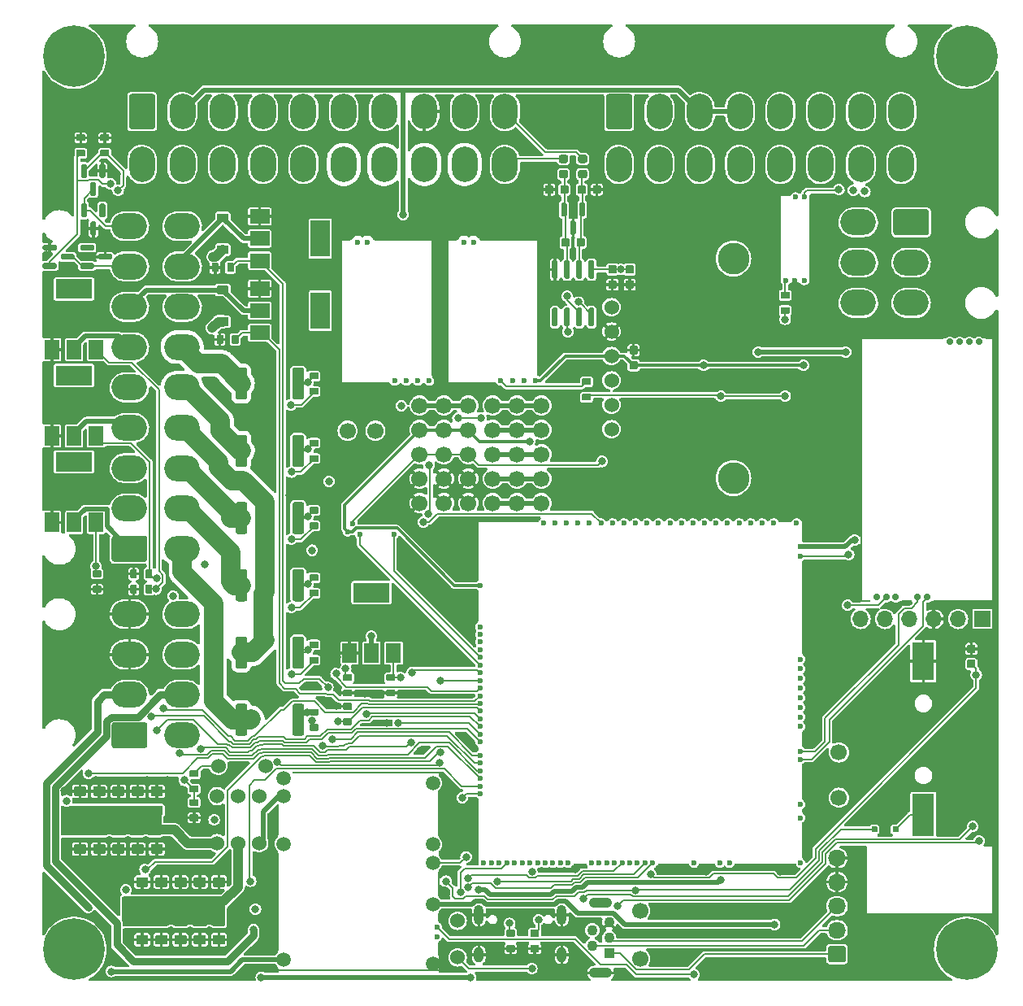
<source format=gbl>
G04 #@! TF.GenerationSoftware,KiCad,Pcbnew,7.0.10-7.0.10~ubuntu22.04.1*
G04 #@! TF.CreationDate,2024-01-12T05:23:28+00:00*
G04 #@! TF.ProjectId,uaefi,75616566-692e-46b6-9963-61645f706362,rev?*
G04 #@! TF.SameCoordinates,Original*
G04 #@! TF.FileFunction,Copper,L4,Bot*
G04 #@! TF.FilePolarity,Positive*
%FSLAX46Y46*%
G04 Gerber Fmt 4.6, Leading zero omitted, Abs format (unit mm)*
G04 Created by KiCad (PCBNEW 7.0.10-7.0.10~ubuntu22.04.1) date 2024-01-12 05:23:28*
%MOMM*%
%LPD*%
G01*
G04 APERTURE LIST*
G04 #@! TA.AperFunction,ComponentPad*
%ADD10O,2.700000X3.700000*%
G04 #@! TD*
G04 #@! TA.AperFunction,ComponentPad*
%ADD11C,1.700000*%
G04 #@! TD*
G04 #@! TA.AperFunction,ComponentPad*
%ADD12C,0.700000*%
G04 #@! TD*
G04 #@! TA.AperFunction,SMDPad,CuDef*
%ADD13R,1.100000X0.250000*%
G04 #@! TD*
G04 #@! TA.AperFunction,SMDPad,CuDef*
%ADD14R,0.980000X0.250000*%
G04 #@! TD*
G04 #@! TA.AperFunction,SMDPad,CuDef*
%ADD15R,6.300000X0.250000*%
G04 #@! TD*
G04 #@! TA.AperFunction,SMDPad,CuDef*
%ADD16R,0.250000X27.600000*%
G04 #@! TD*
G04 #@! TA.AperFunction,SMDPad,CuDef*
%ADD17R,8.750000X0.250000*%
G04 #@! TD*
G04 #@! TA.AperFunction,SMDPad,CuDef*
%ADD18R,0.950000X0.250000*%
G04 #@! TD*
G04 #@! TA.AperFunction,ComponentPad*
%ADD19C,0.800000*%
G04 #@! TD*
G04 #@! TA.AperFunction,ComponentPad*
%ADD20C,6.400000*%
G04 #@! TD*
G04 #@! TA.AperFunction,ComponentPad*
%ADD21C,1.524000*%
G04 #@! TD*
G04 #@! TA.AperFunction,ComponentPad*
%ADD22O,1.850000X1.700000*%
G04 #@! TD*
G04 #@! TA.AperFunction,ComponentPad*
%ADD23C,0.600000*%
G04 #@! TD*
G04 #@! TA.AperFunction,SMDPad,CuDef*
%ADD24R,6.185000X0.250000*%
G04 #@! TD*
G04 #@! TA.AperFunction,SMDPad,CuDef*
%ADD25R,1.115000X0.250000*%
G04 #@! TD*
G04 #@! TA.AperFunction,SMDPad,CuDef*
%ADD26R,0.250000X14.275000*%
G04 #@! TD*
G04 #@! TA.AperFunction,SMDPad,CuDef*
%ADD27R,0.250000X15.100000*%
G04 #@! TD*
G04 #@! TA.AperFunction,SMDPad,CuDef*
%ADD28R,5.175000X0.250000*%
G04 #@! TD*
G04 #@! TA.AperFunction,ComponentPad*
%ADD29R,1.100000X1.100000*%
G04 #@! TD*
G04 #@! TA.AperFunction,ComponentPad*
%ADD30C,1.100000*%
G04 #@! TD*
G04 #@! TA.AperFunction,ComponentPad*
%ADD31O,2.400000X1.100000*%
G04 #@! TD*
G04 #@! TA.AperFunction,SMDPad,CuDef*
%ADD32O,1.225000X0.200000*%
G04 #@! TD*
G04 #@! TA.AperFunction,SMDPad,CuDef*
%ADD33O,0.200000X9.300000*%
G04 #@! TD*
G04 #@! TA.AperFunction,ComponentPad*
%ADD34C,1.500000*%
G04 #@! TD*
G04 #@! TA.AperFunction,SMDPad,CuDef*
%ADD35O,0.200000X3.300000*%
G04 #@! TD*
G04 #@! TA.AperFunction,SMDPad,CuDef*
%ADD36O,0.200000X10.200000*%
G04 #@! TD*
G04 #@! TA.AperFunction,SMDPad,CuDef*
%ADD37O,0.200000X0.300000*%
G04 #@! TD*
G04 #@! TA.AperFunction,SMDPad,CuDef*
%ADD38O,17.000000X0.200000*%
G04 #@! TD*
G04 #@! TA.AperFunction,SMDPad,CuDef*
%ADD39O,15.400000X0.200000*%
G04 #@! TD*
G04 #@! TA.AperFunction,SMDPad,CuDef*
%ADD40O,0.200000X4.800000*%
G04 #@! TD*
G04 #@! TA.AperFunction,SMDPad,CuDef*
%ADD41O,0.200000X2.600000*%
G04 #@! TD*
G04 #@! TA.AperFunction,SMDPad,CuDef*
%ADD42O,0.200000X1.000000*%
G04 #@! TD*
G04 #@! TA.AperFunction,SMDPad,CuDef*
%ADD43O,0.200000X1.500000*%
G04 #@! TD*
G04 #@! TA.AperFunction,ComponentPad*
%ADD44C,0.599999*%
G04 #@! TD*
G04 #@! TA.AperFunction,ComponentPad*
%ADD45O,3.700000X2.700000*%
G04 #@! TD*
G04 #@! TA.AperFunction,SMDPad,CuDef*
%ADD46R,0.200000X3.700000*%
G04 #@! TD*
G04 #@! TA.AperFunction,SMDPad,CuDef*
%ADD47R,0.200000X0.400000*%
G04 #@! TD*
G04 #@! TA.AperFunction,SMDPad,CuDef*
%ADD48R,0.200000X1.600000*%
G04 #@! TD*
G04 #@! TA.AperFunction,SMDPad,CuDef*
%ADD49R,0.200000X9.700000*%
G04 #@! TD*
G04 #@! TA.AperFunction,SMDPad,CuDef*
%ADD50R,0.200000X2.300000*%
G04 #@! TD*
G04 #@! TA.AperFunction,SMDPad,CuDef*
%ADD51R,1.400000X0.200000*%
G04 #@! TD*
G04 #@! TA.AperFunction,SMDPad,CuDef*
%ADD52R,6.400000X0.200000*%
G04 #@! TD*
G04 #@! TA.AperFunction,SMDPad,CuDef*
%ADD53R,1.700000X0.200000*%
G04 #@! TD*
G04 #@! TA.AperFunction,SMDPad,CuDef*
%ADD54R,3.300000X0.200000*%
G04 #@! TD*
G04 #@! TA.AperFunction,SMDPad,CuDef*
%ADD55R,0.200000X7.000000*%
G04 #@! TD*
G04 #@! TA.AperFunction,SMDPad,CuDef*
%ADD56R,0.200000X3.300000*%
G04 #@! TD*
G04 #@! TA.AperFunction,SMDPad,CuDef*
%ADD57R,0.200000X6.300000*%
G04 #@! TD*
G04 #@! TA.AperFunction,ComponentPad*
%ADD58O,1.000000X2.100000*%
G04 #@! TD*
G04 #@! TA.AperFunction,ComponentPad*
%ADD59O,1.000000X1.600000*%
G04 #@! TD*
G04 #@! TA.AperFunction,ComponentPad*
%ADD60R,1.700000X1.700000*%
G04 #@! TD*
G04 #@! TA.AperFunction,ComponentPad*
%ADD61O,1.700000X1.700000*%
G04 #@! TD*
G04 #@! TA.AperFunction,ComponentPad*
%ADD62C,3.302000*%
G04 #@! TD*
G04 #@! TA.AperFunction,SMDPad,CuDef*
%ADD63R,2.299995X4.399991*%
G04 #@! TD*
G04 #@! TA.AperFunction,SMDPad,CuDef*
%ADD64R,2.299995X3.999992*%
G04 #@! TD*
G04 #@! TA.AperFunction,SMDPad,CuDef*
%ADD65R,1.500000X2.000000*%
G04 #@! TD*
G04 #@! TA.AperFunction,SMDPad,CuDef*
%ADD66R,3.800000X2.000000*%
G04 #@! TD*
G04 #@! TA.AperFunction,SMDPad,CuDef*
%ADD67R,2.000000X1.500000*%
G04 #@! TD*
G04 #@! TA.AperFunction,SMDPad,CuDef*
%ADD68R,2.000000X3.800000*%
G04 #@! TD*
G04 #@! TA.AperFunction,ViaPad*
%ADD69C,0.800000*%
G04 #@! TD*
G04 #@! TA.AperFunction,Conductor*
%ADD70C,0.200000*%
G04 #@! TD*
G04 #@! TA.AperFunction,Conductor*
%ADD71C,1.000000*%
G04 #@! TD*
G04 #@! TA.AperFunction,Conductor*
%ADD72C,0.800000*%
G04 #@! TD*
G04 #@! TA.AperFunction,Conductor*
%ADD73C,0.300000*%
G04 #@! TD*
G04 #@! TA.AperFunction,Conductor*
%ADD74C,0.500000*%
G04 #@! TD*
G04 #@! TA.AperFunction,Conductor*
%ADD75C,2.000000*%
G04 #@! TD*
G04 APERTURE END LIST*
G04 #@! TO.P,J10,1,Pin_1*
G04 #@! TO.N,/IN_AUX1*
G04 #@! TA.AperFunction,ComponentPad*
G36*
G01*
X58950000Y89125001D02*
X58950000Y92324999D01*
G75*
G02*
X59200001Y92575000I250001J0D01*
G01*
X61399999Y92575000D01*
G75*
G02*
X61650000Y92324999I0J-250001D01*
G01*
X61650000Y89125001D01*
G75*
G02*
X61399999Y88875000I-250001J0D01*
G01*
X59200001Y88875000D01*
G75*
G02*
X58950000Y89125001I0J250001D01*
G01*
G37*
G04 #@! TD.AperFunction*
D10*
G04 #@! TO.P,J10,2,Pin_2*
G04 #@! TO.N,/IN_BUTTON1*
X64500000Y90725000D03*
G04 #@! TO.P,J10,3,Pin_3*
G04 #@! TO.N,+5VP*
X68700000Y90725000D03*
G04 #@! TO.P,J10,4,Pin_4*
X72900000Y90725000D03*
G04 #@! TO.P,J10,5,Pin_5*
G04 #@! TO.N,/IN_FLEX*
X77100000Y90725000D03*
G04 #@! TO.P,J10,6,Pin_6*
G04 #@! TO.N,/IN_PPS1*
X81300000Y90725000D03*
G04 #@! TO.P,J10,7,Pin_7*
G04 #@! TO.N,/CAN+*
X85500000Y90725000D03*
G04 #@! TO.P,J10,8,Pin_8*
G04 #@! TO.N,/CAN-*
X89700000Y90725000D03*
G04 #@! TO.P,J10,9,Pin_9*
G04 #@! TO.N,/IN_MAP*
X60300000Y85225000D03*
G04 #@! TO.P,J10,10,Pin_10*
G04 #@! TO.N,/IN_BUTTON2*
X64500000Y85225000D03*
G04 #@! TO.P,J10,11,Pin_11*
G04 #@! TO.N,GNDA*
X68700000Y85225000D03*
G04 #@! TO.P,J10,12,Pin_12*
X72900000Y85225000D03*
G04 #@! TO.P,J10,13,Pin_13*
G04 #@! TO.N,/IN_TPS1*
X77100000Y85225000D03*
G04 #@! TO.P,J10,14,Pin_14*
G04 #@! TO.N,/IN_KNOCK_RAW*
X81300000Y85225000D03*
G04 #@! TO.P,J10,15,Pin_15*
G04 #@! TO.N,/IN_IAT*
X85500000Y85225000D03*
G04 #@! TO.P,J10,16,Pin_16*
G04 #@! TO.N,/IN_CLT*
X89700000Y85225000D03*
G04 #@! TD*
D11*
G04 #@! TO.P,P8,1,Pin_1*
G04 #@! TO.N,Net-(M6-UART2_TX_(PD5))*
X83200000Y19300000D03*
G04 #@! TD*
D12*
G04 #@! TO.P,M5,E1,LSU_Un*
G04 #@! TO.N,/WBO_Un*
X97775000Y66750000D03*
G04 #@! TO.P,M5,E2,LSU_Vm*
G04 #@! TO.N,/WBO_Vm*
X94775000Y66750000D03*
G04 #@! TO.P,M5,E3,LSU_Ip*
G04 #@! TO.N,/WBO_Ip*
X95775000Y66750000D03*
G04 #@! TO.P,M5,E4,LSU_Rtrim*
G04 #@! TO.N,/WBO_Rtrim*
X96775000Y66750000D03*
D13*
G04 #@! TO.P,M5,G,GND*
G04 #@! TO.N,GND*
X85925000Y39775000D03*
D14*
X90265000Y39775000D03*
D15*
X96225000Y39775000D03*
D16*
X85500000Y53450000D03*
X99250000Y53450000D03*
D17*
X89750000Y67125000D03*
D18*
X98900000Y67125000D03*
D12*
G04 #@! TO.P,M5,W1,V5_IN*
G04 #@! TO.N,+5VA*
X88125000Y40158800D03*
G04 #@! TO.P,M5,W2,CAN_VIO*
G04 #@! TO.N,unconnected-(M5-CAN_VIO-PadW2)*
X89125000Y40158800D03*
G04 #@! TO.P,M5,W3,CANL*
G04 #@! TO.N,/CAN-*
X92421000Y40158800D03*
G04 #@! TO.P,M5,W4,CANH*
G04 #@! TO.N,/CAN+*
X91405000Y40158800D03*
G04 #@! TO.P,M5,W9,VDDA*
G04 #@! TO.N,unconnected-(M5-VDDA-PadW9)*
X87125000Y40158800D03*
G04 #@! TD*
G04 #@! TO.P,J2,1,Pin_1*
G04 #@! TO.N,+5VP*
G04 #@! TA.AperFunction,ComponentPad*
G36*
G01*
X9250000Y89125001D02*
X9250000Y92324999D01*
G75*
G02*
X9500001Y92575000I250001J0D01*
G01*
X11699999Y92575000D01*
G75*
G02*
X11950000Y92324999I0J-250001D01*
G01*
X11950000Y89125001D01*
G75*
G02*
X11699999Y88875000I-250001J0D01*
G01*
X9500001Y88875000D01*
G75*
G02*
X9250000Y89125001I0J250001D01*
G01*
G37*
G04 #@! TD.AperFunction*
D10*
G04 #@! TO.P,J2,2,Pin_2*
X14800000Y90725000D03*
G04 #@! TO.P,J2,3,Pin_3*
G04 #@! TO.N,/IN_AUX2*
X19000000Y90725000D03*
G04 #@! TO.P,J2,4,Pin_4*
G04 #@! TO.N,/IN_PPS2*
X23200000Y90725000D03*
G04 #@! TO.P,J2,5,Pin_5*
G04 #@! TO.N,/IN_HALL1*
X27400000Y90725000D03*
G04 #@! TO.P,J2,6,Pin_6*
G04 #@! TO.N,/IN_HALL2*
X31600000Y90725000D03*
G04 #@! TO.P,J2,7,Pin_7*
G04 #@! TO.N,/IN_HALL3*
X35800000Y90725000D03*
G04 #@! TO.P,J2,8,Pin_8*
G04 #@! TO.N,GND*
X40000000Y90725000D03*
G04 #@! TO.P,J2,9,Pin_9*
G04 #@! TO.N,/IN_BUTTON3*
X44200000Y90725000D03*
G04 #@! TO.P,J2,10,Pin_10*
G04 #@! TO.N,/EGT+*
X48400000Y90725000D03*
G04 #@! TO.P,J2,11,Pin_11*
G04 #@! TO.N,GNDA*
X10600000Y85225000D03*
G04 #@! TO.P,J2,12,Pin_12*
X14800000Y85225000D03*
G04 #@! TO.P,J2,13,Pin_13*
X19000000Y85225000D03*
G04 #@! TO.P,J2,14,Pin_14*
G04 #@! TO.N,/IN_TPS2*
X23200000Y85225000D03*
G04 #@! TO.P,J2,15,Pin_15*
G04 #@! TO.N,/IN_AUX3*
X27400000Y85225000D03*
G04 #@! TO.P,J2,16,Pin_16*
G04 #@! TO.N,/VR2+*
X31600000Y85225000D03*
G04 #@! TO.P,J2,17,Pin_17*
G04 #@! TO.N,/VR2-*
X35800000Y85225000D03*
G04 #@! TO.P,J2,18,Pin_18*
G04 #@! TO.N,/VR1+*
X40000000Y85225000D03*
G04 #@! TO.P,J2,19,Pin_19*
G04 #@! TO.N,/VR1-*
X44200000Y85225000D03*
G04 #@! TO.P,J2,20,Pin_20*
G04 #@! TO.N,/EGT-*
X48400000Y85225000D03*
G04 #@! TD*
D11*
G04 #@! TO.P,P1,1,Pin_1*
G04 #@! TO.N,Net-(M7-CANL)*
X32000000Y57500000D03*
G04 #@! TD*
G04 #@! TO.P,P2,1,Pin_1*
G04 #@! TO.N,Net-(M7-CANH)*
X34900000Y57500000D03*
G04 #@! TD*
D19*
G04 #@! TO.P,H1,1*
G04 #@! TO.N,N/C*
X1100000Y96500000D03*
X1802944Y98197056D03*
X1802944Y94802944D03*
X3500000Y98900000D03*
D20*
X3500000Y96500000D03*
D19*
X3500000Y94100000D03*
X5197056Y98197056D03*
X5197056Y94802944D03*
X5900000Y96500000D03*
G04 #@! TD*
G04 #@! TO.P,H4,1*
G04 #@! TO.N,N/C*
X94100000Y96500000D03*
X94802944Y98197056D03*
X94802944Y94802944D03*
X96500000Y98900000D03*
D20*
X96500000Y96500000D03*
D19*
X96500000Y94100000D03*
X98197056Y98197056D03*
X98197056Y94802944D03*
X98900000Y96500000D03*
G04 #@! TD*
D21*
G04 #@! TO.P,F4,1,1*
G04 #@! TO.N,+12V*
X18400000Y19450000D03*
G04 #@! TO.P,F4,2,2*
G04 #@! TO.N,/DC Driver 1/PWR*
X18400000Y14550000D03*
G04 #@! TD*
G04 #@! TO.P,J7,1,Pin_1*
G04 #@! TO.N,/VBUS*
G04 #@! TA.AperFunction,ComponentPad*
G36*
G01*
X83675000Y2150000D02*
X82325000Y2150000D01*
G75*
G02*
X82075000Y2400000I0J250000D01*
G01*
X82075000Y3600000D01*
G75*
G02*
X82325000Y3850000I250000J0D01*
G01*
X83675000Y3850000D01*
G75*
G02*
X83925000Y3600000I0J-250000D01*
G01*
X83925000Y2400000D01*
G75*
G02*
X83675000Y2150000I-250000J0D01*
G01*
G37*
G04 #@! TD.AperFunction*
D22*
G04 #@! TO.P,J7,2,Pin_2*
G04 #@! TO.N,/USB-*
X83000000Y5500000D03*
G04 #@! TO.P,J7,3,Pin_3*
G04 #@! TO.N,/USB+*
X83000000Y8000000D03*
G04 #@! TO.P,J7,4,Pin_4*
G04 #@! TO.N,GND*
X83000000Y10500000D03*
G04 #@! TO.P,J7,5,Pin_5*
X83000000Y13000000D03*
G04 #@! TD*
D11*
G04 #@! TO.P,P4,1,Pin_1*
G04 #@! TO.N,Net-(M6-LED_GREEN)*
X62500000Y7500000D03*
G04 #@! TD*
D19*
G04 #@! TO.P,H2,1*
G04 #@! TO.N,N/C*
X1100000Y3500000D03*
X1802944Y5197056D03*
X1802944Y1802944D03*
X3500000Y5900000D03*
D20*
X3500000Y3500000D03*
D19*
X3500000Y1100000D03*
X5197056Y5197056D03*
X5197056Y1802944D03*
X5900000Y3500000D03*
G04 #@! TD*
D23*
G04 #@! TO.P,M3,E1,Thresh_IN*
G04 #@! TO.N,/VR1_THRESHOLD*
X49175000Y62675000D03*
G04 #@! TO.P,M3,E2,OUT_A*
G04 #@! TO.N,/VR1_A*
X47975000Y62675000D03*
G04 #@! TO.P,M3,E3,OUT*
G04 #@! TO.N,/VR1*
X50375000Y62675000D03*
G04 #@! TO.P,M3,E4,V5_IN*
G04 #@! TO.N,+5VA*
X51575000Y62675000D03*
D24*
G04 #@! TO.P,M3,G,GND*
G04 #@! TO.N,GND*
X48907500Y77325000D03*
D25*
X42857500Y77325000D03*
D26*
X51875000Y70312500D03*
D27*
X42425000Y69900000D03*
D28*
X44887500Y62475000D03*
D23*
G04 #@! TO.P,M3,W1,VR-*
G04 #@! TO.N,/VR1-*
X45115000Y77100000D03*
G04 #@! TO.P,M3,W2,VR+*
G04 #@! TO.N,/VR1+*
X44115000Y77100000D03*
G04 #@! TD*
D29*
G04 #@! TO.P,J8,1,VBUS*
G04 #@! TO.N,/VBUS*
X59250000Y3100000D03*
D30*
G04 #@! TO.P,J8,2,D-*
G04 #@! TO.N,/USB-*
X57500000Y3900000D03*
G04 #@! TO.P,J8,3,D+*
G04 #@! TO.N,/USB+*
X59250000Y4700000D03*
G04 #@! TO.P,J8,4,ID*
G04 #@! TO.N,unconnected-(J8-ID-Pad4)*
X57500000Y5500000D03*
G04 #@! TO.P,J8,5,GND*
G04 #@! TO.N,GND*
X59250000Y6300000D03*
D31*
G04 #@! TO.P,J8,6,Shield*
X58375000Y1050000D03*
X58375000Y8350000D03*
G04 #@! TD*
D21*
G04 #@! TO.P,F3,1,1*
G04 #@! TO.N,+12V*
X20600000Y19450000D03*
G04 #@! TO.P,F3,2,2*
G04 #@! TO.N,/DC Driver 2/PWR*
X20600000Y14550000D03*
G04 #@! TD*
D23*
G04 #@! TO.P,M2,E1,V5A*
G04 #@! TO.N,+5VA*
X79574999Y73125000D03*
D32*
G04 #@! TO.P,M2,E2,GND*
G04 #@! TO.N,GND*
X77599999Y82025000D03*
D33*
X80174999Y77475000D03*
X77074999Y77475000D03*
D23*
X78624999Y73125000D03*
G04 #@! TO.P,M2,E3,OUT_KNOCK*
G04 #@! TO.N,/IN_KNOCK*
X77675001Y73125000D03*
G04 #@! TO.P,M2,W1,IN_KNOCK*
G04 #@! TO.N,/IN_KNOCK_RAW*
X78674999Y81825000D03*
G04 #@! TO.P,M2,W2,VREF*
G04 #@! TO.N,/VREF1*
X79574999Y81825000D03*
G04 #@! TD*
D34*
G04 #@! TO.P,M1,E1,VBAT*
G04 #@! TO.N,/VBAT*
X40874995Y20824999D03*
G04 #@! TO.P,M1,E2,V12*
G04 #@! TO.N,unconnected-(M1-V12-PadE2)*
X40874995Y14425002D03*
G04 #@! TO.P,M1,E3,VIGN*
G04 #@! TO.N,/VIGN*
X40874995Y12524999D03*
G04 #@! TO.P,M1,E4,V5*
G04 #@! TO.N,+5V*
X40874995Y8224999D03*
D23*
G04 #@! TO.P,M1,E5,EN_5VP*
G04 #@! TO.N,/PWR_EN*
X41324994Y5825002D03*
G04 #@! TO.P,M1,E6,PG_5VP*
G04 #@! TO.N,Net-(M1-PG_5VP)*
X41324994Y4825001D03*
D35*
G04 #@! TO.P,M1,S1,GND*
G04 #@! TO.N,GND*
X24724999Y16974999D03*
D36*
X24724999Y8475001D03*
D37*
X24724999Y1374999D03*
D38*
X33124997Y1324999D03*
D39*
X33924998Y21924999D03*
D34*
X40874995Y1974999D03*
D37*
X41524996Y21874999D03*
D40*
X41524996Y17675001D03*
D41*
X41524996Y10324999D03*
D42*
X41524996Y6825002D03*
D43*
X41524996Y3525001D03*
D34*
G04 #@! TO.P,M1,V1,V12_PERM*
G04 #@! TO.N,+12V_RAW*
X25374998Y21275001D03*
G04 #@! TO.P,M1,V2,IN_VIGN*
G04 #@! TO.N,/IN_VIGN*
X25374998Y19425002D03*
G04 #@! TO.P,M1,V3,V12_RAW*
G04 #@! TO.N,+12V_RAW*
X25374998Y14474999D03*
G04 #@! TO.P,M1,V4,5VP*
G04 #@! TO.N,+5VP*
X25374998Y2425001D03*
G04 #@! TD*
D44*
G04 #@! TO.P,M7,V1,V5*
G04 #@! TO.N,+5VA*
X31999999Y46975001D03*
G04 #@! TO.P,M7,V2,CAN_VIO*
G04 #@! TO.N,+3.3VA*
X32524999Y47850003D03*
G04 #@! TO.P,M7,V5,CAN_TX*
G04 #@! TO.N,Net-(M6-SPI2_SCK_{slash}_CAN2_TX_(PB13))*
X33274997Y46674999D03*
G04 #@! TO.P,M7,V6,CAN_RX*
G04 #@! TO.N,Net-(M6-SPI2_CS_{slash}_CAN2_RX_(PB12))*
X36824998Y46750002D03*
G04 #@! TD*
G04 #@! TO.P,J5,1,Pin_1*
G04 #@! TO.N,/OUT_INJ6*
G04 #@! TA.AperFunction,ComponentPad*
G36*
G01*
X10874999Y43850000D02*
X7675001Y43850000D01*
G75*
G02*
X7425000Y44100001I0J250001D01*
G01*
X7425000Y46299999D01*
G75*
G02*
X7675001Y46550000I250001J0D01*
G01*
X10874999Y46550000D01*
G75*
G02*
X11125000Y46299999I0J-250001D01*
G01*
X11125000Y44100001D01*
G75*
G02*
X10874999Y43850000I-250001J0D01*
G01*
G37*
G04 #@! TD.AperFunction*
D45*
G04 #@! TO.P,J5,2,Pin_2*
G04 #@! TO.N,/OUT_INJ5*
X9275000Y49400000D03*
G04 #@! TO.P,J5,3,Pin_3*
G04 #@! TO.N,/OUT_INJ4*
X9275000Y53600000D03*
G04 #@! TO.P,J5,4,Pin_4*
G04 #@! TO.N,/OUT_INJ3*
X9275000Y57800000D03*
G04 #@! TO.P,J5,5,Pin_5*
G04 #@! TO.N,/OUT_INJ2*
X9275000Y62000000D03*
G04 #@! TO.P,J5,6,Pin_6*
G04 #@! TO.N,/OUT_INJ1*
X9275000Y66200000D03*
G04 #@! TO.P,J5,7,Pin_7*
G04 #@! TO.N,/OUT_LS1*
X9275000Y70400000D03*
G04 #@! TO.P,J5,8,Pin_8*
G04 #@! TO.N,/OUT_LS_WEAK2*
X9275000Y74600000D03*
G04 #@! TO.P,J5,9,Pin_9*
G04 #@! TO.N,/OUT_LS_WEAK1*
X9275000Y78800000D03*
G04 #@! TO.P,J5,10,Pin_10*
G04 #@! TO.N,/OUT_IGN6*
X14775000Y45200000D03*
G04 #@! TO.P,J5,11,Pin_11*
G04 #@! TO.N,/OUT_IGN4*
X14775000Y49400000D03*
G04 #@! TO.P,J5,12,Pin_12*
G04 #@! TO.N,/OUT_IGN3*
X14775000Y53600000D03*
G04 #@! TO.P,J5,13,Pin_13*
G04 #@! TO.N,/OUT_IGN5*
X14775000Y57800000D03*
G04 #@! TO.P,J5,14,Pin_14*
G04 #@! TO.N,/OUT_IGN2*
X14775000Y62000000D03*
G04 #@! TO.P,J5,15,Pin_15*
G04 #@! TO.N,/OUT_IGN1*
X14775000Y66200000D03*
G04 #@! TO.P,J5,16,Pin_16*
G04 #@! TO.N,/OUT_LS4*
X14775000Y70400000D03*
G04 #@! TO.P,J5,17,Pin_17*
G04 #@! TO.N,/OUT_LS3*
X14775000Y74600000D03*
G04 #@! TO.P,J5,18,Pin_18*
G04 #@! TO.N,/OUT_LS2*
X14775000Y78800000D03*
G04 #@! TD*
G04 #@! TO.P,J3,1,Pin_1*
G04 #@! TO.N,+12V_RAW*
G04 #@! TA.AperFunction,ComponentPad*
G36*
G01*
X89125001Y80550000D02*
X92324999Y80550000D01*
G75*
G02*
X92575000Y80299999I0J-250001D01*
G01*
X92575000Y78100001D01*
G75*
G02*
X92324999Y77850000I-250001J0D01*
G01*
X89125001Y77850000D01*
G75*
G02*
X88875000Y78100001I0J250001D01*
G01*
X88875000Y80299999D01*
G75*
G02*
X89125001Y80550000I250001J0D01*
G01*
G37*
G04 #@! TD.AperFunction*
G04 #@! TO.P,J3,2,Pin_2*
G04 #@! TO.N,/WBO_Rtrim*
X90725000Y75000000D03*
G04 #@! TO.P,J3,3,Pin_3*
G04 #@! TO.N,/WBO_Heater*
X90725000Y70800000D03*
G04 #@! TO.P,J3,4,Pin_4*
G04 #@! TO.N,/WBO_Un*
X85225000Y79200000D03*
G04 #@! TO.P,J3,5,Pin_5*
G04 #@! TO.N,/WBO_Ip*
X85225000Y75000000D03*
G04 #@! TO.P,J3,6,Pin_6*
G04 #@! TO.N,/WBO_Vm*
X85225000Y70800000D03*
G04 #@! TD*
D21*
G04 #@! TO.P,F1,1,1*
G04 #@! TO.N,Net-(J4-Pin_7)*
X22800000Y19450000D03*
G04 #@! TO.P,F1,2,2*
G04 #@! TO.N,/IN_VIGN*
X22800000Y14550000D03*
G04 #@! TD*
D11*
G04 #@! TO.P,G3,1*
G04 #@! TO.N,GND*
X39500000Y49960000D03*
G04 #@! TO.P,G3,2*
X39500000Y52500000D03*
G04 #@! TO.P,G3,3*
G04 #@! TO.N,+3.3VA*
X39500000Y55040000D03*
G04 #@! TO.P,G3,4*
G04 #@! TO.N,+5VA*
X39500000Y57580000D03*
G04 #@! TO.P,G3,5*
G04 #@! TO.N,+12V_RAW*
X39500000Y60120000D03*
G04 #@! TO.P,G3,6*
G04 #@! TO.N,GND*
X42040000Y49960000D03*
G04 #@! TO.P,G3,7*
X42040000Y52500000D03*
G04 #@! TO.P,G3,8*
G04 #@! TO.N,+3.3VA*
X42040000Y55040000D03*
G04 #@! TO.P,G3,9*
G04 #@! TO.N,+5VA*
X42040000Y57580000D03*
G04 #@! TO.P,G3,10*
G04 #@! TO.N,+12V_RAW*
X42040000Y60120000D03*
G04 #@! TO.P,G3,11*
G04 #@! TO.N,GND*
X44580000Y49960000D03*
G04 #@! TO.P,G3,12*
X44580000Y52500000D03*
G04 #@! TO.P,G3,13*
G04 #@! TO.N,+3.3VA*
X44580000Y55040000D03*
G04 #@! TO.P,G3,14*
G04 #@! TO.N,+5VA*
X44580000Y57580000D03*
G04 #@! TO.P,G3,15*
G04 #@! TO.N,+12V_RAW*
X44580000Y60120000D03*
G04 #@! TD*
G04 #@! TO.P,P3,1,Pin_1*
G04 #@! TO.N,Net-(M6-LED_YELLOW)*
X62500000Y2500000D03*
G04 #@! TD*
D21*
G04 #@! TO.P,R4,1,1*
G04 #@! TO.N,Net-(M1-PG_5VP)*
X43474609Y6474609D03*
G04 #@! TO.P,R4,2,2*
G04 #@! TO.N,/PG_5VP*
X43474609Y2664609D03*
G04 #@! TD*
G04 #@! TO.P,J4,1,Pin_1*
G04 #@! TO.N,/OUT_DC1-*
G04 #@! TA.AperFunction,ComponentPad*
G36*
G01*
X10874999Y24450000D02*
X7675001Y24450000D01*
G75*
G02*
X7425000Y24700001I0J250001D01*
G01*
X7425000Y26899999D01*
G75*
G02*
X7675001Y27150000I250001J0D01*
G01*
X10874999Y27150000D01*
G75*
G02*
X11125000Y26899999I0J-250001D01*
G01*
X11125000Y24700001D01*
G75*
G02*
X10874999Y24450000I-250001J0D01*
G01*
G37*
G04 #@! TD.AperFunction*
D45*
G04 #@! TO.P,J4,2,Pin_2*
G04 #@! TO.N,/OUT_DC2-*
X9275000Y30000000D03*
G04 #@! TO.P,J4,3,Pin_3*
G04 #@! TO.N,GND*
X9275000Y34200000D03*
G04 #@! TO.P,J4,4,Pin_4*
X9275000Y38400000D03*
G04 #@! TO.P,J4,5,Pin_5*
G04 #@! TO.N,/OUT_DC1+*
X14775000Y25800000D03*
G04 #@! TO.P,J4,6,Pin_6*
G04 #@! TO.N,/OUT_DC2+*
X14775000Y30000000D03*
G04 #@! TO.P,J4,7,Pin_7*
G04 #@! TO.N,Net-(J4-Pin_7)*
X14775000Y34200000D03*
G04 #@! TO.P,J4,8,Pin_8*
G04 #@! TO.N,+12V*
X14775000Y38400000D03*
G04 #@! TD*
D11*
G04 #@! TO.P,P7,1,Pin_1*
G04 #@! TO.N,Net-(M6-UART2_RX_(PD6))*
X83200000Y24000000D03*
G04 #@! TD*
D23*
G04 #@! TO.P,M6,E1,V5A_SWITCHABLE*
G04 #@! TO.N,+5VA*
X45800010Y41400000D03*
G04 #@! TO.P,M6,E2,GNDA*
G04 #@! TO.N,unconnected-(M6-GNDA-PadE2)*
X45800000Y37100000D03*
G04 #@! TO.P,M6,E3,I2C_SCL_(PB10)*
G04 #@! TO.N,unconnected-(M6-I2C_SCL_(PB10)-PadE3)*
X45800000Y36300010D03*
G04 #@! TO.P,M6,E4,I2C_SDA_(PB11)*
G04 #@! TO.N,unconnected-(M6-I2C_SDA_(PB11)-PadE4)*
X45800000Y35500000D03*
G04 #@! TO.P,M6,E5,IN_VIGN_(PA5)*
G04 #@! TO.N,/VIGN*
X45800000Y34700000D03*
G04 #@! TO.P,M6,E6,SPI2_CS_/_CAN2_RX_(PB12)*
G04 #@! TO.N,Net-(M6-SPI2_CS_{slash}_CAN2_RX_(PB12))*
X45800000Y33900000D03*
G04 #@! TO.P,M6,E7,SPI2_SCK_/_CAN2_TX_(PB13)*
G04 #@! TO.N,Net-(M6-SPI2_SCK_{slash}_CAN2_TX_(PB13))*
X45800000Y33100000D03*
G04 #@! TO.P,M6,E8,SPI2_MISO_(PB14)*
G04 #@! TO.N,/DC1_DIS*
X45800000Y32300000D03*
G04 #@! TO.P,M6,E9,SPI2_MOSI_(PB15)*
G04 #@! TO.N,/DC2_DIR*
X45800000Y31500000D03*
G04 #@! TO.P,M6,E10,OUT_INJ8_(PD12)*
G04 #@! TO.N,/LS2*
X45800000Y30700000D03*
G04 #@! TO.P,M6,E11,OUT_INJ7_(PD15)*
G04 #@! TO.N,/LS1*
X45800000Y29900000D03*
G04 #@! TO.P,M6,E12,OUT_INJ6_(PA8)*
G04 #@! TO.N,/INJ6*
X45800000Y29100000D03*
G04 #@! TO.P,M6,E13,OUT_INJ5_(PD2)*
G04 #@! TO.N,/INJ5*
X45800000Y28300000D03*
G04 #@! TO.P,M6,E14,OUT_INJ4_(PD10)*
G04 #@! TO.N,/INJ4*
X45800000Y27500000D03*
G04 #@! TO.P,M6,E15,OUT_INJ3_(PD11)*
G04 #@! TO.N,/INJ3*
X45800000Y26700000D03*
G04 #@! TO.P,M6,E16,OUT_INJ2_(PA9)*
G04 #@! TO.N,/INJ2*
X45800010Y25900010D03*
G04 #@! TO.P,M6,E17,OUT_INJ1_(PD3)*
G04 #@! TO.N,/INJ1*
X45800000Y25100000D03*
G04 #@! TO.P,M6,E18,OUT_PWM1_(PD13)*
G04 #@! TO.N,/LS3*
X45800000Y23700000D03*
G04 #@! TO.P,M6,E19,OUT_PWM2_(PC6)*
G04 #@! TO.N,/LS4*
X45800000Y22900010D03*
G04 #@! TO.P,M6,E20,OUT_PWM3_(PC7)*
G04 #@! TO.N,/DC1_PWM*
X45800000Y22100010D03*
G04 #@! TO.P,M6,E21,OUT_PWM4_(PC8)*
G04 #@! TO.N,/DC1_DIR*
X45800000Y21300010D03*
G04 #@! TO.P,M6,E22,OUT_PWM5_(PC9)*
G04 #@! TO.N,/DC2_PWM*
X45800000Y20500010D03*
G04 #@! TO.P,M6,E23,OUT_PWM6_(PD14)*
G04 #@! TO.N,/VR1_THRESHOLD*
X45800000Y19700000D03*
D46*
G04 #@! TO.P,M6,G,GND*
G04 #@! TO.N,GND*
X79400010Y14850010D03*
D47*
X79400010Y17900000D03*
D46*
X79400010Y20950010D03*
D48*
X79400010Y25400000D03*
D49*
X79400010Y39050000D03*
D50*
X79400010Y47050000D03*
D51*
X77600000Y48100010D03*
D52*
X75500010Y12300010D03*
D53*
X69450010Y12300010D03*
D54*
X65950010Y12300010D03*
D51*
X56200010Y12300010D03*
D52*
X48700010Y48100010D03*
D55*
X45600000Y15699990D03*
D47*
X45600000Y24400010D03*
D56*
X45600000Y39250010D03*
D57*
X45600000Y45050010D03*
D23*
G04 #@! TO.P,M6,N1,VBUS*
G04 #@! TO.N,/VBUS*
X46200000Y12500000D03*
G04 #@! TO.P,M6,N2,USBM_(PA11)*
G04 #@! TO.N,/USB-*
X47000000Y12500000D03*
G04 #@! TO.P,M6,N3,USBP_(PA12)*
G04 #@! TO.N,/USB+*
X47800000Y12500000D03*
G04 #@! TO.P,M6,N4,USBID_(PA10)*
G04 #@! TO.N,/DC2_DIS*
X48600010Y12500000D03*
G04 #@! TO.P,M6,N5,SWDIO_(PA13)*
G04 #@! TO.N,unconnected-(M6-SWDIO_(PA13)-PadN5)*
X49400000Y12500000D03*
G04 #@! TO.P,M6,N6,SWCLK_(PA14)*
G04 #@! TO.N,unconnected-(M6-SWCLK_(PA14)-PadN6)*
X50200000Y12500000D03*
G04 #@! TO.P,M6,N7,nReset*
G04 #@! TO.N,unconnected-(M6-nReset-PadN7)*
X51000000Y12500000D03*
G04 #@! TO.P,M6,N8,SWO_(PB3)*
G04 #@! TO.N,unconnected-(M6-SWO_(PB3)-PadN8)*
X51800010Y12500000D03*
G04 #@! TO.P,M6,N9,SPI3_CS_(PA15)*
G04 #@! TO.N,/EGT/SPI_CS*
X52600000Y12500010D03*
G04 #@! TO.P,M6,N10,SPI3_SCK_(PC10)*
G04 #@! TO.N,/EGT/SPI_SCK*
X53400000Y12500010D03*
G04 #@! TO.P,M6,N11,SPI3_MISO_(PC11)*
G04 #@! TO.N,/EGT/SPI_SO*
X54200000Y12500010D03*
G04 #@! TO.P,M6,N12,SPI3_MOSI_(PC12)*
G04 #@! TO.N,/PG_5VP*
X55000000Y12500010D03*
G04 #@! TO.P,M6,N13,UART2_TX_(PD5)*
G04 #@! TO.N,Net-(M6-UART2_TX_(PD5))*
X57400010Y12500010D03*
G04 #@! TO.P,M6,N14,UART2_RX_(PD6)*
G04 #@! TO.N,Net-(M6-UART2_RX_(PD6))*
X58200010Y12500010D03*
G04 #@! TO.P,M6,N14a,LED_GREEN*
G04 #@! TO.N,Net-(M6-LED_GREEN)*
X59000000Y12500000D03*
G04 #@! TO.P,M6,N14b,LED_YELLOW*
G04 #@! TO.N,Net-(M6-LED_YELLOW)*
X59800010Y12500000D03*
G04 #@! TO.P,M6,N15,V33_SWITCHABLE*
G04 #@! TO.N,+3.3VA*
X60600010Y12500000D03*
G04 #@! TO.P,M6,N16,BOOT0*
G04 #@! TO.N,unconnected-(M6-BOOT0-PadN16)*
X61400010Y12500000D03*
G04 #@! TO.P,M6,N17,VBAT*
G04 #@! TO.N,/VBAT*
X62200010Y12500000D03*
G04 #@! TO.P,M6,N18,UART8_RX_(PE0)*
G04 #@! TO.N,/VR1*
X63000010Y12500010D03*
G04 #@! TO.P,M6,N19,UART8_TX_(PE1)*
G04 #@! TO.N,/VR2*
X63800010Y12500010D03*
G04 #@! TO.P,M6,N20,OUT_PWR_EN_(PE10)*
G04 #@! TO.N,/PWR_EN*
X68100010Y12500010D03*
G04 #@! TO.P,M6,N21,V33*
G04 #@! TO.N,+3.3V*
X70800010Y12500010D03*
G04 #@! TO.P,M6,N22,VCC*
G04 #@! TO.N,+5V*
X71800000Y12500010D03*
G04 #@! TO.P,M6,N23,V33*
G04 #@! TO.N,unconnected-(M6-V33-PadN23)*
X79200010Y12500010D03*
G04 #@! TO.P,M6,S1,IN_D4_(PE15)*
G04 #@! TO.N,/IN_BUTTON3*
X52399990Y47900010D03*
G04 #@! TO.P,M6,S2,IN_D3_(PE14)*
G04 #@! TO.N,/IN_HALL3*
X53600000Y47900010D03*
G04 #@! TO.P,M6,S3,IN_D2_(PE13)*
G04 #@! TO.N,/IN_HALL2*
X54800000Y47900010D03*
G04 #@! TO.P,M6,S4,IN_D1_(PE12)*
G04 #@! TO.N,/IN_HALL1*
X56000000Y47900010D03*
G04 #@! TO.P,M6,S5,VREF2*
G04 #@! TO.N,unconnected-(M6-VREF2-PadS5)*
X57200000Y47900010D03*
G04 #@! TO.P,M6,S6,IN_AUX4_(PA7)*
G04 #@! TO.N,/IN_VMAIN*
X58400000Y47900010D03*
G04 #@! TO.P,M6,S7,IN_AUX3_(PC5)*
G04 #@! TO.N,/IN_AUX3*
X59600000Y47900010D03*
G04 #@! TO.P,M6,S8,IN_AUX2_(PC4/PE9)*
G04 #@! TO.N,/IN_PPS2*
X60800000Y47900010D03*
G04 #@! TO.P,M6,S9,IN_AUX1_(PB0)*
G04 #@! TO.N,/IN_TPS2*
X62000000Y47900010D03*
G04 #@! TO.P,M6,S10,IN_O2S2_(PA1)*
G04 #@! TO.N,/IN_AUX2*
X63200000Y47900010D03*
G04 #@! TO.P,M6,S11,IN_O2S_/_CAN_WAKEUP_(PA0)*
G04 #@! TO.N,/IN_AUX1*
X64400000Y47900010D03*
G04 #@! TO.P,M6,S12,IN_MAP2_(PC1)*
G04 #@! TO.N,/INTERNAL_MAP*
X65600000Y47900010D03*
G04 #@! TO.P,M6,S13,IN_MAP1_(PC0)*
G04 #@! TO.N,/IN_MAP*
X66800000Y47900010D03*
G04 #@! TO.P,M6,S14,IN_CRANK_(PB1)*
G04 #@! TO.N,/IN_BUTTON1*
X68000000Y47900010D03*
G04 #@! TO.P,M6,S15,IN_KNOCK_(PA2)*
G04 #@! TO.N,/ADC3*
X69200000Y47900010D03*
G04 #@! TO.P,M6,S16,IN_CAM_(PA6)*
G04 #@! TO.N,/IN_BUTTON2*
X70400000Y47900010D03*
G04 #@! TO.P,M6,S17,IN_VSS_(PE11)*
G04 #@! TO.N,/IN_FLEX*
X71600000Y47900010D03*
G04 #@! TO.P,M6,S18,IN_TPS_(PA4)*
G04 #@! TO.N,/IN_TPS1*
X72800010Y47900010D03*
G04 #@! TO.P,M6,S19,IN_PPS_(PA3)*
G04 #@! TO.N,/IN_PPS1*
X74000010Y47900010D03*
G04 #@! TO.P,M6,S20,IN_IAT_(PC3)*
G04 #@! TO.N,/IN_IAT*
X75200010Y47900010D03*
G04 #@! TO.P,M6,S21,IN_CLT_(PC2)*
G04 #@! TO.N,/IN_CLT*
X76400010Y47900010D03*
G04 #@! TO.P,M6,S22,VREF1*
G04 #@! TO.N,/VREF1*
X78800010Y47900010D03*
G04 #@! TO.P,M6,W1,GNDA*
G04 #@! TO.N,GNDA*
X79200010Y45400000D03*
G04 #@! TO.P,M6,W2,V5A_SWITCHABLE*
G04 #@! TO.N,+5VA*
X79200010Y44400000D03*
G04 #@! TO.P,M6,W3,IGN8_(PE6)*
G04 #@! TO.N,/LS_WEAK2*
X79200010Y33700010D03*
G04 #@! TO.P,M6,W4,IGN7_(PB9)*
G04 #@! TO.N,/LS_WEAK1*
X79200010Y32700000D03*
G04 #@! TO.P,M6,W5,IGN6_(PB8)*
G04 #@! TO.N,/IGN6*
X79200010Y31700010D03*
G04 #@! TO.P,M6,W6,IGN5_(PE2)*
G04 #@! TO.N,/IGN5*
X79200010Y30700010D03*
G04 #@! TO.P,M6,W7,IGN4_(PE3)*
G04 #@! TO.N,/IGN4*
X79200010Y29700010D03*
G04 #@! TO.P,M6,W8,IGN3_(PE4)*
G04 #@! TO.N,/IGN3*
X79200010Y28700010D03*
G04 #@! TO.P,M6,W9,IGN2_(PE5)*
G04 #@! TO.N,/IGN2*
X79200010Y27700010D03*
G04 #@! TO.P,M6,W10,IGN1_(PC13)*
G04 #@! TO.N,/IGN1*
X79200010Y26700010D03*
G04 #@! TO.P,M6,W11,CANH*
G04 #@! TO.N,/CAN+*
X79200010Y24100010D03*
G04 #@! TO.P,M6,W12,CANL*
G04 #@! TO.N,/CAN-*
X79200010Y23300010D03*
G04 #@! TO.P,M6,W13,V33_REF*
G04 #@! TO.N,unconnected-(M6-V33_REF-PadW13)*
X79200010Y18600000D03*
G04 #@! TO.P,M6,W14,V5A_SWITCHABLE*
G04 #@! TO.N,unconnected-(M6-V5A_SWITCHABLE-PadW14)*
X79200010Y17200010D03*
G04 #@! TD*
D58*
G04 #@! TO.P,J9,S1,SHIELD*
G04 #@! TO.N,GND*
X45680000Y7105000D03*
D59*
X45680000Y2925000D03*
D58*
X54320000Y7105000D03*
D59*
X54320000Y2925000D03*
G04 #@! TD*
D19*
G04 #@! TO.P,H3,1*
G04 #@! TO.N,N/C*
X94100000Y3500000D03*
X94802944Y5197056D03*
X94802944Y1802944D03*
X96500000Y5900000D03*
D20*
X96500000Y3500000D03*
D19*
X96500000Y1100000D03*
X98197056Y5197056D03*
X98197056Y1802944D03*
X98900000Y3500000D03*
G04 #@! TD*
D23*
G04 #@! TO.P,M4,E1,NC*
G04 #@! TO.N,unconnected-(M4-NC-PadE1)*
X38125000Y62675000D03*
G04 #@! TO.P,M4,E2,NC*
G04 #@! TO.N,unconnected-(M4-NC-PadE2)*
X36925000Y62675000D03*
G04 #@! TO.P,M4,E3,OUT*
G04 #@! TO.N,/VR2*
X39325000Y62675000D03*
G04 #@! TO.P,M4,E4,V5_IN*
G04 #@! TO.N,+5VA*
X40525000Y62675000D03*
D24*
G04 #@! TO.P,M4,G,GND*
G04 #@! TO.N,GND*
X37857500Y77325000D03*
D25*
X31807500Y77325000D03*
D26*
X40825000Y70312500D03*
D27*
X31375000Y69900000D03*
D28*
X33837500Y62475000D03*
D23*
G04 #@! TO.P,M4,W1,VR-*
G04 #@! TO.N,/VR2-*
X34065000Y77100000D03*
G04 #@! TO.P,M4,W2,VR+*
G04 #@! TO.N,/VR2+*
X33065000Y77100000D03*
G04 #@! TD*
D21*
G04 #@! TO.P,F2,1,1*
G04 #@! TO.N,+12V*
X18550000Y22600000D03*
G04 #@! TO.P,F2,2,2*
G04 #@! TO.N,+12V_RAW*
X23450000Y22600000D03*
G04 #@! TD*
D60*
G04 #@! TO.P,J6,1,Pin_1*
G04 #@! TO.N,Net-(J6-Pin_1)*
X98150000Y37900000D03*
D61*
G04 #@! TO.P,J6,2,Pin_2*
G04 #@! TO.N,Net-(J6-Pin_2)*
X95610000Y37900000D03*
G04 #@! TO.P,J6,3,Pin_3*
G04 #@! TO.N,GND*
X93070000Y37900000D03*
G04 #@! TO.P,J6,4,Pin_4*
G04 #@! TO.N,Net-(J6-Pin_4)*
X90530000Y37900000D03*
G04 #@! TO.P,J6,5,Pin_5*
G04 #@! TO.N,Net-(J6-Pin_5)*
X87990000Y37900000D03*
G04 #@! TO.P,J6,6,Pin_6*
G04 #@! TO.N,unconnected-(J6-Pin_6-Pad6)*
X85450000Y37900000D03*
G04 #@! TD*
D62*
G04 #@! TO.P,U3,*
G04 #@! TO.N,*
X72203250Y75430000D03*
X72203250Y52570000D03*
D21*
G04 #@! TO.P,U3,1,VOUT*
G04 #@! TO.N,/INTERNAL_MAP*
X59503250Y70350000D03*
G04 #@! TO.P,U3,2,GND*
G04 #@! TO.N,GND*
X59503250Y67810000D03*
G04 #@! TO.P,U3,3,VCC*
G04 #@! TO.N,+5VA*
X59503250Y65270000D03*
G04 #@! TO.P,U3,4,V1*
G04 #@! TO.N,unconnected-(U3-V1-Pad4)*
X59503250Y62730000D03*
G04 #@! TO.P,U3,5,V2*
G04 #@! TO.N,unconnected-(U3-V2-Pad5)*
X59503250Y60190000D03*
G04 #@! TO.P,U3,6,V_EX*
G04 #@! TO.N,unconnected-(U3-V_EX-Pad6)*
X59503250Y57650000D03*
G04 #@! TD*
D11*
G04 #@! TO.P,G4,1*
G04 #@! TO.N,Net-(G4-Pad1)*
X47120000Y49960000D03*
G04 #@! TO.P,G4,2*
G04 #@! TO.N,Net-(G4-Pad12)*
X47120000Y52500000D03*
G04 #@! TO.P,G4,3*
G04 #@! TO.N,Net-(G4-Pad13)*
X47120000Y55040000D03*
G04 #@! TO.P,G4,4*
G04 #@! TO.N,Net-(G4-Pad14)*
X47120000Y57580000D03*
G04 #@! TO.P,G4,5*
G04 #@! TO.N,Net-(G4-Pad10)*
X47120000Y60120000D03*
G04 #@! TO.P,G4,6*
G04 #@! TO.N,Net-(G4-Pad1)*
X49660000Y49960000D03*
G04 #@! TO.P,G4,7*
G04 #@! TO.N,Net-(G4-Pad12)*
X49660000Y52500000D03*
G04 #@! TO.P,G4,8*
G04 #@! TO.N,Net-(G4-Pad13)*
X49660000Y55040000D03*
G04 #@! TO.P,G4,9*
G04 #@! TO.N,Net-(G4-Pad14)*
X49660000Y57580000D03*
G04 #@! TO.P,G4,10*
G04 #@! TO.N,Net-(G4-Pad10)*
X49660000Y60120000D03*
G04 #@! TO.P,G4,11*
G04 #@! TO.N,Net-(G4-Pad1)*
X52200000Y49960000D03*
G04 #@! TO.P,G4,12*
G04 #@! TO.N,Net-(G4-Pad12)*
X52200000Y52500000D03*
G04 #@! TO.P,G4,13*
G04 #@! TO.N,Net-(G4-Pad13)*
X52200000Y55040000D03*
G04 #@! TO.P,G4,14*
G04 #@! TO.N,Net-(G4-Pad14)*
X52200000Y57580000D03*
G04 #@! TO.P,G4,15*
G04 #@! TO.N,Net-(G4-Pad10)*
X52200000Y60120000D03*
G04 #@! TD*
G04 #@! TO.P,D8,1,K*
G04 #@! TO.N,Net-(U4-T-)*
G04 #@! TA.AperFunction,SMDPad,CuDef*
G36*
G01*
X54400000Y81257023D02*
X54700000Y81257023D01*
G75*
G02*
X54850000Y81107023I0J-150000D01*
G01*
X54850000Y79932023D01*
G75*
G02*
X54700000Y79782023I-150000J0D01*
G01*
X54400000Y79782023D01*
G75*
G02*
X54250000Y79932023I0J150000D01*
G01*
X54250000Y81107023D01*
G75*
G02*
X54400000Y81257023I150000J0D01*
G01*
G37*
G04 #@! TD.AperFunction*
G04 #@! TO.P,D8,2,K*
G04 #@! TO.N,Net-(U4-T+)*
G04 #@! TA.AperFunction,SMDPad,CuDef*
G36*
G01*
X56300000Y81257023D02*
X56600000Y81257023D01*
G75*
G02*
X56750000Y81107023I0J-150000D01*
G01*
X56750000Y79932023D01*
G75*
G02*
X56600000Y79782023I-150000J0D01*
G01*
X56300000Y79782023D01*
G75*
G02*
X56150000Y79932023I0J150000D01*
G01*
X56150000Y81107023D01*
G75*
G02*
X56300000Y81257023I150000J0D01*
G01*
G37*
G04 #@! TD.AperFunction*
G04 #@! TO.P,D8,3,A*
G04 #@! TO.N,GND*
G04 #@! TA.AperFunction,SMDPad,CuDef*
G36*
G01*
X55350000Y79382023D02*
X55650000Y79382023D01*
G75*
G02*
X55800000Y79232023I0J-150000D01*
G01*
X55800000Y78057023D01*
G75*
G02*
X55650000Y77907023I-150000J0D01*
G01*
X55350000Y77907023D01*
G75*
G02*
X55200000Y78057023I0J150000D01*
G01*
X55200000Y79232023D01*
G75*
G02*
X55350000Y79382023I150000J0D01*
G01*
G37*
G04 #@! TD.AperFunction*
G04 #@! TD*
G04 #@! TO.P,C10,1*
G04 #@! TO.N,GND*
G04 #@! TA.AperFunction,SMDPad,CuDef*
G36*
G01*
X12650000Y13460000D02*
X11600000Y13460000D01*
G75*
G02*
X11500000Y13560000I0J100000D01*
G01*
X11500000Y14360000D01*
G75*
G02*
X11600000Y14460000I100000J0D01*
G01*
X12650000Y14460000D01*
G75*
G02*
X12750000Y14360000I0J-100000D01*
G01*
X12750000Y13560000D01*
G75*
G02*
X12650000Y13460000I-100000J0D01*
G01*
G37*
G04 #@! TD.AperFunction*
G04 #@! TO.P,C10,2*
G04 #@! TO.N,/DC Driver 1/PWR*
G04 #@! TA.AperFunction,SMDPad,CuDef*
G36*
G01*
X12650000Y15460000D02*
X11600000Y15460000D01*
G75*
G02*
X11500000Y15560000I0J100000D01*
G01*
X11500000Y16360000D01*
G75*
G02*
X11600000Y16460000I100000J0D01*
G01*
X12650000Y16460000D01*
G75*
G02*
X12750000Y16360000I0J-100000D01*
G01*
X12750000Y15560000D01*
G75*
G02*
X12650000Y15460000I-100000J0D01*
G01*
G37*
G04 #@! TD.AperFunction*
G04 #@! TD*
G04 #@! TO.P,C27,1*
G04 #@! TO.N,GND*
G04 #@! TA.AperFunction,SMDPad,CuDef*
G36*
G01*
X61460000Y66315001D02*
X62140000Y66315001D01*
G75*
G02*
X62225000Y66230001I0J-85000D01*
G01*
X62225000Y65550001D01*
G75*
G02*
X62140000Y65465001I-85000J0D01*
G01*
X61460000Y65465001D01*
G75*
G02*
X61375000Y65550001I0J85000D01*
G01*
X61375000Y66230001D01*
G75*
G02*
X61460000Y66315001I85000J0D01*
G01*
G37*
G04 #@! TD.AperFunction*
G04 #@! TO.P,C27,2*
G04 #@! TO.N,+5VA*
G04 #@! TA.AperFunction,SMDPad,CuDef*
G36*
G01*
X61460000Y64734999D02*
X62140000Y64734999D01*
G75*
G02*
X62225000Y64649999I0J-85000D01*
G01*
X62225000Y63969999D01*
G75*
G02*
X62140000Y63884999I-85000J0D01*
G01*
X61460000Y63884999D01*
G75*
G02*
X61375000Y63969999I0J85000D01*
G01*
X61375000Y64649999D01*
G75*
G02*
X61460000Y64734999I85000J0D01*
G01*
G37*
G04 #@! TD.AperFunction*
G04 #@! TD*
G04 #@! TO.P,D4,1,K*
G04 #@! TO.N,+12V_RAW*
G04 #@! TA.AperFunction,SMDPad,CuDef*
G36*
G01*
X19510000Y75900000D02*
X18490000Y75900000D01*
G75*
G02*
X18400000Y75990000I0J90000D01*
G01*
X18400000Y76710000D01*
G75*
G02*
X18490000Y76800000I90000J0D01*
G01*
X19510000Y76800000D01*
G75*
G02*
X19600000Y76710000I0J-90000D01*
G01*
X19600000Y75990000D01*
G75*
G02*
X19510000Y75900000I-90000J0D01*
G01*
G37*
G04 #@! TD.AperFunction*
G04 #@! TO.P,D4,2,A*
G04 #@! TO.N,/OUT_LS3*
G04 #@! TA.AperFunction,SMDPad,CuDef*
G36*
G01*
X19510000Y79200000D02*
X18490000Y79200000D01*
G75*
G02*
X18400000Y79290000I0J90000D01*
G01*
X18400000Y80010000D01*
G75*
G02*
X18490000Y80100000I90000J0D01*
G01*
X19510000Y80100000D01*
G75*
G02*
X19600000Y80010000I0J-90000D01*
G01*
X19600000Y79290000D01*
G75*
G02*
X19510000Y79200000I-90000J0D01*
G01*
G37*
G04 #@! TD.AperFunction*
G04 #@! TD*
D63*
G04 #@! TO.P,BT1,1,+*
G04 #@! TO.N,Net-(BT1-+)*
X92000000Y17500048D03*
D64*
G04 #@! TO.P,BT1,2,-*
G04 #@! TO.N,GND*
X92000000Y33500067D03*
G04 #@! TD*
G04 #@! TO.P,R31,1*
G04 #@! TO.N,GND*
G04 #@! TA.AperFunction,SMDPad,CuDef*
G36*
G01*
X9350000Y42210000D02*
X9350000Y42990000D01*
G75*
G02*
X9420000Y43060000I70000J0D01*
G01*
X9980000Y43060000D01*
G75*
G02*
X10050000Y42990000I0J-70000D01*
G01*
X10050000Y42210000D01*
G75*
G02*
X9980000Y42140000I-70000J0D01*
G01*
X9420000Y42140000D01*
G75*
G02*
X9350000Y42210000I0J70000D01*
G01*
G37*
G04 #@! TD.AperFunction*
G04 #@! TO.P,R31,2*
G04 #@! TO.N,/INJ3*
G04 #@! TA.AperFunction,SMDPad,CuDef*
G36*
G01*
X10950000Y42210000D02*
X10950000Y42990000D01*
G75*
G02*
X11020000Y43060000I70000J0D01*
G01*
X11580000Y43060000D01*
G75*
G02*
X11650000Y42990000I0J-70000D01*
G01*
X11650000Y42210000D01*
G75*
G02*
X11580000Y42140000I-70000J0D01*
G01*
X11020000Y42140000D01*
G75*
G02*
X10950000Y42210000I0J70000D01*
G01*
G37*
G04 #@! TD.AperFunction*
G04 #@! TD*
G04 #@! TO.P,C30,1*
G04 #@! TO.N,GND*
G04 #@! TA.AperFunction,SMDPad,CuDef*
G36*
G01*
X58405002Y82940000D02*
X58405002Y82260000D01*
G75*
G02*
X58320002Y82175000I-85000J0D01*
G01*
X57640002Y82175000D01*
G75*
G02*
X57555002Y82260000I0J85000D01*
G01*
X57555002Y82940000D01*
G75*
G02*
X57640002Y83025000I85000J0D01*
G01*
X58320002Y83025000D01*
G75*
G02*
X58405002Y82940000I0J-85000D01*
G01*
G37*
G04 #@! TD.AperFunction*
G04 #@! TO.P,C30,2*
G04 #@! TO.N,Net-(U4-T+)*
G04 #@! TA.AperFunction,SMDPad,CuDef*
G36*
G01*
X56825000Y82940000D02*
X56825000Y82260000D01*
G75*
G02*
X56740000Y82175000I-85000J0D01*
G01*
X56060000Y82175000D01*
G75*
G02*
X55975000Y82260000I0J85000D01*
G01*
X55975000Y82940000D01*
G75*
G02*
X56060000Y83025000I85000J0D01*
G01*
X56740000Y83025000D01*
G75*
G02*
X56825000Y82940000I0J-85000D01*
G01*
G37*
G04 #@! TD.AperFunction*
G04 #@! TD*
G04 #@! TO.P,C7,1*
G04 #@! TO.N,GND*
G04 #@! TA.AperFunction,SMDPad,CuDef*
G36*
G01*
X6650000Y13460000D02*
X5600000Y13460000D01*
G75*
G02*
X5500000Y13560000I0J100000D01*
G01*
X5500000Y14360000D01*
G75*
G02*
X5600000Y14460000I100000J0D01*
G01*
X6650000Y14460000D01*
G75*
G02*
X6750000Y14360000I0J-100000D01*
G01*
X6750000Y13560000D01*
G75*
G02*
X6650000Y13460000I-100000J0D01*
G01*
G37*
G04 #@! TD.AperFunction*
G04 #@! TO.P,C7,2*
G04 #@! TO.N,/DC Driver 1/PWR*
G04 #@! TA.AperFunction,SMDPad,CuDef*
G36*
G01*
X6650000Y15460000D02*
X5600000Y15460000D01*
G75*
G02*
X5500000Y15560000I0J100000D01*
G01*
X5500000Y16360000D01*
G75*
G02*
X5600000Y16460000I100000J0D01*
G01*
X6650000Y16460000D01*
G75*
G02*
X6750000Y16360000I0J-100000D01*
G01*
X6750000Y15560000D01*
G75*
G02*
X6650000Y15460000I-100000J0D01*
G01*
G37*
G04 #@! TD.AperFunction*
G04 #@! TD*
G04 #@! TO.P,C33,1*
G04 #@! TO.N,GND*
G04 #@! TA.AperFunction,SMDPad,CuDef*
G36*
G01*
X96660000Y35215001D02*
X97340000Y35215001D01*
G75*
G02*
X97425000Y35130001I0J-85000D01*
G01*
X97425000Y34450001D01*
G75*
G02*
X97340000Y34365001I-85000J0D01*
G01*
X96660000Y34365001D01*
G75*
G02*
X96575000Y34450001I0J85000D01*
G01*
X96575000Y35130001D01*
G75*
G02*
X96660000Y35215001I85000J0D01*
G01*
G37*
G04 #@! TD.AperFunction*
G04 #@! TO.P,C33,2*
G04 #@! TO.N,+3.3VA*
G04 #@! TA.AperFunction,SMDPad,CuDef*
G36*
G01*
X96660000Y33634999D02*
X97340000Y33634999D01*
G75*
G02*
X97425000Y33549999I0J-85000D01*
G01*
X97425000Y32869999D01*
G75*
G02*
X97340000Y32784999I-85000J0D01*
G01*
X96660000Y32784999D01*
G75*
G02*
X96575000Y32869999I0J85000D01*
G01*
X96575000Y33549999D01*
G75*
G02*
X96660000Y33634999I85000J0D01*
G01*
G37*
G04 #@! TD.AperFunction*
G04 #@! TD*
G04 #@! TO.P,C29,1*
G04 #@! TO.N,Net-(U4-T-)*
G04 #@! TA.AperFunction,SMDPad,CuDef*
G36*
G01*
X54284999Y76742023D02*
X54284999Y77422023D01*
G75*
G02*
X54369999Y77507023I85000J0D01*
G01*
X55049999Y77507023D01*
G75*
G02*
X55134999Y77422023I0J-85000D01*
G01*
X55134999Y76742023D01*
G75*
G02*
X55049999Y76657023I-85000J0D01*
G01*
X54369999Y76657023D01*
G75*
G02*
X54284999Y76742023I0J85000D01*
G01*
G37*
G04 #@! TD.AperFunction*
G04 #@! TO.P,C29,2*
G04 #@! TO.N,Net-(U4-T+)*
G04 #@! TA.AperFunction,SMDPad,CuDef*
G36*
G01*
X55865001Y76742023D02*
X55865001Y77422023D01*
G75*
G02*
X55950001Y77507023I85000J0D01*
G01*
X56630001Y77507023D01*
G75*
G02*
X56715001Y77422023I0J-85000D01*
G01*
X56715001Y76742023D01*
G75*
G02*
X56630001Y76657023I-85000J0D01*
G01*
X55950001Y76657023D01*
G75*
G02*
X55865001Y76742023I0J85000D01*
G01*
G37*
G04 #@! TD.AperFunction*
G04 #@! TD*
G04 #@! TO.P,R34,1*
G04 #@! TO.N,GND*
G04 #@! TA.AperFunction,SMDPad,CuDef*
G36*
G01*
X6290000Y40650000D02*
X5510000Y40650000D01*
G75*
G02*
X5440000Y40720000I0J70000D01*
G01*
X5440000Y41280000D01*
G75*
G02*
X5510000Y41350000I70000J0D01*
G01*
X6290000Y41350000D01*
G75*
G02*
X6360000Y41280000I0J-70000D01*
G01*
X6360000Y40720000D01*
G75*
G02*
X6290000Y40650000I-70000J0D01*
G01*
G37*
G04 #@! TD.AperFunction*
G04 #@! TO.P,R34,2*
G04 #@! TO.N,/INJ6*
G04 #@! TA.AperFunction,SMDPad,CuDef*
G36*
G01*
X6290000Y42250000D02*
X5510000Y42250000D01*
G75*
G02*
X5440000Y42320000I0J70000D01*
G01*
X5440000Y42880000D01*
G75*
G02*
X5510000Y42950000I70000J0D01*
G01*
X6290000Y42950000D01*
G75*
G02*
X6360000Y42880000I0J-70000D01*
G01*
X6360000Y42320000D01*
G75*
G02*
X6290000Y42250000I-70000J0D01*
G01*
G37*
G04 #@! TD.AperFunction*
G04 #@! TD*
G04 #@! TO.P,C17,1*
G04 #@! TO.N,GND*
G04 #@! TA.AperFunction,SMDPad,CuDef*
G36*
G01*
X16075000Y11000000D02*
X17125000Y11000000D01*
G75*
G02*
X17225000Y10900000I0J-100000D01*
G01*
X17225000Y10100000D01*
G75*
G02*
X17125000Y10000000I-100000J0D01*
G01*
X16075000Y10000000D01*
G75*
G02*
X15975000Y10100000I0J100000D01*
G01*
X15975000Y10900000D01*
G75*
G02*
X16075000Y11000000I100000J0D01*
G01*
G37*
G04 #@! TD.AperFunction*
G04 #@! TO.P,C17,2*
G04 #@! TO.N,/DC Driver 2/PWR*
G04 #@! TA.AperFunction,SMDPad,CuDef*
G36*
G01*
X16075000Y9000000D02*
X17125000Y9000000D01*
G75*
G02*
X17225000Y8900000I0J-100000D01*
G01*
X17225000Y8100000D01*
G75*
G02*
X17125000Y8000000I-100000J0D01*
G01*
X16075000Y8000000D01*
G75*
G02*
X15975000Y8100000I0J100000D01*
G01*
X15975000Y8900000D01*
G75*
G02*
X16075000Y9000000I100000J0D01*
G01*
G37*
G04 #@! TD.AperFunction*
G04 #@! TD*
G04 #@! TO.P,R20,1*
G04 #@! TO.N,/IGN1*
G04 #@! TA.AperFunction,SMDPad,CuDef*
G36*
G01*
X27475000Y63825000D02*
X27475000Y60975000D01*
G75*
G02*
X27225000Y60725000I-250000J0D01*
G01*
X26500000Y60725000D01*
G75*
G02*
X26250000Y60975000I0J250000D01*
G01*
X26250000Y63825000D01*
G75*
G02*
X26500000Y64075000I250000J0D01*
G01*
X27225000Y64075000D01*
G75*
G02*
X27475000Y63825000I0J-250000D01*
G01*
G37*
G04 #@! TD.AperFunction*
G04 #@! TO.P,R20,2*
G04 #@! TO.N,/OUT_IGN1*
G04 #@! TA.AperFunction,SMDPad,CuDef*
G36*
G01*
X21550000Y63825000D02*
X21550000Y60975000D01*
G75*
G02*
X21300000Y60725000I-250000J0D01*
G01*
X20575000Y60725000D01*
G75*
G02*
X20325000Y60975000I0J250000D01*
G01*
X20325000Y63825000D01*
G75*
G02*
X20575000Y64075000I250000J0D01*
G01*
X21300000Y64075000D01*
G75*
G02*
X21550000Y63825000I0J-250000D01*
G01*
G37*
G04 #@! TD.AperFunction*
G04 #@! TD*
G04 #@! TO.P,C3,1*
G04 #@! TO.N,GND*
G04 #@! TA.AperFunction,SMDPad,CuDef*
G36*
G01*
X7600000Y20460000D02*
X8650000Y20460000D01*
G75*
G02*
X8750000Y20360000I0J-100000D01*
G01*
X8750000Y19560000D01*
G75*
G02*
X8650000Y19460000I-100000J0D01*
G01*
X7600000Y19460000D01*
G75*
G02*
X7500000Y19560000I0J100000D01*
G01*
X7500000Y20360000D01*
G75*
G02*
X7600000Y20460000I100000J0D01*
G01*
G37*
G04 #@! TD.AperFunction*
G04 #@! TO.P,C3,2*
G04 #@! TO.N,/DC Driver 1/PWR*
G04 #@! TA.AperFunction,SMDPad,CuDef*
G36*
G01*
X7600000Y18460000D02*
X8650000Y18460000D01*
G75*
G02*
X8750000Y18360000I0J-100000D01*
G01*
X8750000Y17560000D01*
G75*
G02*
X8650000Y17460000I-100000J0D01*
G01*
X7600000Y17460000D01*
G75*
G02*
X7500000Y17560000I0J100000D01*
G01*
X7500000Y18360000D01*
G75*
G02*
X7600000Y18460000I100000J0D01*
G01*
G37*
G04 #@! TD.AperFunction*
G04 #@! TD*
G04 #@! TO.P,C23,1*
G04 #@! TO.N,GND*
G04 #@! TA.AperFunction,SMDPad,CuDef*
G36*
G01*
X19125000Y4000000D02*
X18075000Y4000000D01*
G75*
G02*
X17975000Y4100000I0J100000D01*
G01*
X17975000Y4900000D01*
G75*
G02*
X18075000Y5000000I100000J0D01*
G01*
X19125000Y5000000D01*
G75*
G02*
X19225000Y4900000I0J-100000D01*
G01*
X19225000Y4100000D01*
G75*
G02*
X19125000Y4000000I-100000J0D01*
G01*
G37*
G04 #@! TD.AperFunction*
G04 #@! TO.P,C23,2*
G04 #@! TO.N,/DC Driver 2/PWR*
G04 #@! TA.AperFunction,SMDPad,CuDef*
G36*
G01*
X19125000Y6000000D02*
X18075000Y6000000D01*
G75*
G02*
X17975000Y6100000I0J100000D01*
G01*
X17975000Y6900000D01*
G75*
G02*
X18075000Y7000000I100000J0D01*
G01*
X19125000Y7000000D01*
G75*
G02*
X19225000Y6900000I0J-100000D01*
G01*
X19225000Y6100000D01*
G75*
G02*
X19125000Y6000000I-100000J0D01*
G01*
G37*
G04 #@! TD.AperFunction*
G04 #@! TD*
G04 #@! TO.P,U4,1,GND*
G04 #@! TO.N,GND*
G04 #@! TA.AperFunction,SMDPad,CuDef*
G36*
G01*
X53445000Y75250000D02*
X53745000Y75250000D01*
G75*
G02*
X53895000Y75100000I0J-150000D01*
G01*
X53895000Y73450000D01*
G75*
G02*
X53745000Y73300000I-150000J0D01*
G01*
X53445000Y73300000D01*
G75*
G02*
X53295000Y73450000I0J150000D01*
G01*
X53295000Y75100000D01*
G75*
G02*
X53445000Y75250000I150000J0D01*
G01*
G37*
G04 #@! TD.AperFunction*
G04 #@! TO.P,U4,2,T-*
G04 #@! TO.N,Net-(U4-T-)*
G04 #@! TA.AperFunction,SMDPad,CuDef*
G36*
G01*
X54715000Y75250000D02*
X55015000Y75250000D01*
G75*
G02*
X55165000Y75100000I0J-150000D01*
G01*
X55165000Y73450000D01*
G75*
G02*
X55015000Y73300000I-150000J0D01*
G01*
X54715000Y73300000D01*
G75*
G02*
X54565000Y73450000I0J150000D01*
G01*
X54565000Y75100000D01*
G75*
G02*
X54715000Y75250000I150000J0D01*
G01*
G37*
G04 #@! TD.AperFunction*
G04 #@! TO.P,U4,3,T+*
G04 #@! TO.N,Net-(U4-T+)*
G04 #@! TA.AperFunction,SMDPad,CuDef*
G36*
G01*
X55985000Y75250000D02*
X56285000Y75250000D01*
G75*
G02*
X56435000Y75100000I0J-150000D01*
G01*
X56435000Y73450000D01*
G75*
G02*
X56285000Y73300000I-150000J0D01*
G01*
X55985000Y73300000D01*
G75*
G02*
X55835000Y73450000I0J150000D01*
G01*
X55835000Y75100000D01*
G75*
G02*
X55985000Y75250000I150000J0D01*
G01*
G37*
G04 #@! TD.AperFunction*
G04 #@! TO.P,U4,4,V_CC*
G04 #@! TO.N,+3.3VA*
G04 #@! TA.AperFunction,SMDPad,CuDef*
G36*
G01*
X57255000Y75250000D02*
X57555000Y75250000D01*
G75*
G02*
X57705000Y75100000I0J-150000D01*
G01*
X57705000Y73450000D01*
G75*
G02*
X57555000Y73300000I-150000J0D01*
G01*
X57255000Y73300000D01*
G75*
G02*
X57105000Y73450000I0J150000D01*
G01*
X57105000Y75100000D01*
G75*
G02*
X57255000Y75250000I150000J0D01*
G01*
G37*
G04 #@! TD.AperFunction*
G04 #@! TO.P,U4,5,SCK*
G04 #@! TO.N,/EGT/SPI_SCK*
G04 #@! TA.AperFunction,SMDPad,CuDef*
G36*
G01*
X57255000Y70300000D02*
X57555000Y70300000D01*
G75*
G02*
X57705000Y70150000I0J-150000D01*
G01*
X57705000Y68500000D01*
G75*
G02*
X57555000Y68350000I-150000J0D01*
G01*
X57255000Y68350000D01*
G75*
G02*
X57105000Y68500000I0J150000D01*
G01*
X57105000Y70150000D01*
G75*
G02*
X57255000Y70300000I150000J0D01*
G01*
G37*
G04 #@! TD.AperFunction*
G04 #@! TO.P,U4,6,~{CS}*
G04 #@! TO.N,/EGT/SPI_CS*
G04 #@! TA.AperFunction,SMDPad,CuDef*
G36*
G01*
X55985000Y70300000D02*
X56285000Y70300000D01*
G75*
G02*
X56435000Y70150000I0J-150000D01*
G01*
X56435000Y68500000D01*
G75*
G02*
X56285000Y68350000I-150000J0D01*
G01*
X55985000Y68350000D01*
G75*
G02*
X55835000Y68500000I0J150000D01*
G01*
X55835000Y70150000D01*
G75*
G02*
X55985000Y70300000I150000J0D01*
G01*
G37*
G04 #@! TD.AperFunction*
G04 #@! TO.P,U4,7,SO*
G04 #@! TO.N,/EGT/SPI_SO*
G04 #@! TA.AperFunction,SMDPad,CuDef*
G36*
G01*
X54715000Y70300000D02*
X55015000Y70300000D01*
G75*
G02*
X55165000Y70150000I0J-150000D01*
G01*
X55165000Y68500000D01*
G75*
G02*
X55015000Y68350000I-150000J0D01*
G01*
X54715000Y68350000D01*
G75*
G02*
X54565000Y68500000I0J150000D01*
G01*
X54565000Y70150000D01*
G75*
G02*
X54715000Y70300000I150000J0D01*
G01*
G37*
G04 #@! TD.AperFunction*
G04 #@! TO.P,U4,8*
G04 #@! TO.N,N/C*
G04 #@! TA.AperFunction,SMDPad,CuDef*
G36*
G01*
X53445000Y70300000D02*
X53745000Y70300000D01*
G75*
G02*
X53895000Y70150000I0J-150000D01*
G01*
X53895000Y68500000D01*
G75*
G02*
X53745000Y68350000I-150000J0D01*
G01*
X53445000Y68350000D01*
G75*
G02*
X53295000Y68500000I0J150000D01*
G01*
X53295000Y70150000D01*
G75*
G02*
X53445000Y70300000I150000J0D01*
G01*
G37*
G04 #@! TD.AperFunction*
G04 #@! TD*
G04 #@! TO.P,C1,1*
G04 #@! TO.N,GND*
G04 #@! TA.AperFunction,SMDPad,CuDef*
G36*
G01*
X3600000Y20460000D02*
X4650000Y20460000D01*
G75*
G02*
X4750000Y20360000I0J-100000D01*
G01*
X4750000Y19560000D01*
G75*
G02*
X4650000Y19460000I-100000J0D01*
G01*
X3600000Y19460000D01*
G75*
G02*
X3500000Y19560000I0J100000D01*
G01*
X3500000Y20360000D01*
G75*
G02*
X3600000Y20460000I100000J0D01*
G01*
G37*
G04 #@! TD.AperFunction*
G04 #@! TO.P,C1,2*
G04 #@! TO.N,/DC Driver 1/PWR*
G04 #@! TA.AperFunction,SMDPad,CuDef*
G36*
G01*
X3600000Y18460000D02*
X4650000Y18460000D01*
G75*
G02*
X4750000Y18360000I0J-100000D01*
G01*
X4750000Y17560000D01*
G75*
G02*
X4650000Y17460000I-100000J0D01*
G01*
X3600000Y17460000D01*
G75*
G02*
X3500000Y17560000I0J100000D01*
G01*
X3500000Y18360000D01*
G75*
G02*
X3600000Y18460000I100000J0D01*
G01*
G37*
G04 #@! TD.AperFunction*
G04 #@! TD*
G04 #@! TO.P,R26,1*
G04 #@! TO.N,/IGN4*
G04 #@! TA.AperFunction,SMDPad,CuDef*
G36*
G01*
X27475000Y42825000D02*
X27475000Y39975000D01*
G75*
G02*
X27225000Y39725000I-250000J0D01*
G01*
X26500000Y39725000D01*
G75*
G02*
X26250000Y39975000I0J250000D01*
G01*
X26250000Y42825000D01*
G75*
G02*
X26500000Y43075000I250000J0D01*
G01*
X27225000Y43075000D01*
G75*
G02*
X27475000Y42825000I0J-250000D01*
G01*
G37*
G04 #@! TD.AperFunction*
G04 #@! TO.P,R26,2*
G04 #@! TO.N,/OUT_IGN4*
G04 #@! TA.AperFunction,SMDPad,CuDef*
G36*
G01*
X21550000Y42825000D02*
X21550000Y39975000D01*
G75*
G02*
X21300000Y39725000I-250000J0D01*
G01*
X20575000Y39725000D01*
G75*
G02*
X20325000Y39975000I0J250000D01*
G01*
X20325000Y42825000D01*
G75*
G02*
X20575000Y43075000I250000J0D01*
G01*
X21300000Y43075000D01*
G75*
G02*
X21550000Y42825000I0J-250000D01*
G01*
G37*
G04 #@! TD.AperFunction*
G04 #@! TD*
D65*
G04 #@! TO.P,Q18,1,G*
G04 #@! TO.N,/INJ6*
X5800000Y47950000D03*
G04 #@! TO.P,Q18,2,D*
G04 #@! TO.N,/OUT_INJ6*
X3500000Y47950000D03*
G04 #@! TO.P,Q18,3,S*
G04 #@! TO.N,GND*
X1200000Y47950000D03*
D66*
G04 #@! TO.P,Q18,4*
G04 #@! TO.N,N/C*
X3500000Y54250000D03*
G04 #@! TD*
G04 #@! TO.P,C31,1*
G04 #@! TO.N,GND*
G04 #@! TA.AperFunction,SMDPad,CuDef*
G36*
G01*
X59940000Y72284999D02*
X59260000Y72284999D01*
G75*
G02*
X59175000Y72369999I0J85000D01*
G01*
X59175000Y73049999D01*
G75*
G02*
X59260000Y73134999I85000J0D01*
G01*
X59940000Y73134999D01*
G75*
G02*
X60025000Y73049999I0J-85000D01*
G01*
X60025000Y72369999D01*
G75*
G02*
X59940000Y72284999I-85000J0D01*
G01*
G37*
G04 #@! TD.AperFunction*
G04 #@! TO.P,C31,2*
G04 #@! TO.N,+3.3VA*
G04 #@! TA.AperFunction,SMDPad,CuDef*
G36*
G01*
X59940000Y73865001D02*
X59260000Y73865001D01*
G75*
G02*
X59175000Y73950001I0J85000D01*
G01*
X59175000Y74630001D01*
G75*
G02*
X59260000Y74715001I85000J0D01*
G01*
X59940000Y74715001D01*
G75*
G02*
X60025000Y74630001I0J-85000D01*
G01*
X60025000Y73950001D01*
G75*
G02*
X59940000Y73865001I-85000J0D01*
G01*
G37*
G04 #@! TD.AperFunction*
G04 #@! TD*
G04 #@! TO.P,C14,1*
G04 #@! TO.N,GND*
G04 #@! TA.AperFunction,SMDPad,CuDef*
G36*
G01*
X10075000Y11000000D02*
X11125000Y11000000D01*
G75*
G02*
X11225000Y10900000I0J-100000D01*
G01*
X11225000Y10100000D01*
G75*
G02*
X11125000Y10000000I-100000J0D01*
G01*
X10075000Y10000000D01*
G75*
G02*
X9975000Y10100000I0J100000D01*
G01*
X9975000Y10900000D01*
G75*
G02*
X10075000Y11000000I100000J0D01*
G01*
G37*
G04 #@! TD.AperFunction*
G04 #@! TO.P,C14,2*
G04 #@! TO.N,/DC Driver 2/PWR*
G04 #@! TA.AperFunction,SMDPad,CuDef*
G36*
G01*
X10075000Y9000000D02*
X11125000Y9000000D01*
G75*
G02*
X11225000Y8900000I0J-100000D01*
G01*
X11225000Y8100000D01*
G75*
G02*
X11125000Y8000000I-100000J0D01*
G01*
X10075000Y8000000D01*
G75*
G02*
X9975000Y8100000I0J100000D01*
G01*
X9975000Y8900000D01*
G75*
G02*
X10075000Y9000000I100000J0D01*
G01*
G37*
G04 #@! TD.AperFunction*
G04 #@! TD*
D65*
G04 #@! TO.P,Q15,1,G*
G04 #@! TO.N,/INJ3*
X5800000Y56950000D03*
G04 #@! TO.P,Q15,2,D*
G04 #@! TO.N,/OUT_INJ3*
X3500000Y56950000D03*
G04 #@! TO.P,Q15,3,S*
G04 #@! TO.N,GND*
X1200000Y56950000D03*
D66*
G04 #@! TO.P,Q15,4*
G04 #@! TO.N,N/C*
X3500000Y63250000D03*
G04 #@! TD*
G04 #@! TO.P,C19,1*
G04 #@! TO.N,GND*
G04 #@! TA.AperFunction,SMDPad,CuDef*
G36*
G01*
X11125000Y4000000D02*
X10075000Y4000000D01*
G75*
G02*
X9975000Y4100000I0J100000D01*
G01*
X9975000Y4900000D01*
G75*
G02*
X10075000Y5000000I100000J0D01*
G01*
X11125000Y5000000D01*
G75*
G02*
X11225000Y4900000I0J-100000D01*
G01*
X11225000Y4100000D01*
G75*
G02*
X11125000Y4000000I-100000J0D01*
G01*
G37*
G04 #@! TD.AperFunction*
G04 #@! TO.P,C19,2*
G04 #@! TO.N,/DC Driver 2/PWR*
G04 #@! TA.AperFunction,SMDPad,CuDef*
G36*
G01*
X11125000Y6000000D02*
X10075000Y6000000D01*
G75*
G02*
X9975000Y6100000I0J100000D01*
G01*
X9975000Y6900000D01*
G75*
G02*
X10075000Y7000000I100000J0D01*
G01*
X11125000Y7000000D01*
G75*
G02*
X11225000Y6900000I0J-100000D01*
G01*
X11225000Y6100000D01*
G75*
G02*
X11125000Y6000000I-100000J0D01*
G01*
G37*
G04 #@! TD.AperFunction*
G04 #@! TD*
G04 #@! TO.P,R27,1*
G04 #@! TO.N,/IGN5*
G04 #@! TA.AperFunction,SMDPad,CuDef*
G36*
G01*
X27475000Y35825000D02*
X27475000Y32975000D01*
G75*
G02*
X27225000Y32725000I-250000J0D01*
G01*
X26500000Y32725000D01*
G75*
G02*
X26250000Y32975000I0J250000D01*
G01*
X26250000Y35825000D01*
G75*
G02*
X26500000Y36075000I250000J0D01*
G01*
X27225000Y36075000D01*
G75*
G02*
X27475000Y35825000I0J-250000D01*
G01*
G37*
G04 #@! TD.AperFunction*
G04 #@! TO.P,R27,2*
G04 #@! TO.N,/OUT_IGN5*
G04 #@! TA.AperFunction,SMDPad,CuDef*
G36*
G01*
X21550000Y35825000D02*
X21550000Y32975000D01*
G75*
G02*
X21300000Y32725000I-250000J0D01*
G01*
X20575000Y32725000D01*
G75*
G02*
X20325000Y32975000I0J250000D01*
G01*
X20325000Y35825000D01*
G75*
G02*
X20575000Y36075000I250000J0D01*
G01*
X21300000Y36075000D01*
G75*
G02*
X21550000Y35825000I0J-250000D01*
G01*
G37*
G04 #@! TD.AperFunction*
G04 #@! TD*
G04 #@! TO.P,R21,1*
G04 #@! TO.N,/IGN2*
G04 #@! TA.AperFunction,SMDPad,CuDef*
G36*
G01*
X27475000Y56825000D02*
X27475000Y53975000D01*
G75*
G02*
X27225000Y53725000I-250000J0D01*
G01*
X26500000Y53725000D01*
G75*
G02*
X26250000Y53975000I0J250000D01*
G01*
X26250000Y56825000D01*
G75*
G02*
X26500000Y57075000I250000J0D01*
G01*
X27225000Y57075000D01*
G75*
G02*
X27475000Y56825000I0J-250000D01*
G01*
G37*
G04 #@! TD.AperFunction*
G04 #@! TO.P,R21,2*
G04 #@! TO.N,/OUT_IGN2*
G04 #@! TA.AperFunction,SMDPad,CuDef*
G36*
G01*
X21550000Y56825000D02*
X21550000Y53975000D01*
G75*
G02*
X21300000Y53725000I-250000J0D01*
G01*
X20575000Y53725000D01*
G75*
G02*
X20325000Y53975000I0J250000D01*
G01*
X20325000Y56825000D01*
G75*
G02*
X20575000Y57075000I250000J0D01*
G01*
X21300000Y57075000D01*
G75*
G02*
X21550000Y56825000I0J-250000D01*
G01*
G37*
G04 #@! TD.AperFunction*
G04 #@! TD*
G04 #@! TO.P,C4,1*
G04 #@! TO.N,GND*
G04 #@! TA.AperFunction,SMDPad,CuDef*
G36*
G01*
X9600000Y20460000D02*
X10650000Y20460000D01*
G75*
G02*
X10750000Y20360000I0J-100000D01*
G01*
X10750000Y19560000D01*
G75*
G02*
X10650000Y19460000I-100000J0D01*
G01*
X9600000Y19460000D01*
G75*
G02*
X9500000Y19560000I0J100000D01*
G01*
X9500000Y20360000D01*
G75*
G02*
X9600000Y20460000I100000J0D01*
G01*
G37*
G04 #@! TD.AperFunction*
G04 #@! TO.P,C4,2*
G04 #@! TO.N,/DC Driver 1/PWR*
G04 #@! TA.AperFunction,SMDPad,CuDef*
G36*
G01*
X9600000Y18460000D02*
X10650000Y18460000D01*
G75*
G02*
X10750000Y18360000I0J-100000D01*
G01*
X10750000Y17560000D01*
G75*
G02*
X10650000Y17460000I-100000J0D01*
G01*
X9600000Y17460000D01*
G75*
G02*
X9500000Y17560000I0J100000D01*
G01*
X9500000Y18360000D01*
G75*
G02*
X9600000Y18460000I100000J0D01*
G01*
G37*
G04 #@! TD.AperFunction*
G04 #@! TD*
G04 #@! TO.P,R10,1*
G04 #@! TO.N,GND*
G04 #@! TA.AperFunction,SMDPad,CuDef*
G36*
G01*
X18350000Y66610000D02*
X18350000Y67390000D01*
G75*
G02*
X18420000Y67460000I70000J0D01*
G01*
X18980000Y67460000D01*
G75*
G02*
X19050000Y67390000I0J-70000D01*
G01*
X19050000Y66610000D01*
G75*
G02*
X18980000Y66540000I-70000J0D01*
G01*
X18420000Y66540000D01*
G75*
G02*
X18350000Y66610000I0J70000D01*
G01*
G37*
G04 #@! TD.AperFunction*
G04 #@! TO.P,R10,2*
G04 #@! TO.N,/LS1*
G04 #@! TA.AperFunction,SMDPad,CuDef*
G36*
G01*
X19950000Y66610000D02*
X19950000Y67390000D01*
G75*
G02*
X20020000Y67460000I70000J0D01*
G01*
X20580000Y67460000D01*
G75*
G02*
X20650000Y67390000I0J-70000D01*
G01*
X20650000Y66610000D01*
G75*
G02*
X20580000Y66540000I-70000J0D01*
G01*
X20020000Y66540000D01*
G75*
G02*
X19950000Y66610000I0J70000D01*
G01*
G37*
G04 #@! TD.AperFunction*
G04 #@! TD*
G04 #@! TO.P,D2,1,K*
G04 #@! TO.N,+12V_RAW*
G04 #@! TA.AperFunction,SMDPad,CuDef*
G36*
G01*
X19510000Y68400000D02*
X18490000Y68400000D01*
G75*
G02*
X18400000Y68490000I0J90000D01*
G01*
X18400000Y69210000D01*
G75*
G02*
X18490000Y69300000I90000J0D01*
G01*
X19510000Y69300000D01*
G75*
G02*
X19600000Y69210000I0J-90000D01*
G01*
X19600000Y68490000D01*
G75*
G02*
X19510000Y68400000I-90000J0D01*
G01*
G37*
G04 #@! TD.AperFunction*
G04 #@! TO.P,D2,2,A*
G04 #@! TO.N,/OUT_LS1*
G04 #@! TA.AperFunction,SMDPad,CuDef*
G36*
G01*
X19510000Y71700000D02*
X18490000Y71700000D01*
G75*
G02*
X18400000Y71790000I0J90000D01*
G01*
X18400000Y72510000D01*
G75*
G02*
X18490000Y72600000I90000J0D01*
G01*
X19510000Y72600000D01*
G75*
G02*
X19600000Y72510000I0J-90000D01*
G01*
X19600000Y71790000D01*
G75*
G02*
X19510000Y71700000I-90000J0D01*
G01*
G37*
G04 #@! TD.AperFunction*
G04 #@! TD*
G04 #@! TO.P,D1,1,K*
G04 #@! TO.N,/VBAT*
G04 #@! TA.AperFunction,SMDPad,CuDef*
G36*
G01*
X87140000Y15700000D02*
X86660000Y15700000D01*
G75*
G02*
X86600000Y15760000I0J60000D01*
G01*
X86600000Y16240000D01*
G75*
G02*
X86660000Y16300000I60000J0D01*
G01*
X87140000Y16300000D01*
G75*
G02*
X87200000Y16240000I0J-60000D01*
G01*
X87200000Y15760000D01*
G75*
G02*
X87140000Y15700000I-60000J0D01*
G01*
G37*
G04 #@! TD.AperFunction*
G04 #@! TO.P,D1,2,A*
G04 #@! TO.N,Net-(BT1-+)*
G04 #@! TA.AperFunction,SMDPad,CuDef*
G36*
G01*
X89340000Y15700000D02*
X88860000Y15700000D01*
G75*
G02*
X88800000Y15760000I0J60000D01*
G01*
X88800000Y16240000D01*
G75*
G02*
X88860000Y16300000I60000J0D01*
G01*
X89340000Y16300000D01*
G75*
G02*
X89400000Y16240000I0J-60000D01*
G01*
X89400000Y15760000D01*
G75*
G02*
X89340000Y15700000I-60000J0D01*
G01*
G37*
G04 #@! TD.AperFunction*
G04 #@! TD*
G04 #@! TO.P,R19,1*
G04 #@! TO.N,Net-(Q9-G)*
G04 #@! TA.AperFunction,SMDPad,CuDef*
G36*
G01*
X28902500Y47250000D02*
X28122500Y47250000D01*
G75*
G02*
X28052500Y47320000I0J70000D01*
G01*
X28052500Y47880000D01*
G75*
G02*
X28122500Y47950000I70000J0D01*
G01*
X28902500Y47950000D01*
G75*
G02*
X28972500Y47880000I0J-70000D01*
G01*
X28972500Y47320000D01*
G75*
G02*
X28902500Y47250000I-70000J0D01*
G01*
G37*
G04 #@! TD.AperFunction*
G04 #@! TO.P,R19,2*
G04 #@! TO.N,/IGN3*
G04 #@! TA.AperFunction,SMDPad,CuDef*
G36*
G01*
X28902500Y48850000D02*
X28122500Y48850000D01*
G75*
G02*
X28052500Y48920000I0J70000D01*
G01*
X28052500Y49480000D01*
G75*
G02*
X28122500Y49550000I70000J0D01*
G01*
X28902500Y49550000D01*
G75*
G02*
X28972500Y49480000I0J-70000D01*
G01*
X28972500Y48920000D01*
G75*
G02*
X28902500Y48850000I-70000J0D01*
G01*
G37*
G04 #@! TD.AperFunction*
G04 #@! TD*
G04 #@! TO.P,R33,1*
G04 #@! TO.N,GND*
G04 #@! TA.AperFunction,SMDPad,CuDef*
G36*
G01*
X31610000Y29150000D02*
X32390000Y29150000D01*
G75*
G02*
X32460000Y29080000I0J-70000D01*
G01*
X32460000Y28520000D01*
G75*
G02*
X32390000Y28450000I-70000J0D01*
G01*
X31610000Y28450000D01*
G75*
G02*
X31540000Y28520000I0J70000D01*
G01*
X31540000Y29080000D01*
G75*
G02*
X31610000Y29150000I70000J0D01*
G01*
G37*
G04 #@! TD.AperFunction*
G04 #@! TO.P,R33,2*
G04 #@! TO.N,/INJ5*
G04 #@! TA.AperFunction,SMDPad,CuDef*
G36*
G01*
X31610000Y27550000D02*
X32390000Y27550000D01*
G75*
G02*
X32460000Y27480000I0J-70000D01*
G01*
X32460000Y26920000D01*
G75*
G02*
X32390000Y26850000I-70000J0D01*
G01*
X31610000Y26850000D01*
G75*
G02*
X31540000Y26920000I0J70000D01*
G01*
X31540000Y27480000D01*
G75*
G02*
X31610000Y27550000I70000J0D01*
G01*
G37*
G04 #@! TD.AperFunction*
G04 #@! TD*
G04 #@! TO.P,C21,1*
G04 #@! TO.N,GND*
G04 #@! TA.AperFunction,SMDPad,CuDef*
G36*
G01*
X15125000Y4000000D02*
X14075000Y4000000D01*
G75*
G02*
X13975000Y4100000I0J100000D01*
G01*
X13975000Y4900000D01*
G75*
G02*
X14075000Y5000000I100000J0D01*
G01*
X15125000Y5000000D01*
G75*
G02*
X15225000Y4900000I0J-100000D01*
G01*
X15225000Y4100000D01*
G75*
G02*
X15125000Y4000000I-100000J0D01*
G01*
G37*
G04 #@! TD.AperFunction*
G04 #@! TO.P,C21,2*
G04 #@! TO.N,/DC Driver 2/PWR*
G04 #@! TA.AperFunction,SMDPad,CuDef*
G36*
G01*
X15125000Y6000000D02*
X14075000Y6000000D01*
G75*
G02*
X13975000Y6100000I0J100000D01*
G01*
X13975000Y6900000D01*
G75*
G02*
X14075000Y7000000I100000J0D01*
G01*
X15125000Y7000000D01*
G75*
G02*
X15225000Y6900000I0J-100000D01*
G01*
X15225000Y6100000D01*
G75*
G02*
X15125000Y6000000I-100000J0D01*
G01*
G37*
G04 #@! TD.AperFunction*
G04 #@! TD*
G04 #@! TO.P,D6,1*
G04 #@! TO.N,/OUT_LS_WEAK1*
G04 #@! TA.AperFunction,SMDPad,CuDef*
G36*
G01*
X4400000Y81175000D02*
X4700000Y81175000D01*
G75*
G02*
X4850000Y81025000I0J-150000D01*
G01*
X4850000Y79850000D01*
G75*
G02*
X4700000Y79700000I-150000J0D01*
G01*
X4400000Y79700000D01*
G75*
G02*
X4250000Y79850000I0J150000D01*
G01*
X4250000Y81025000D01*
G75*
G02*
X4400000Y81175000I150000J0D01*
G01*
G37*
G04 #@! TD.AperFunction*
G04 #@! TO.P,D6,2*
G04 #@! TO.N,GND*
G04 #@! TA.AperFunction,SMDPad,CuDef*
G36*
G01*
X5350000Y79300000D02*
X5650000Y79300000D01*
G75*
G02*
X5800000Y79150000I0J-150000D01*
G01*
X5800000Y77975000D01*
G75*
G02*
X5650000Y77825000I-150000J0D01*
G01*
X5350000Y77825000D01*
G75*
G02*
X5200000Y77975000I0J150000D01*
G01*
X5200000Y79150000D01*
G75*
G02*
X5350000Y79300000I150000J0D01*
G01*
G37*
G04 #@! TD.AperFunction*
G04 #@! TO.P,D6,3*
G04 #@! TO.N,unconnected-(D6-Pad3)*
G04 #@! TA.AperFunction,SMDPad,CuDef*
G36*
G01*
X6300000Y81175000D02*
X6600000Y81175000D01*
G75*
G02*
X6750000Y81025000I0J-150000D01*
G01*
X6750000Y79850000D01*
G75*
G02*
X6600000Y79700000I-150000J0D01*
G01*
X6300000Y79700000D01*
G75*
G02*
X6150000Y79850000I0J150000D01*
G01*
X6150000Y81025000D01*
G75*
G02*
X6300000Y81175000I150000J0D01*
G01*
G37*
G04 #@! TD.AperFunction*
G04 #@! TD*
G04 #@! TO.P,R23,1*
G04 #@! TO.N,Net-(Q10-G)*
G04 #@! TA.AperFunction,SMDPad,CuDef*
G36*
G01*
X28902500Y40250000D02*
X28122500Y40250000D01*
G75*
G02*
X28052500Y40320000I0J70000D01*
G01*
X28052500Y40880000D01*
G75*
G02*
X28122500Y40950000I70000J0D01*
G01*
X28902500Y40950000D01*
G75*
G02*
X28972500Y40880000I0J-70000D01*
G01*
X28972500Y40320000D01*
G75*
G02*
X28902500Y40250000I-70000J0D01*
G01*
G37*
G04 #@! TD.AperFunction*
G04 #@! TO.P,R23,2*
G04 #@! TO.N,/IGN4*
G04 #@! TA.AperFunction,SMDPad,CuDef*
G36*
G01*
X28902500Y41850000D02*
X28122500Y41850000D01*
G75*
G02*
X28052500Y41920000I0J70000D01*
G01*
X28052500Y42480000D01*
G75*
G02*
X28122500Y42550000I70000J0D01*
G01*
X28902500Y42550000D01*
G75*
G02*
X28972500Y42480000I0J-70000D01*
G01*
X28972500Y41920000D01*
G75*
G02*
X28902500Y41850000I-70000J0D01*
G01*
G37*
G04 #@! TD.AperFunction*
G04 #@! TD*
G04 #@! TO.P,Q6,1,G*
G04 #@! TO.N,/LS_WEAK2*
G04 #@! TA.AperFunction,SMDPad,CuDef*
G36*
G01*
X225000Y74500000D02*
X225000Y74800000D01*
G75*
G02*
X375000Y74950000I150000J0D01*
G01*
X1550000Y74950000D01*
G75*
G02*
X1700000Y74800000I0J-150000D01*
G01*
X1700000Y74500000D01*
G75*
G02*
X1550000Y74350000I-150000J0D01*
G01*
X375000Y74350000D01*
G75*
G02*
X225000Y74500000I0J150000D01*
G01*
G37*
G04 #@! TD.AperFunction*
G04 #@! TO.P,Q6,2,D*
G04 #@! TO.N,/OUT_LS_WEAK2*
G04 #@! TA.AperFunction,SMDPad,CuDef*
G36*
G01*
X2100000Y75450000D02*
X2100000Y75750000D01*
G75*
G02*
X2250000Y75900000I150000J0D01*
G01*
X3425000Y75900000D01*
G75*
G02*
X3575000Y75750000I0J-150000D01*
G01*
X3575000Y75450000D01*
G75*
G02*
X3425000Y75300000I-150000J0D01*
G01*
X2250000Y75300000D01*
G75*
G02*
X2100000Y75450000I0J150000D01*
G01*
G37*
G04 #@! TD.AperFunction*
G04 #@! TO.P,Q6,3,S*
G04 #@! TO.N,GND*
G04 #@! TA.AperFunction,SMDPad,CuDef*
G36*
G01*
X225000Y76400000D02*
X225000Y76700000D01*
G75*
G02*
X375000Y76850000I150000J0D01*
G01*
X1550000Y76850000D01*
G75*
G02*
X1700000Y76700000I0J-150000D01*
G01*
X1700000Y76400000D01*
G75*
G02*
X1550000Y76250000I-150000J0D01*
G01*
X375000Y76250000D01*
G75*
G02*
X225000Y76400000I0J150000D01*
G01*
G37*
G04 #@! TD.AperFunction*
G04 #@! TD*
G04 #@! TO.P,R7,1*
G04 #@! TO.N,GND*
G04 #@! TA.AperFunction,SMDPad,CuDef*
G36*
G01*
X49390000Y3228318D02*
X48610000Y3228318D01*
G75*
G02*
X48540000Y3298318I0J70000D01*
G01*
X48540000Y3858318D01*
G75*
G02*
X48610000Y3928318I70000J0D01*
G01*
X49390000Y3928318D01*
G75*
G02*
X49460000Y3858318I0J-70000D01*
G01*
X49460000Y3298318D01*
G75*
G02*
X49390000Y3228318I-70000J0D01*
G01*
G37*
G04 #@! TD.AperFunction*
G04 #@! TO.P,R7,2*
G04 #@! TO.N,Net-(J9-CC1)*
G04 #@! TA.AperFunction,SMDPad,CuDef*
G36*
G01*
X49390000Y4828318D02*
X48610000Y4828318D01*
G75*
G02*
X48540000Y4898318I0J70000D01*
G01*
X48540000Y5458318D01*
G75*
G02*
X48610000Y5528318I70000J0D01*
G01*
X49390000Y5528318D01*
G75*
G02*
X49460000Y5458318I0J-70000D01*
G01*
X49460000Y4898318D01*
G75*
G02*
X49390000Y4828318I-70000J0D01*
G01*
G37*
G04 #@! TD.AperFunction*
G04 #@! TD*
G04 #@! TO.P,R24,1*
G04 #@! TO.N,Net-(Q11-G)*
G04 #@! TA.AperFunction,SMDPad,CuDef*
G36*
G01*
X28902500Y33250000D02*
X28122500Y33250000D01*
G75*
G02*
X28052500Y33320000I0J70000D01*
G01*
X28052500Y33880000D01*
G75*
G02*
X28122500Y33950000I70000J0D01*
G01*
X28902500Y33950000D01*
G75*
G02*
X28972500Y33880000I0J-70000D01*
G01*
X28972500Y33320000D01*
G75*
G02*
X28902500Y33250000I-70000J0D01*
G01*
G37*
G04 #@! TD.AperFunction*
G04 #@! TO.P,R24,2*
G04 #@! TO.N,/IGN5*
G04 #@! TA.AperFunction,SMDPad,CuDef*
G36*
G01*
X28902500Y34850000D02*
X28122500Y34850000D01*
G75*
G02*
X28052500Y34920000I0J70000D01*
G01*
X28052500Y35480000D01*
G75*
G02*
X28122500Y35550000I70000J0D01*
G01*
X28902500Y35550000D01*
G75*
G02*
X28972500Y35480000I0J-70000D01*
G01*
X28972500Y34920000D01*
G75*
G02*
X28902500Y34850000I-70000J0D01*
G01*
G37*
G04 #@! TD.AperFunction*
G04 #@! TD*
G04 #@! TO.P,C32,1*
G04 #@! TO.N,GND*
G04 #@! TA.AperFunction,SMDPad,CuDef*
G36*
G01*
X61740000Y72284999D02*
X61060000Y72284999D01*
G75*
G02*
X60975000Y72369999I0J85000D01*
G01*
X60975000Y73049999D01*
G75*
G02*
X61060000Y73134999I85000J0D01*
G01*
X61740000Y73134999D01*
G75*
G02*
X61825000Y73049999I0J-85000D01*
G01*
X61825000Y72369999D01*
G75*
G02*
X61740000Y72284999I-85000J0D01*
G01*
G37*
G04 #@! TD.AperFunction*
G04 #@! TO.P,C32,2*
G04 #@! TO.N,+3.3VA*
G04 #@! TA.AperFunction,SMDPad,CuDef*
G36*
G01*
X61740000Y73865001D02*
X61060000Y73865001D01*
G75*
G02*
X60975000Y73950001I0J85000D01*
G01*
X60975000Y74630001D01*
G75*
G02*
X61060000Y74715001I85000J0D01*
G01*
X61740000Y74715001D01*
G75*
G02*
X61825000Y74630001I0J-85000D01*
G01*
X61825000Y73950001D01*
G75*
G02*
X61740000Y73865001I-85000J0D01*
G01*
G37*
G04 #@! TD.AperFunction*
G04 #@! TD*
G04 #@! TO.P,R16,1*
G04 #@! TO.N,/LS_WEAK2*
G04 #@! TA.AperFunction,SMDPad,CuDef*
G36*
G01*
X4590000Y86050000D02*
X3810000Y86050000D01*
G75*
G02*
X3740000Y86120000I0J70000D01*
G01*
X3740000Y86680000D01*
G75*
G02*
X3810000Y86750000I70000J0D01*
G01*
X4590000Y86750000D01*
G75*
G02*
X4660000Y86680000I0J-70000D01*
G01*
X4660000Y86120000D01*
G75*
G02*
X4590000Y86050000I-70000J0D01*
G01*
G37*
G04 #@! TD.AperFunction*
G04 #@! TO.P,R16,2*
G04 #@! TO.N,GND*
G04 #@! TA.AperFunction,SMDPad,CuDef*
G36*
G01*
X4590000Y87650000D02*
X3810000Y87650000D01*
G75*
G02*
X3740000Y87720000I0J70000D01*
G01*
X3740000Y88280000D01*
G75*
G02*
X3810000Y88350000I70000J0D01*
G01*
X4590000Y88350000D01*
G75*
G02*
X4660000Y88280000I0J-70000D01*
G01*
X4660000Y87720000D01*
G75*
G02*
X4590000Y87650000I-70000J0D01*
G01*
G37*
G04 #@! TD.AperFunction*
G04 #@! TD*
D67*
G04 #@! TO.P,Q1,1,G*
G04 #@! TO.N,/LS1*
X22850000Y67700000D03*
G04 #@! TO.P,Q1,2,D*
G04 #@! TO.N,/OUT_LS1*
X22850000Y70000000D03*
G04 #@! TO.P,Q1,3,S*
G04 #@! TO.N,GND*
X22850000Y72300000D03*
D68*
G04 #@! TO.P,Q1,4*
G04 #@! TO.N,N/C*
X29150000Y70000000D03*
G04 #@! TD*
G04 #@! TO.P,R30,1*
G04 #@! TO.N,GND*
G04 #@! TA.AperFunction,SMDPad,CuDef*
G36*
G01*
X36890000Y29850000D02*
X36110000Y29850000D01*
G75*
G02*
X36040000Y29920000I0J70000D01*
G01*
X36040000Y30480000D01*
G75*
G02*
X36110000Y30550000I70000J0D01*
G01*
X36890000Y30550000D01*
G75*
G02*
X36960000Y30480000I0J-70000D01*
G01*
X36960000Y29920000D01*
G75*
G02*
X36890000Y29850000I-70000J0D01*
G01*
G37*
G04 #@! TD.AperFunction*
G04 #@! TO.P,R30,2*
G04 #@! TO.N,/INJ2*
G04 #@! TA.AperFunction,SMDPad,CuDef*
G36*
G01*
X36890000Y31450000D02*
X36110000Y31450000D01*
G75*
G02*
X36040000Y31520000I0J70000D01*
G01*
X36040000Y32080000D01*
G75*
G02*
X36110000Y32150000I70000J0D01*
G01*
X36890000Y32150000D01*
G75*
G02*
X36960000Y32080000I0J-70000D01*
G01*
X36960000Y31520000D01*
G75*
G02*
X36890000Y31450000I-70000J0D01*
G01*
G37*
G04 #@! TD.AperFunction*
G04 #@! TD*
G04 #@! TO.P,R22,1*
G04 #@! TO.N,/IGN3*
G04 #@! TA.AperFunction,SMDPad,CuDef*
G36*
G01*
X27475000Y49825000D02*
X27475000Y46975000D01*
G75*
G02*
X27225000Y46725000I-250000J0D01*
G01*
X26500000Y46725000D01*
G75*
G02*
X26250000Y46975000I0J250000D01*
G01*
X26250000Y49825000D01*
G75*
G02*
X26500000Y50075000I250000J0D01*
G01*
X27225000Y50075000D01*
G75*
G02*
X27475000Y49825000I0J-250000D01*
G01*
G37*
G04 #@! TD.AperFunction*
G04 #@! TO.P,R22,2*
G04 #@! TO.N,/OUT_IGN3*
G04 #@! TA.AperFunction,SMDPad,CuDef*
G36*
G01*
X21550000Y49825000D02*
X21550000Y46975000D01*
G75*
G02*
X21300000Y46725000I-250000J0D01*
G01*
X20575000Y46725000D01*
G75*
G02*
X20325000Y46975000I0J250000D01*
G01*
X20325000Y49825000D01*
G75*
G02*
X20575000Y50075000I250000J0D01*
G01*
X21300000Y50075000D01*
G75*
G02*
X21550000Y49825000I0J-250000D01*
G01*
G37*
G04 #@! TD.AperFunction*
G04 #@! TD*
G04 #@! TO.P,R25,1*
G04 #@! TO.N,Net-(Q12-G)*
G04 #@! TA.AperFunction,SMDPad,CuDef*
G36*
G01*
X28902500Y26250000D02*
X28122500Y26250000D01*
G75*
G02*
X28052500Y26320000I0J70000D01*
G01*
X28052500Y26880000D01*
G75*
G02*
X28122500Y26950000I70000J0D01*
G01*
X28902500Y26950000D01*
G75*
G02*
X28972500Y26880000I0J-70000D01*
G01*
X28972500Y26320000D01*
G75*
G02*
X28902500Y26250000I-70000J0D01*
G01*
G37*
G04 #@! TD.AperFunction*
G04 #@! TO.P,R25,2*
G04 #@! TO.N,/IGN6*
G04 #@! TA.AperFunction,SMDPad,CuDef*
G36*
G01*
X28902500Y27850000D02*
X28122500Y27850000D01*
G75*
G02*
X28052500Y27920000I0J70000D01*
G01*
X28052500Y28480000D01*
G75*
G02*
X28122500Y28550000I70000J0D01*
G01*
X28902500Y28550000D01*
G75*
G02*
X28972500Y28480000I0J-70000D01*
G01*
X28972500Y27920000D01*
G75*
G02*
X28902500Y27850000I-70000J0D01*
G01*
G37*
G04 #@! TD.AperFunction*
G04 #@! TD*
G04 #@! TO.P,L2,1,1*
G04 #@! TO.N,/EGT-*
G04 #@! TA.AperFunction,SMDPad,CuDef*
G36*
G01*
X54243750Y86225000D02*
X54756250Y86225000D01*
G75*
G02*
X54975000Y86006250I0J-218750D01*
G01*
X54975000Y85568750D01*
G75*
G02*
X54756250Y85350000I-218750J0D01*
G01*
X54243750Y85350000D01*
G75*
G02*
X54025000Y85568750I0J218750D01*
G01*
X54025000Y86006250D01*
G75*
G02*
X54243750Y86225000I218750J0D01*
G01*
G37*
G04 #@! TD.AperFunction*
G04 #@! TO.P,L2,2,2*
G04 #@! TO.N,Net-(U4-T-)*
G04 #@! TA.AperFunction,SMDPad,CuDef*
G36*
G01*
X54243750Y84650000D02*
X54756250Y84650000D01*
G75*
G02*
X54975000Y84431250I0J-218750D01*
G01*
X54975000Y83993750D01*
G75*
G02*
X54756250Y83775000I-218750J0D01*
G01*
X54243750Y83775000D01*
G75*
G02*
X54025000Y83993750I0J218750D01*
G01*
X54025000Y84431250D01*
G75*
G02*
X54243750Y84650000I218750J0D01*
G01*
G37*
G04 #@! TD.AperFunction*
G04 #@! TD*
G04 #@! TO.P,C16,1*
G04 #@! TO.N,GND*
G04 #@! TA.AperFunction,SMDPad,CuDef*
G36*
G01*
X14075000Y11000000D02*
X15125000Y11000000D01*
G75*
G02*
X15225000Y10900000I0J-100000D01*
G01*
X15225000Y10100000D01*
G75*
G02*
X15125000Y10000000I-100000J0D01*
G01*
X14075000Y10000000D01*
G75*
G02*
X13975000Y10100000I0J100000D01*
G01*
X13975000Y10900000D01*
G75*
G02*
X14075000Y11000000I100000J0D01*
G01*
G37*
G04 #@! TD.AperFunction*
G04 #@! TO.P,C16,2*
G04 #@! TO.N,/DC Driver 2/PWR*
G04 #@! TA.AperFunction,SMDPad,CuDef*
G36*
G01*
X14075000Y9000000D02*
X15125000Y9000000D01*
G75*
G02*
X15225000Y8900000I0J-100000D01*
G01*
X15225000Y8100000D01*
G75*
G02*
X15125000Y8000000I-100000J0D01*
G01*
X14075000Y8000000D01*
G75*
G02*
X13975000Y8100000I0J100000D01*
G01*
X13975000Y8900000D01*
G75*
G02*
X14075000Y9000000I100000J0D01*
G01*
G37*
G04 #@! TD.AperFunction*
G04 #@! TD*
G04 #@! TO.P,R17,1*
G04 #@! TO.N,Net-(Q7-G)*
G04 #@! TA.AperFunction,SMDPad,CuDef*
G36*
G01*
X28902500Y61250000D02*
X28122500Y61250000D01*
G75*
G02*
X28052500Y61320000I0J70000D01*
G01*
X28052500Y61880000D01*
G75*
G02*
X28122500Y61950000I70000J0D01*
G01*
X28902500Y61950000D01*
G75*
G02*
X28972500Y61880000I0J-70000D01*
G01*
X28972500Y61320000D01*
G75*
G02*
X28902500Y61250000I-70000J0D01*
G01*
G37*
G04 #@! TD.AperFunction*
G04 #@! TO.P,R17,2*
G04 #@! TO.N,/IGN1*
G04 #@! TA.AperFunction,SMDPad,CuDef*
G36*
G01*
X28902500Y62850000D02*
X28122500Y62850000D01*
G75*
G02*
X28052500Y62920000I0J70000D01*
G01*
X28052500Y63480000D01*
G75*
G02*
X28122500Y63550000I70000J0D01*
G01*
X28902500Y63550000D01*
G75*
G02*
X28972500Y63480000I0J-70000D01*
G01*
X28972500Y62920000D01*
G75*
G02*
X28902500Y62850000I-70000J0D01*
G01*
G37*
G04 #@! TD.AperFunction*
G04 #@! TD*
G04 #@! TO.P,C22,1*
G04 #@! TO.N,GND*
G04 #@! TA.AperFunction,SMDPad,CuDef*
G36*
G01*
X17125000Y4000000D02*
X16075000Y4000000D01*
G75*
G02*
X15975000Y4100000I0J100000D01*
G01*
X15975000Y4900000D01*
G75*
G02*
X16075000Y5000000I100000J0D01*
G01*
X17125000Y5000000D01*
G75*
G02*
X17225000Y4900000I0J-100000D01*
G01*
X17225000Y4100000D01*
G75*
G02*
X17125000Y4000000I-100000J0D01*
G01*
G37*
G04 #@! TD.AperFunction*
G04 #@! TO.P,C22,2*
G04 #@! TO.N,/DC Driver 2/PWR*
G04 #@! TA.AperFunction,SMDPad,CuDef*
G36*
G01*
X17125000Y6000000D02*
X16075000Y6000000D01*
G75*
G02*
X15975000Y6100000I0J100000D01*
G01*
X15975000Y6900000D01*
G75*
G02*
X16075000Y7000000I100000J0D01*
G01*
X17125000Y7000000D01*
G75*
G02*
X17225000Y6900000I0J-100000D01*
G01*
X17225000Y6100000D01*
G75*
G02*
X17125000Y6000000I-100000J0D01*
G01*
G37*
G04 #@! TD.AperFunction*
G04 #@! TD*
G04 #@! TO.P,R8,1*
G04 #@! TO.N,GND*
G04 #@! TA.AperFunction,SMDPad,CuDef*
G36*
G01*
X51890000Y3228318D02*
X51110000Y3228318D01*
G75*
G02*
X51040000Y3298318I0J70000D01*
G01*
X51040000Y3858318D01*
G75*
G02*
X51110000Y3928318I70000J0D01*
G01*
X51890000Y3928318D01*
G75*
G02*
X51960000Y3858318I0J-70000D01*
G01*
X51960000Y3298318D01*
G75*
G02*
X51890000Y3228318I-70000J0D01*
G01*
G37*
G04 #@! TD.AperFunction*
G04 #@! TO.P,R8,2*
G04 #@! TO.N,Net-(J9-CC2)*
G04 #@! TA.AperFunction,SMDPad,CuDef*
G36*
G01*
X51890000Y4828318D02*
X51110000Y4828318D01*
G75*
G02*
X51040000Y4898318I0J70000D01*
G01*
X51040000Y5458318D01*
G75*
G02*
X51110000Y5528318I70000J0D01*
G01*
X51890000Y5528318D01*
G75*
G02*
X51960000Y5458318I0J-70000D01*
G01*
X51960000Y4898318D01*
G75*
G02*
X51890000Y4828318I-70000J0D01*
G01*
G37*
G04 #@! TD.AperFunction*
G04 #@! TD*
G04 #@! TO.P,R3,1*
G04 #@! TO.N,GND*
G04 #@! TA.AperFunction,SMDPad,CuDef*
G36*
G01*
X16390000Y16850000D02*
X15610000Y16850000D01*
G75*
G02*
X15540000Y16920000I0J70000D01*
G01*
X15540000Y17480000D01*
G75*
G02*
X15610000Y17550000I70000J0D01*
G01*
X16390000Y17550000D01*
G75*
G02*
X16460000Y17480000I0J-70000D01*
G01*
X16460000Y16920000D01*
G75*
G02*
X16390000Y16850000I-70000J0D01*
G01*
G37*
G04 #@! TD.AperFunction*
G04 #@! TO.P,R3,2*
G04 #@! TO.N,/IN_VMAIN*
G04 #@! TA.AperFunction,SMDPad,CuDef*
G36*
G01*
X16390000Y18450000D02*
X15610000Y18450000D01*
G75*
G02*
X15540000Y18520000I0J70000D01*
G01*
X15540000Y19080000D01*
G75*
G02*
X15610000Y19150000I70000J0D01*
G01*
X16390000Y19150000D01*
G75*
G02*
X16460000Y19080000I0J-70000D01*
G01*
X16460000Y18520000D01*
G75*
G02*
X16390000Y18450000I-70000J0D01*
G01*
G37*
G04 #@! TD.AperFunction*
G04 #@! TD*
G04 #@! TO.P,R15,1*
G04 #@! TO.N,/LS_WEAK1*
G04 #@! TA.AperFunction,SMDPad,CuDef*
G36*
G01*
X7090000Y86050000D02*
X6310000Y86050000D01*
G75*
G02*
X6240000Y86120000I0J70000D01*
G01*
X6240000Y86680000D01*
G75*
G02*
X6310000Y86750000I70000J0D01*
G01*
X7090000Y86750000D01*
G75*
G02*
X7160000Y86680000I0J-70000D01*
G01*
X7160000Y86120000D01*
G75*
G02*
X7090000Y86050000I-70000J0D01*
G01*
G37*
G04 #@! TD.AperFunction*
G04 #@! TO.P,R15,2*
G04 #@! TO.N,GND*
G04 #@! TA.AperFunction,SMDPad,CuDef*
G36*
G01*
X7090000Y87650000D02*
X6310000Y87650000D01*
G75*
G02*
X6240000Y87720000I0J70000D01*
G01*
X6240000Y88280000D01*
G75*
G02*
X6310000Y88350000I70000J0D01*
G01*
X7090000Y88350000D01*
G75*
G02*
X7160000Y88280000I0J-70000D01*
G01*
X7160000Y87720000D01*
G75*
G02*
X7090000Y87650000I-70000J0D01*
G01*
G37*
G04 #@! TD.AperFunction*
G04 #@! TD*
D67*
G04 #@! TO.P,Q3,1,G*
G04 #@! TO.N,/LS3*
X22850000Y75200000D03*
G04 #@! TO.P,Q3,2,D*
G04 #@! TO.N,/OUT_LS3*
X22850000Y77500000D03*
G04 #@! TO.P,Q3,3,S*
G04 #@! TO.N,GND*
X22850000Y79800000D03*
D68*
G04 #@! TO.P,Q3,4*
G04 #@! TO.N,N/C*
X29150000Y77500000D03*
G04 #@! TD*
G04 #@! TO.P,Q5,1,G*
G04 #@! TO.N,/LS_WEAK1*
G04 #@! TA.AperFunction,SMDPad,CuDef*
G36*
G01*
X4400000Y85275000D02*
X4700000Y85275000D01*
G75*
G02*
X4850000Y85125000I0J-150000D01*
G01*
X4850000Y83950000D01*
G75*
G02*
X4700000Y83800000I-150000J0D01*
G01*
X4400000Y83800000D01*
G75*
G02*
X4250000Y83950000I0J150000D01*
G01*
X4250000Y85125000D01*
G75*
G02*
X4400000Y85275000I150000J0D01*
G01*
G37*
G04 #@! TD.AperFunction*
G04 #@! TO.P,Q5,2,D*
G04 #@! TO.N,/OUT_LS_WEAK1*
G04 #@! TA.AperFunction,SMDPad,CuDef*
G36*
G01*
X5350000Y83400000D02*
X5650000Y83400000D01*
G75*
G02*
X5800000Y83250000I0J-150000D01*
G01*
X5800000Y82075000D01*
G75*
G02*
X5650000Y81925000I-150000J0D01*
G01*
X5350000Y81925000D01*
G75*
G02*
X5200000Y82075000I0J150000D01*
G01*
X5200000Y83250000D01*
G75*
G02*
X5350000Y83400000I150000J0D01*
G01*
G37*
G04 #@! TD.AperFunction*
G04 #@! TO.P,Q5,3,S*
G04 #@! TO.N,GND*
G04 #@! TA.AperFunction,SMDPad,CuDef*
G36*
G01*
X6300000Y85275000D02*
X6600000Y85275000D01*
G75*
G02*
X6750000Y85125000I0J-150000D01*
G01*
X6750000Y83950000D01*
G75*
G02*
X6600000Y83800000I-150000J0D01*
G01*
X6300000Y83800000D01*
G75*
G02*
X6150000Y83950000I0J150000D01*
G01*
X6150000Y85125000D01*
G75*
G02*
X6300000Y85275000I150000J0D01*
G01*
G37*
G04 #@! TD.AperFunction*
G04 #@! TD*
G04 #@! TO.P,C5,1*
G04 #@! TO.N,GND*
G04 #@! TA.AperFunction,SMDPad,CuDef*
G36*
G01*
X11600000Y20460000D02*
X12650000Y20460000D01*
G75*
G02*
X12750000Y20360000I0J-100000D01*
G01*
X12750000Y19560000D01*
G75*
G02*
X12650000Y19460000I-100000J0D01*
G01*
X11600000Y19460000D01*
G75*
G02*
X11500000Y19560000I0J100000D01*
G01*
X11500000Y20360000D01*
G75*
G02*
X11600000Y20460000I100000J0D01*
G01*
G37*
G04 #@! TD.AperFunction*
G04 #@! TO.P,C5,2*
G04 #@! TO.N,/DC Driver 1/PWR*
G04 #@! TA.AperFunction,SMDPad,CuDef*
G36*
G01*
X11600000Y18460000D02*
X12650000Y18460000D01*
G75*
G02*
X12750000Y18360000I0J-100000D01*
G01*
X12750000Y17560000D01*
G75*
G02*
X12650000Y17460000I-100000J0D01*
G01*
X11600000Y17460000D01*
G75*
G02*
X11500000Y17560000I0J100000D01*
G01*
X11500000Y18360000D01*
G75*
G02*
X11600000Y18460000I100000J0D01*
G01*
G37*
G04 #@! TD.AperFunction*
G04 #@! TD*
G04 #@! TO.P,R32,1*
G04 #@! TO.N,GND*
G04 #@! TA.AperFunction,SMDPad,CuDef*
G36*
G01*
X32390000Y29850000D02*
X31610000Y29850000D01*
G75*
G02*
X31540000Y29920000I0J70000D01*
G01*
X31540000Y30480000D01*
G75*
G02*
X31610000Y30550000I70000J0D01*
G01*
X32390000Y30550000D01*
G75*
G02*
X32460000Y30480000I0J-70000D01*
G01*
X32460000Y29920000D01*
G75*
G02*
X32390000Y29850000I-70000J0D01*
G01*
G37*
G04 #@! TD.AperFunction*
G04 #@! TO.P,R32,2*
G04 #@! TO.N,/INJ4*
G04 #@! TA.AperFunction,SMDPad,CuDef*
G36*
G01*
X32390000Y31450000D02*
X31610000Y31450000D01*
G75*
G02*
X31540000Y31520000I0J70000D01*
G01*
X31540000Y32080000D01*
G75*
G02*
X31610000Y32150000I70000J0D01*
G01*
X32390000Y32150000D01*
G75*
G02*
X32460000Y32080000I0J-70000D01*
G01*
X32460000Y31520000D01*
G75*
G02*
X32390000Y31450000I-70000J0D01*
G01*
G37*
G04 #@! TD.AperFunction*
G04 #@! TD*
G04 #@! TO.P,C28,1*
G04 #@! TO.N,GND*
G04 #@! TA.AperFunction,SMDPad,CuDef*
G36*
G01*
X52584999Y82260000D02*
X52584999Y82940000D01*
G75*
G02*
X52669999Y83025000I85000J0D01*
G01*
X53349999Y83025000D01*
G75*
G02*
X53434999Y82940000I0J-85000D01*
G01*
X53434999Y82260000D01*
G75*
G02*
X53349999Y82175000I-85000J0D01*
G01*
X52669999Y82175000D01*
G75*
G02*
X52584999Y82260000I0J85000D01*
G01*
G37*
G04 #@! TD.AperFunction*
G04 #@! TO.P,C28,2*
G04 #@! TO.N,Net-(U4-T-)*
G04 #@! TA.AperFunction,SMDPad,CuDef*
G36*
G01*
X54165001Y82260000D02*
X54165001Y82940000D01*
G75*
G02*
X54250001Y83025000I85000J0D01*
G01*
X54930001Y83025000D01*
G75*
G02*
X55015001Y82940000I0J-85000D01*
G01*
X55015001Y82260000D01*
G75*
G02*
X54930001Y82175000I-85000J0D01*
G01*
X54250001Y82175000D01*
G75*
G02*
X54165001Y82260000I0J85000D01*
G01*
G37*
G04 #@! TD.AperFunction*
G04 #@! TD*
G04 #@! TO.P,R29,1*
G04 #@! TO.N,GND*
G04 #@! TA.AperFunction,SMDPad,CuDef*
G36*
G01*
X9350000Y40610000D02*
X9350000Y41390000D01*
G75*
G02*
X9420000Y41460000I70000J0D01*
G01*
X9980000Y41460000D01*
G75*
G02*
X10050000Y41390000I0J-70000D01*
G01*
X10050000Y40610000D01*
G75*
G02*
X9980000Y40540000I-70000J0D01*
G01*
X9420000Y40540000D01*
G75*
G02*
X9350000Y40610000I0J70000D01*
G01*
G37*
G04 #@! TD.AperFunction*
G04 #@! TO.P,R29,2*
G04 #@! TO.N,/INJ1*
G04 #@! TA.AperFunction,SMDPad,CuDef*
G36*
G01*
X10950000Y40610000D02*
X10950000Y41390000D01*
G75*
G02*
X11020000Y41460000I70000J0D01*
G01*
X11580000Y41460000D01*
G75*
G02*
X11650000Y41390000I0J-70000D01*
G01*
X11650000Y40610000D01*
G75*
G02*
X11580000Y40540000I-70000J0D01*
G01*
X11020000Y40540000D01*
G75*
G02*
X10950000Y40610000I0J70000D01*
G01*
G37*
G04 #@! TD.AperFunction*
G04 #@! TD*
G04 #@! TO.P,R18,1*
G04 #@! TO.N,Net-(Q8-G)*
G04 #@! TA.AperFunction,SMDPad,CuDef*
G36*
G01*
X28902500Y54250000D02*
X28122500Y54250000D01*
G75*
G02*
X28052500Y54320000I0J70000D01*
G01*
X28052500Y54880000D01*
G75*
G02*
X28122500Y54950000I70000J0D01*
G01*
X28902500Y54950000D01*
G75*
G02*
X28972500Y54880000I0J-70000D01*
G01*
X28972500Y54320000D01*
G75*
G02*
X28902500Y54250000I-70000J0D01*
G01*
G37*
G04 #@! TD.AperFunction*
G04 #@! TO.P,R18,2*
G04 #@! TO.N,/IGN2*
G04 #@! TA.AperFunction,SMDPad,CuDef*
G36*
G01*
X28902500Y55850000D02*
X28122500Y55850000D01*
G75*
G02*
X28052500Y55920000I0J70000D01*
G01*
X28052500Y56480000D01*
G75*
G02*
X28122500Y56550000I70000J0D01*
G01*
X28902500Y56550000D01*
G75*
G02*
X28972500Y56480000I0J-70000D01*
G01*
X28972500Y55920000D01*
G75*
G02*
X28902500Y55850000I-70000J0D01*
G01*
G37*
G04 #@! TD.AperFunction*
G04 #@! TD*
G04 #@! TO.P,L1,1,1*
G04 #@! TO.N,/EGT+*
G04 #@! TA.AperFunction,SMDPad,CuDef*
G36*
G01*
X56243750Y86225000D02*
X56756250Y86225000D01*
G75*
G02*
X56975000Y86006250I0J-218750D01*
G01*
X56975000Y85568750D01*
G75*
G02*
X56756250Y85350000I-218750J0D01*
G01*
X56243750Y85350000D01*
G75*
G02*
X56025000Y85568750I0J218750D01*
G01*
X56025000Y86006250D01*
G75*
G02*
X56243750Y86225000I218750J0D01*
G01*
G37*
G04 #@! TD.AperFunction*
G04 #@! TO.P,L1,2,2*
G04 #@! TO.N,Net-(U4-T+)*
G04 #@! TA.AperFunction,SMDPad,CuDef*
G36*
G01*
X56243750Y84650000D02*
X56756250Y84650000D01*
G75*
G02*
X56975000Y84431250I0J-218750D01*
G01*
X56975000Y83993750D01*
G75*
G02*
X56756250Y83775000I-218750J0D01*
G01*
X56243750Y83775000D01*
G75*
G02*
X56025000Y83993750I0J218750D01*
G01*
X56025000Y84431250D01*
G75*
G02*
X56243750Y84650000I218750J0D01*
G01*
G37*
G04 #@! TD.AperFunction*
G04 #@! TD*
G04 #@! TO.P,C15,1*
G04 #@! TO.N,GND*
G04 #@! TA.AperFunction,SMDPad,CuDef*
G36*
G01*
X12075000Y11000000D02*
X13125000Y11000000D01*
G75*
G02*
X13225000Y10900000I0J-100000D01*
G01*
X13225000Y10100000D01*
G75*
G02*
X13125000Y10000000I-100000J0D01*
G01*
X12075000Y10000000D01*
G75*
G02*
X11975000Y10100000I0J100000D01*
G01*
X11975000Y10900000D01*
G75*
G02*
X12075000Y11000000I100000J0D01*
G01*
G37*
G04 #@! TD.AperFunction*
G04 #@! TO.P,C15,2*
G04 #@! TO.N,/DC Driver 2/PWR*
G04 #@! TA.AperFunction,SMDPad,CuDef*
G36*
G01*
X12075000Y9000000D02*
X13125000Y9000000D01*
G75*
G02*
X13225000Y8900000I0J-100000D01*
G01*
X13225000Y8100000D01*
G75*
G02*
X13125000Y8000000I-100000J0D01*
G01*
X12075000Y8000000D01*
G75*
G02*
X11975000Y8100000I0J100000D01*
G01*
X11975000Y8900000D01*
G75*
G02*
X12075000Y9000000I100000J0D01*
G01*
G37*
G04 #@! TD.AperFunction*
G04 #@! TD*
G04 #@! TO.P,R28,1*
G04 #@! TO.N,/IGN6*
G04 #@! TA.AperFunction,SMDPad,CuDef*
G36*
G01*
X27475000Y28825000D02*
X27475000Y25975000D01*
G75*
G02*
X27225000Y25725000I-250000J0D01*
G01*
X26500000Y25725000D01*
G75*
G02*
X26250000Y25975000I0J250000D01*
G01*
X26250000Y28825000D01*
G75*
G02*
X26500000Y29075000I250000J0D01*
G01*
X27225000Y29075000D01*
G75*
G02*
X27475000Y28825000I0J-250000D01*
G01*
G37*
G04 #@! TD.AperFunction*
G04 #@! TO.P,R28,2*
G04 #@! TO.N,/OUT_IGN6*
G04 #@! TA.AperFunction,SMDPad,CuDef*
G36*
G01*
X21550000Y28825000D02*
X21550000Y25975000D01*
G75*
G02*
X21300000Y25725000I-250000J0D01*
G01*
X20575000Y25725000D01*
G75*
G02*
X20325000Y25975000I0J250000D01*
G01*
X20325000Y28825000D01*
G75*
G02*
X20575000Y29075000I250000J0D01*
G01*
X21300000Y29075000D01*
G75*
G02*
X21550000Y28825000I0J-250000D01*
G01*
G37*
G04 #@! TD.AperFunction*
G04 #@! TD*
G04 #@! TO.P,C8,1*
G04 #@! TO.N,GND*
G04 #@! TA.AperFunction,SMDPad,CuDef*
G36*
G01*
X8650000Y13460000D02*
X7600000Y13460000D01*
G75*
G02*
X7500000Y13560000I0J100000D01*
G01*
X7500000Y14360000D01*
G75*
G02*
X7600000Y14460000I100000J0D01*
G01*
X8650000Y14460000D01*
G75*
G02*
X8750000Y14360000I0J-100000D01*
G01*
X8750000Y13560000D01*
G75*
G02*
X8650000Y13460000I-100000J0D01*
G01*
G37*
G04 #@! TD.AperFunction*
G04 #@! TO.P,C8,2*
G04 #@! TO.N,/DC Driver 1/PWR*
G04 #@! TA.AperFunction,SMDPad,CuDef*
G36*
G01*
X8650000Y15460000D02*
X7600000Y15460000D01*
G75*
G02*
X7500000Y15560000I0J100000D01*
G01*
X7500000Y16360000D01*
G75*
G02*
X7600000Y16460000I100000J0D01*
G01*
X8650000Y16460000D01*
G75*
G02*
X8750000Y16360000I0J-100000D01*
G01*
X8750000Y15560000D01*
G75*
G02*
X8650000Y15460000I-100000J0D01*
G01*
G37*
G04 #@! TD.AperFunction*
G04 #@! TD*
D65*
G04 #@! TO.P,Q14,1,G*
G04 #@! TO.N,/INJ2*
X36800000Y34350000D03*
G04 #@! TO.P,Q14,2,D*
G04 #@! TO.N,/OUT_INJ2*
X34500000Y34350000D03*
G04 #@! TO.P,Q14,3,S*
G04 #@! TO.N,GND*
X32200000Y34350000D03*
D66*
G04 #@! TO.P,Q14,4*
G04 #@! TO.N,N/C*
X34500000Y40650000D03*
G04 #@! TD*
G04 #@! TO.P,C9,1*
G04 #@! TO.N,GND*
G04 #@! TA.AperFunction,SMDPad,CuDef*
G36*
G01*
X10650000Y13460000D02*
X9600000Y13460000D01*
G75*
G02*
X9500000Y13560000I0J100000D01*
G01*
X9500000Y14360000D01*
G75*
G02*
X9600000Y14460000I100000J0D01*
G01*
X10650000Y14460000D01*
G75*
G02*
X10750000Y14360000I0J-100000D01*
G01*
X10750000Y13560000D01*
G75*
G02*
X10650000Y13460000I-100000J0D01*
G01*
G37*
G04 #@! TD.AperFunction*
G04 #@! TO.P,C9,2*
G04 #@! TO.N,/DC Driver 1/PWR*
G04 #@! TA.AperFunction,SMDPad,CuDef*
G36*
G01*
X10650000Y15460000D02*
X9600000Y15460000D01*
G75*
G02*
X9500000Y15560000I0J100000D01*
G01*
X9500000Y16360000D01*
G75*
G02*
X9600000Y16460000I100000J0D01*
G01*
X10650000Y16460000D01*
G75*
G02*
X10750000Y16360000I0J-100000D01*
G01*
X10750000Y15560000D01*
G75*
G02*
X10650000Y15460000I-100000J0D01*
G01*
G37*
G04 #@! TD.AperFunction*
G04 #@! TD*
G04 #@! TO.P,C6,1*
G04 #@! TO.N,GND*
G04 #@! TA.AperFunction,SMDPad,CuDef*
G36*
G01*
X4650000Y13460000D02*
X3600000Y13460000D01*
G75*
G02*
X3500000Y13560000I0J100000D01*
G01*
X3500000Y14360000D01*
G75*
G02*
X3600000Y14460000I100000J0D01*
G01*
X4650000Y14460000D01*
G75*
G02*
X4750000Y14360000I0J-100000D01*
G01*
X4750000Y13560000D01*
G75*
G02*
X4650000Y13460000I-100000J0D01*
G01*
G37*
G04 #@! TD.AperFunction*
G04 #@! TO.P,C6,2*
G04 #@! TO.N,/DC Driver 1/PWR*
G04 #@! TA.AperFunction,SMDPad,CuDef*
G36*
G01*
X4650000Y15460000D02*
X3600000Y15460000D01*
G75*
G02*
X3500000Y15560000I0J100000D01*
G01*
X3500000Y16360000D01*
G75*
G02*
X3600000Y16460000I100000J0D01*
G01*
X4650000Y16460000D01*
G75*
G02*
X4750000Y16360000I0J-100000D01*
G01*
X4750000Y15560000D01*
G75*
G02*
X4650000Y15460000I-100000J0D01*
G01*
G37*
G04 #@! TD.AperFunction*
G04 #@! TD*
G04 #@! TO.P,D7,1*
G04 #@! TO.N,/OUT_LS_WEAK2*
G04 #@! TA.AperFunction,SMDPad,CuDef*
G36*
G01*
X4125000Y74500000D02*
X4125000Y74800000D01*
G75*
G02*
X4275000Y74950000I150000J0D01*
G01*
X5450000Y74950000D01*
G75*
G02*
X5600000Y74800000I0J-150000D01*
G01*
X5600000Y74500000D01*
G75*
G02*
X5450000Y74350000I-150000J0D01*
G01*
X4275000Y74350000D01*
G75*
G02*
X4125000Y74500000I0J150000D01*
G01*
G37*
G04 #@! TD.AperFunction*
G04 #@! TO.P,D7,2*
G04 #@! TO.N,GND*
G04 #@! TA.AperFunction,SMDPad,CuDef*
G36*
G01*
X6000000Y75450000D02*
X6000000Y75750000D01*
G75*
G02*
X6150000Y75900000I150000J0D01*
G01*
X7325000Y75900000D01*
G75*
G02*
X7475000Y75750000I0J-150000D01*
G01*
X7475000Y75450000D01*
G75*
G02*
X7325000Y75300000I-150000J0D01*
G01*
X6150000Y75300000D01*
G75*
G02*
X6000000Y75450000I0J150000D01*
G01*
G37*
G04 #@! TD.AperFunction*
G04 #@! TO.P,D7,3*
G04 #@! TO.N,unconnected-(D7-Pad3)*
G04 #@! TA.AperFunction,SMDPad,CuDef*
G36*
G01*
X4125000Y76400000D02*
X4125000Y76700000D01*
G75*
G02*
X4275000Y76850000I150000J0D01*
G01*
X5450000Y76850000D01*
G75*
G02*
X5600000Y76700000I0J-150000D01*
G01*
X5600000Y76400000D01*
G75*
G02*
X5450000Y76250000I-150000J0D01*
G01*
X4275000Y76250000D01*
G75*
G02*
X4125000Y76400000I0J150000D01*
G01*
G37*
G04 #@! TD.AperFunction*
G04 #@! TD*
G04 #@! TO.P,C2,1*
G04 #@! TO.N,GND*
G04 #@! TA.AperFunction,SMDPad,CuDef*
G36*
G01*
X5600000Y20460000D02*
X6650000Y20460000D01*
G75*
G02*
X6750000Y20360000I0J-100000D01*
G01*
X6750000Y19560000D01*
G75*
G02*
X6650000Y19460000I-100000J0D01*
G01*
X5600000Y19460000D01*
G75*
G02*
X5500000Y19560000I0J100000D01*
G01*
X5500000Y20360000D01*
G75*
G02*
X5600000Y20460000I100000J0D01*
G01*
G37*
G04 #@! TD.AperFunction*
G04 #@! TO.P,C2,2*
G04 #@! TO.N,/DC Driver 1/PWR*
G04 #@! TA.AperFunction,SMDPad,CuDef*
G36*
G01*
X5600000Y18460000D02*
X6650000Y18460000D01*
G75*
G02*
X6750000Y18360000I0J-100000D01*
G01*
X6750000Y17560000D01*
G75*
G02*
X6650000Y17460000I-100000J0D01*
G01*
X5600000Y17460000D01*
G75*
G02*
X5500000Y17560000I0J100000D01*
G01*
X5500000Y18360000D01*
G75*
G02*
X5600000Y18460000I100000J0D01*
G01*
G37*
G04 #@! TD.AperFunction*
G04 #@! TD*
G04 #@! TO.P,C18,1*
G04 #@! TO.N,GND*
G04 #@! TA.AperFunction,SMDPad,CuDef*
G36*
G01*
X18075000Y11000000D02*
X19125000Y11000000D01*
G75*
G02*
X19225000Y10900000I0J-100000D01*
G01*
X19225000Y10100000D01*
G75*
G02*
X19125000Y10000000I-100000J0D01*
G01*
X18075000Y10000000D01*
G75*
G02*
X17975000Y10100000I0J100000D01*
G01*
X17975000Y10900000D01*
G75*
G02*
X18075000Y11000000I100000J0D01*
G01*
G37*
G04 #@! TD.AperFunction*
G04 #@! TO.P,C18,2*
G04 #@! TO.N,/DC Driver 2/PWR*
G04 #@! TA.AperFunction,SMDPad,CuDef*
G36*
G01*
X18075000Y9000000D02*
X19125000Y9000000D01*
G75*
G02*
X19225000Y8900000I0J-100000D01*
G01*
X19225000Y8100000D01*
G75*
G02*
X19125000Y8000000I-100000J0D01*
G01*
X18075000Y8000000D01*
G75*
G02*
X17975000Y8100000I0J100000D01*
G01*
X17975000Y8900000D01*
G75*
G02*
X18075000Y9000000I100000J0D01*
G01*
G37*
G04 #@! TD.AperFunction*
G04 #@! TD*
G04 #@! TO.P,R12,1*
G04 #@! TO.N,GND*
G04 #@! TA.AperFunction,SMDPad,CuDef*
G36*
G01*
X17850000Y74110000D02*
X17850000Y74890000D01*
G75*
G02*
X17920000Y74960000I70000J0D01*
G01*
X18480000Y74960000D01*
G75*
G02*
X18550000Y74890000I0J-70000D01*
G01*
X18550000Y74110000D01*
G75*
G02*
X18480000Y74040000I-70000J0D01*
G01*
X17920000Y74040000D01*
G75*
G02*
X17850000Y74110000I0J70000D01*
G01*
G37*
G04 #@! TD.AperFunction*
G04 #@! TO.P,R12,2*
G04 #@! TO.N,/LS3*
G04 #@! TA.AperFunction,SMDPad,CuDef*
G36*
G01*
X19450000Y74110000D02*
X19450000Y74890000D01*
G75*
G02*
X19520000Y74960000I70000J0D01*
G01*
X20080000Y74960000D01*
G75*
G02*
X20150000Y74890000I0J-70000D01*
G01*
X20150000Y74110000D01*
G75*
G02*
X20080000Y74040000I-70000J0D01*
G01*
X19520000Y74040000D01*
G75*
G02*
X19450000Y74110000I0J70000D01*
G01*
G37*
G04 #@! TD.AperFunction*
G04 #@! TD*
G04 #@! TO.P,C20,1*
G04 #@! TO.N,GND*
G04 #@! TA.AperFunction,SMDPad,CuDef*
G36*
G01*
X13125000Y4000000D02*
X12075000Y4000000D01*
G75*
G02*
X11975000Y4100000I0J100000D01*
G01*
X11975000Y4900000D01*
G75*
G02*
X12075000Y5000000I100000J0D01*
G01*
X13125000Y5000000D01*
G75*
G02*
X13225000Y4900000I0J-100000D01*
G01*
X13225000Y4100000D01*
G75*
G02*
X13125000Y4000000I-100000J0D01*
G01*
G37*
G04 #@! TD.AperFunction*
G04 #@! TO.P,C20,2*
G04 #@! TO.N,/DC Driver 2/PWR*
G04 #@! TA.AperFunction,SMDPad,CuDef*
G36*
G01*
X13125000Y6000000D02*
X12075000Y6000000D01*
G75*
G02*
X11975000Y6100000I0J100000D01*
G01*
X11975000Y6900000D01*
G75*
G02*
X12075000Y7000000I100000J0D01*
G01*
X13125000Y7000000D01*
G75*
G02*
X13225000Y6900000I0J-100000D01*
G01*
X13225000Y6100000D01*
G75*
G02*
X13125000Y6000000I-100000J0D01*
G01*
G37*
G04 #@! TD.AperFunction*
G04 #@! TD*
G04 #@! TO.P,R5,1*
G04 #@! TO.N,/VR1_A*
G04 #@! TA.AperFunction,SMDPad,CuDef*
G36*
G01*
X56510000Y62950000D02*
X57290000Y62950000D01*
G75*
G02*
X57360000Y62880000I0J-70000D01*
G01*
X57360000Y62320000D01*
G75*
G02*
X57290000Y62250000I-70000J0D01*
G01*
X56510000Y62250000D01*
G75*
G02*
X56440000Y62320000I0J70000D01*
G01*
X56440000Y62880000D01*
G75*
G02*
X56510000Y62950000I70000J0D01*
G01*
G37*
G04 #@! TD.AperFunction*
G04 #@! TO.P,R5,2*
G04 #@! TO.N,/ADC3*
G04 #@! TA.AperFunction,SMDPad,CuDef*
G36*
G01*
X56510000Y61350000D02*
X57290000Y61350000D01*
G75*
G02*
X57360000Y61280000I0J-70000D01*
G01*
X57360000Y60720000D01*
G75*
G02*
X57290000Y60650000I-70000J0D01*
G01*
X56510000Y60650000D01*
G75*
G02*
X56440000Y60720000I0J70000D01*
G01*
X56440000Y61280000D01*
G75*
G02*
X56510000Y61350000I70000J0D01*
G01*
G37*
G04 #@! TD.AperFunction*
G04 #@! TD*
G04 #@! TO.P,R6,1*
G04 #@! TO.N,/IN_KNOCK*
G04 #@! TA.AperFunction,SMDPad,CuDef*
G36*
G01*
X77210000Y71950000D02*
X77990000Y71950000D01*
G75*
G02*
X78060000Y71880000I0J-70000D01*
G01*
X78060000Y71320000D01*
G75*
G02*
X77990000Y71250000I-70000J0D01*
G01*
X77210000Y71250000D01*
G75*
G02*
X77140000Y71320000I0J70000D01*
G01*
X77140000Y71880000D01*
G75*
G02*
X77210000Y71950000I70000J0D01*
G01*
G37*
G04 #@! TD.AperFunction*
G04 #@! TO.P,R6,2*
G04 #@! TO.N,/ADC3*
G04 #@! TA.AperFunction,SMDPad,CuDef*
G36*
G01*
X77210000Y70350000D02*
X77990000Y70350000D01*
G75*
G02*
X78060000Y70280000I0J-70000D01*
G01*
X78060000Y69720000D01*
G75*
G02*
X77990000Y69650000I-70000J0D01*
G01*
X77210000Y69650000D01*
G75*
G02*
X77140000Y69720000I0J70000D01*
G01*
X77140000Y70280000D01*
G75*
G02*
X77210000Y70350000I70000J0D01*
G01*
G37*
G04 #@! TD.AperFunction*
G04 #@! TD*
G04 #@! TO.P,R2,1*
G04 #@! TO.N,/IN_VMAIN*
G04 #@! TA.AperFunction,SMDPad,CuDef*
G36*
G01*
X16390000Y19850000D02*
X15610000Y19850000D01*
G75*
G02*
X15540000Y19920000I0J70000D01*
G01*
X15540000Y20480000D01*
G75*
G02*
X15610000Y20550000I70000J0D01*
G01*
X16390000Y20550000D01*
G75*
G02*
X16460000Y20480000I0J-70000D01*
G01*
X16460000Y19920000D01*
G75*
G02*
X16390000Y19850000I-70000J0D01*
G01*
G37*
G04 #@! TD.AperFunction*
G04 #@! TO.P,R2,2*
G04 #@! TO.N,+12V*
G04 #@! TA.AperFunction,SMDPad,CuDef*
G36*
G01*
X16390000Y21450000D02*
X15610000Y21450000D01*
G75*
G02*
X15540000Y21520000I0J70000D01*
G01*
X15540000Y22080000D01*
G75*
G02*
X15610000Y22150000I70000J0D01*
G01*
X16390000Y22150000D01*
G75*
G02*
X16460000Y22080000I0J-70000D01*
G01*
X16460000Y21520000D01*
G75*
G02*
X16390000Y21450000I-70000J0D01*
G01*
G37*
G04 #@! TD.AperFunction*
G04 #@! TD*
D65*
G04 #@! TO.P,Q13,1,G*
G04 #@! TO.N,/INJ1*
X5800000Y65950000D03*
G04 #@! TO.P,Q13,2,D*
G04 #@! TO.N,/OUT_INJ1*
X3500000Y65950000D03*
G04 #@! TO.P,Q13,3,S*
G04 #@! TO.N,GND*
X1200000Y65950000D03*
D66*
G04 #@! TO.P,Q13,4*
G04 #@! TO.N,N/C*
X3500000Y72250000D03*
G04 #@! TD*
D69*
G04 #@! TO.N,GND*
X22900000Y81700000D03*
X64200000Y81500000D03*
X35600000Y55300000D03*
X78100000Y87900000D03*
X76100000Y57400000D03*
X24600000Y75200000D03*
X39600000Y24200000D03*
X15600000Y11700000D03*
X9100000Y21000000D03*
X36400000Y78400000D03*
X5600000Y88000000D03*
X23900000Y3400000D03*
X9000000Y5200002D03*
X7950000Y84250000D03*
X12300000Y11800000D03*
X99400000Y68000000D03*
X80300000Y52100000D03*
X1786207Y33538086D03*
X7200000Y14900000D03*
X7000000Y12600000D03*
X65600000Y11700000D03*
X80000000Y25400000D03*
X1200000Y67500000D03*
X70500000Y87900000D03*
X15600000Y5500000D03*
X36612639Y36217956D03*
X33100000Y61700000D03*
X92500000Y1000000D03*
X21200000Y73700000D03*
X6300000Y700000D03*
X51200000Y78300000D03*
X52600000Y3400000D03*
X13800000Y11600000D03*
X42700000Y78400000D03*
X79000000Y60500000D03*
X66500000Y88700000D03*
X31600000Y36300000D03*
X98900000Y91500000D03*
X53000000Y1000000D03*
X27600000Y59000000D03*
X6650000Y77950000D03*
X7200000Y21000000D03*
X29300000Y57800000D03*
X63500000Y70400000D03*
X78800000Y1000000D03*
X25200000Y98400000D03*
X13600000Y5500000D03*
X44900000Y45000000D03*
X98200000Y74700000D03*
X77509373Y51000001D03*
X48300000Y700000D03*
X41700000Y40200000D03*
X42200000Y9600000D03*
X49400000Y81600000D03*
X1200000Y58600000D03*
X67100000Y75700000D03*
X83700000Y87900000D03*
X29100500Y50800000D03*
X5800000Y69400000D03*
X1600000Y91800000D03*
X46500000Y5400000D03*
X58700000Y73400000D03*
X800000Y55000000D03*
X31400000Y42600000D03*
X99400000Y39200000D03*
X80200000Y16100000D03*
X25900000Y29900000D03*
X16800000Y73100000D03*
X13600000Y3300000D03*
X87900000Y67900000D03*
X26000000Y57800000D03*
X9100000Y14900000D03*
X24300000Y17000000D03*
X30400000Y73700000D03*
X86100000Y1100000D03*
X77600000Y48650000D03*
X96100000Y24100000D03*
X31800000Y78700000D03*
X17600000Y5500000D03*
X45058863Y24560376D03*
X20800000Y68700000D03*
X80100000Y8500000D03*
X57100000Y90000000D03*
X69000000Y98400000D03*
X22100000Y6600000D03*
X21000000Y76200000D03*
X17800000Y81000000D03*
X62400000Y72700000D03*
X24800000Y79700000D03*
X13200000Y21100000D03*
X29500000Y29450000D03*
X8300000Y2100000D03*
X47500000Y3400000D03*
X2500000Y20000000D03*
X42100000Y3700000D03*
X11100000Y21100000D03*
X38500000Y34300000D03*
X41600000Y69100000D03*
X1000000Y8300000D03*
X48300000Y51500000D03*
X73300000Y81200000D03*
X39700000Y33800000D03*
X6700000Y36400000D03*
X33500000Y88700000D03*
X2800000Y49600000D03*
X50899998Y51600000D03*
X26500000Y66450000D03*
X67799998Y66000000D03*
X55700000Y11800000D03*
X15600000Y3300000D03*
X55500000Y80200000D03*
X38200000Y47899998D03*
X9700000Y11800000D03*
X35199998Y30000000D03*
X41700000Y62800000D03*
X2800000Y14000000D03*
X80000000Y35100000D03*
X38200000Y43000000D03*
X27600000Y37900000D03*
X27200000Y45070500D03*
X60800000Y53900000D03*
X84900000Y98700000D03*
X96700000Y39000000D03*
X24500000Y67700000D03*
X13900000Y13700000D03*
X61500000Y62500000D03*
X67783250Y70200000D03*
X79900000Y46800000D03*
X17900000Y88100000D03*
X1400000Y42000000D03*
X25950000Y50800000D03*
X96900000Y35800000D03*
X7000000Y41000000D03*
X55600000Y6100000D03*
X84300000Y27300000D03*
X45000000Y15700000D03*
X90000000Y20800000D03*
X26000000Y45100000D03*
X26000000Y43700000D03*
X7600000Y11000000D03*
X30900000Y33900000D03*
X52400000Y81600000D03*
X79900000Y43200000D03*
X29200000Y36700000D03*
X94100000Y33500000D03*
X1100000Y81600000D03*
X85600000Y67800000D03*
X52700000Y64800000D03*
X87695285Y87758053D03*
X84600000Y66800000D03*
X5800000Y21100000D03*
X55800000Y700000D03*
X900000Y64100000D03*
X84700000Y43200000D03*
X30200000Y66900000D03*
X90600000Y67900000D03*
X47300000Y78400000D03*
X88550000Y39250000D03*
X27700000Y30900000D03*
X13647690Y94842161D03*
X62400000Y58400000D03*
X24000000Y1500000D03*
X12100000Y64100000D03*
X89300000Y67900000D03*
X33709448Y42548637D03*
X84600000Y32600000D03*
X19000000Y11900000D03*
X94100000Y68100000D03*
X54700000Y98200000D03*
X39400000Y78300000D03*
X90300000Y33600000D03*
X52400000Y74300000D03*
X11000000Y14900000D03*
X40600000Y81100000D03*
X43695157Y98088669D03*
X80100000Y22200000D03*
X84900000Y55000000D03*
X11100000Y12800000D03*
X17500000Y3300000D03*
X98700000Y86600000D03*
X58400000Y81600000D03*
X83400000Y21800000D03*
X41963732Y88613997D03*
X26000000Y64850000D03*
X78000000Y54900000D03*
X41700000Y35500000D03*
X41600000Y75000000D03*
X11700000Y76700000D03*
X27700000Y51900000D03*
X77100000Y11600000D03*
X36100000Y27100000D03*
X42136337Y6814691D03*
X22800000Y12900000D03*
X89100000Y29400000D03*
X63000000Y65900000D03*
X26200000Y36800000D03*
X15650000Y16150000D03*
X6400000Y9800000D03*
X61500000Y79900000D03*
X80100000Y19800000D03*
X42000000Y17300000D03*
X72800000Y69900000D03*
X1200000Y49500000D03*
X44800000Y38400000D03*
X33800000Y30100000D03*
X50900000Y89600000D03*
X14500000Y98200000D03*
X80665646Y77115647D03*
X80200000Y17900000D03*
X20200000Y4300000D03*
X11200000Y3300000D03*
X99000000Y34000000D03*
X8600000Y40800000D03*
X30800000Y28850000D03*
X600000Y75800000D03*
X3100000Y88000000D03*
X42000000Y44300000D03*
X21310803Y982907D03*
X32800000Y55300000D03*
X24500000Y72300000D03*
X5200000Y12600000D03*
X69400000Y11600000D03*
X8700000Y42000000D03*
X29400000Y64850000D03*
X83600000Y900000D03*
G04 #@! TO.N,/DC Driver 1/PWR*
X2700000Y17000000D03*
X5875000Y16960000D03*
G04 #@! TO.N,/DC Driver 2/PWR*
X12500000Y7500000D03*
X9000000Y7600000D03*
G04 #@! TO.N,/OUT_DC2-*
X4979054Y7879054D03*
G04 #@! TO.N,/OUT_DC2+*
X22200000Y5556893D03*
G04 #@! TO.N,+5VA*
X50973231Y56404576D03*
X69100000Y64300000D03*
X84100000Y39333467D03*
X84213469Y44608087D03*
X79500000Y64300000D03*
G04 #@! TO.N,+3.3VA*
X44548933Y10912921D03*
X58500000Y54300000D03*
X60500000Y74290001D03*
X63600000Y11300000D03*
X97500000Y32100000D03*
G04 #@! TO.N,/VBAT*
X42249994Y10600000D03*
X61991346Y9650000D03*
G04 #@! TO.N,+12V_RAW*
X17900000Y68200000D03*
X18000000Y75600000D03*
G04 #@! TO.N,+5VP*
X7400000Y1200000D03*
X37800000Y80000000D03*
G04 #@! TO.N,GNDA*
X83899970Y65700000D03*
X74800000Y65700000D03*
X84825498Y46100000D03*
G04 #@! TO.N,/OUT_IGN6*
X21959047Y27480868D03*
X19910661Y27510661D03*
G04 #@! TO.N,/OUT_IGN5*
X23400000Y35700000D03*
X22100000Y34400000D03*
G04 #@! TO.N,/OUT_IGN4*
X19800000Y43500000D03*
X19800000Y41800000D03*
G04 #@! TO.N,/OUT_IGN3*
X19800000Y48400000D03*
X18897485Y49925000D03*
G04 #@! TO.N,/OUT_IGN2*
X18750000Y57450000D03*
X19850000Y56350000D03*
G04 #@! TO.N,/OUT_IGN1*
X19900000Y63500000D03*
X18900064Y64500000D03*
G04 #@! TO.N,/OUT_INJ5*
X28313166Y45050000D03*
G04 #@! TO.N,/OUT_INJ4*
X30050000Y52225272D03*
G04 #@! TO.N,/OUT_INJ2*
X34500000Y36100000D03*
X37600000Y60100000D03*
G04 #@! TO.N,Net-(J9-CC1)*
X48900000Y6200000D03*
G04 #@! TO.N,Net-(J9-CC2)*
X51894147Y6585514D03*
G04 #@! TO.N,/VIGN*
X44350000Y13129930D03*
G04 #@! TO.N,+5V*
X76500000Y6100000D03*
G04 #@! TO.N,/PWR_EN*
X68100000Y900000D03*
G04 #@! TO.N,/VR1_THRESHOLD*
X45882564Y58817438D03*
X43950000Y19300000D03*
X43500000Y58800000D03*
G04 #@! TO.N,/VR1*
X47624579Y10594662D03*
G04 #@! TO.N,/VR2*
X40500000Y53900000D03*
X44549637Y9962919D03*
X40419856Y48839097D03*
G04 #@! TO.N,/DC2_DIS*
X24692650Y23023286D03*
X43750000Y9450000D03*
X41567413Y22949501D03*
G04 #@! TO.N,/DC2_DIR*
X10900000Y11800000D03*
X41700000Y24000000D03*
X41699998Y31500000D03*
G04 #@! TO.N,/DC1_DIS*
X38700000Y32300000D03*
X38618404Y25060308D03*
X16700000Y24400000D03*
G04 #@! TO.N,/LS2*
X30800000Y32200000D03*
G04 #@! TO.N,/INJ6*
X12800000Y28600000D03*
X5779560Y43393140D03*
G04 #@! TO.N,/INJ5*
X31000000Y27200000D03*
G04 #@! TO.N,/INJ4*
X31800000Y32700000D03*
X33928567Y28005397D03*
G04 #@! TO.N,/INJ3*
X11547219Y27735862D03*
X12096582Y42100000D03*
G04 #@! TO.N,/INJ2*
X37500000Y31800000D03*
X37295182Y27100000D03*
G04 #@! TO.N,/INJ1*
X12025000Y41007031D03*
X12100000Y26300000D03*
G04 #@! TO.N,/LS3*
X29948730Y30774727D03*
X30400000Y25400000D03*
G04 #@! TO.N,/LS4*
X29400000Y24700000D03*
G04 #@! TO.N,/DC1_PWM*
X14500000Y23900500D03*
G04 #@! TO.N,/DC1_DIR*
X5000000Y21800000D03*
G04 #@! TO.N,/DC2_PWM*
X21900000Y10600000D03*
G04 #@! TO.N,/EGT/SPI_CS*
X54900000Y71500000D03*
G04 #@! TO.N,/EGT/SPI_SCK*
X56034620Y70884620D03*
G04 #@! TO.N,/EGT/SPI_SO*
X54957284Y67793497D03*
G04 #@! TO.N,+3.3V*
X44800000Y600000D03*
X23000000Y600000D03*
X70877571Y10720711D03*
X18100000Y17000000D03*
X2706284Y18971751D03*
X45649432Y9705006D03*
X8900000Y9700000D03*
X22400000Y7700000D03*
G04 #@! TO.N,/IN_VMAIN*
X15000000Y21100000D03*
X17100000Y43600000D03*
X13800000Y40300000D03*
X39900000Y48000000D03*
G04 #@! TO.N,/ADC3*
X77600000Y69100000D03*
X70900000Y61100000D03*
X77600006Y61100000D03*
G04 #@! TO.N,/LS_WEAK2*
X7300000Y83200000D03*
X84700000Y82550000D03*
G04 #@! TO.N,/LS_WEAK1*
X8100000Y82500000D03*
X85900000Y82400000D03*
G04 #@! TO.N,/IGN6*
X27800000Y28200000D03*
G04 #@! TO.N,/IGN5*
X27846402Y34653598D03*
G04 #@! TO.N,/IGN4*
X27856250Y41543750D03*
G04 #@! TO.N,/IGN3*
X27856250Y48543750D03*
G04 #@! TO.N,/IGN2*
X27906250Y55593750D03*
G04 #@! TO.N,/IGN1*
X27856250Y62543750D03*
G04 #@! TO.N,Net-(Q7-G)*
X26100000Y60200000D03*
G04 #@! TO.N,Net-(Q8-G)*
X26149963Y53193046D03*
G04 #@! TO.N,Net-(Q9-G)*
X26150000Y46190337D03*
G04 #@! TO.N,Net-(Q10-G)*
X26150000Y39094452D03*
G04 #@! TO.N,Net-(Q11-G)*
X26150000Y32190337D03*
G04 #@! TO.N,Net-(Q12-G)*
X28300000Y27300500D03*
G04 #@! TO.N,Net-(M6-UART2_TX_(PD5))*
X56588477Y8800173D03*
X97150000Y16300000D03*
G04 #@! TO.N,Net-(M6-UART2_RX_(PD6))*
X60100000Y8000000D03*
X97800000Y14800000D03*
G04 #@! TO.N,/VREF1*
X83198182Y82597882D03*
G04 #@! TO.N,/PG_5VP*
X51200000Y1500000D03*
X51200000Y11600000D03*
G04 #@! TD*
D70*
G04 #@! TO.N,Net-(BT1-+)*
X90600048Y17500048D02*
X92000000Y17500048D01*
X89100000Y16000000D02*
X90600048Y17500048D01*
D71*
G04 #@! TO.N,/DC Driver 1/PWR*
X18400000Y14550000D02*
X15365075Y14550000D01*
X15365075Y14550000D02*
X13955075Y15960000D01*
X13955075Y15960000D02*
X12125000Y15960000D01*
G04 #@! TO.N,/DC Driver 2/PWR*
X19100000Y8500000D02*
X18600000Y8500000D01*
X20600000Y10000000D02*
X19100000Y8500000D01*
X20600000Y14550000D02*
X20600000Y10000000D01*
D72*
G04 #@! TO.N,/OUT_DC2-*
X600000Y20845584D02*
X600000Y12258108D01*
X6625000Y30000000D02*
X5925000Y29300000D01*
X5925000Y26170584D02*
X600000Y20845584D01*
X5925000Y29300000D02*
X5925000Y26170584D01*
X600000Y12258108D02*
X4979054Y7879054D01*
X9275000Y30000000D02*
X6625000Y30000000D01*
G04 #@! TO.N,/OUT_DC2+*
X7343630Y27700000D02*
X6875000Y27231370D01*
X6875000Y25718503D02*
X1550000Y20393503D01*
X6875000Y27231370D02*
X6875000Y25718503D01*
X14775000Y30000000D02*
X12467854Y30000000D01*
X9700000Y2250000D02*
X19493503Y2250000D01*
X7950000Y4000000D02*
X9700000Y2250000D01*
X10167854Y27700000D02*
X7343630Y27700000D01*
X1550000Y20393503D02*
X1550000Y12651610D01*
X7950000Y6251610D02*
X7950000Y4000000D01*
X22200000Y4956497D02*
X22200000Y5556893D01*
X12467854Y30000000D02*
X10167854Y27700000D01*
X19493503Y2250000D02*
X22200000Y4956497D01*
X1550000Y12651610D02*
X7950000Y6251610D01*
D70*
G04 #@! TO.N,+5VA*
X84005382Y44400000D02*
X84213469Y44608087D01*
D73*
X59503250Y65270000D02*
X60839999Y65270000D01*
X31999999Y46975001D02*
X31700000Y47275000D01*
X31700000Y47275000D02*
X31700000Y49780000D01*
X69090001Y64309999D02*
X69100000Y64300000D01*
X44580000Y57580000D02*
X45755424Y56404576D01*
X54695000Y65270000D02*
X59503250Y65270000D01*
D70*
X88125000Y40158800D02*
X87299667Y39333467D01*
D73*
X37149999Y47350001D02*
X43100000Y41400000D01*
X32873524Y47350001D02*
X37149999Y47350001D01*
X31999999Y46975001D02*
X32498524Y46975001D01*
D70*
X79200010Y44400000D02*
X84005382Y44400000D01*
D73*
X61800000Y64309999D02*
X69090001Y64309999D01*
X32498524Y46975001D02*
X32873524Y47350001D01*
X51575000Y62675000D02*
X52100000Y62675000D01*
X39500000Y57580000D02*
X44580000Y57580000D01*
X31700000Y49780000D02*
X39500000Y57580000D01*
X60839999Y65270000D02*
X61800000Y64309999D01*
X45755424Y56404576D02*
X50973231Y56404576D01*
X43100000Y41400000D02*
X45800010Y41400000D01*
X69100000Y64300000D02*
X79500000Y64300000D01*
D70*
X87299667Y39333467D02*
X84100000Y39333467D01*
D73*
X52100000Y62675000D02*
X54695000Y65270000D01*
D70*
G04 #@! TO.N,Net-(U4-T-)*
X54709999Y80359524D02*
X54550000Y80519523D01*
X54550000Y80519523D02*
X54590001Y80559524D01*
X54590001Y82600000D02*
X54590001Y84122499D01*
X54865000Y76927022D02*
X54709999Y77082023D01*
X54590001Y84122499D02*
X54500000Y84212500D01*
X54865000Y74275000D02*
X54865000Y76927022D01*
X54590001Y80559524D02*
X54590001Y82600000D01*
X54709999Y77082023D02*
X54709999Y80359524D01*
G04 #@! TO.N,Net-(U4-T+)*
X56450000Y82550000D02*
X56400000Y82600000D01*
X56135000Y76927022D02*
X56290001Y77082023D01*
X56135000Y74275000D02*
X56135000Y76927022D01*
X56400000Y84112500D02*
X56500000Y84212500D01*
X56400000Y82600000D02*
X56400000Y84112500D01*
X56450000Y80519523D02*
X56450000Y82550000D01*
X56290001Y77082023D02*
X56290001Y80359524D01*
X56290001Y80359524D02*
X56450000Y80519523D01*
G04 #@! TO.N,+3.3VA*
X56469248Y11650009D02*
X55969239Y11150000D01*
X32524999Y48064999D02*
X32524999Y47850003D01*
X57420001Y74290001D02*
X57405000Y74275000D01*
X51569239Y10950000D02*
X50930761Y10950000D01*
X78750000Y10950000D02*
X80775000Y12975000D01*
X39500000Y55040000D02*
X32524999Y48064999D01*
X69669239Y10950000D02*
X70089950Y11370711D01*
X60600010Y12500000D02*
X59750019Y11650009D01*
X45680000Y53940000D02*
X58140000Y53940000D01*
X76830761Y10950000D02*
X78750000Y10950000D01*
X51769239Y11150000D02*
X51569239Y10950000D01*
X44580000Y55040000D02*
X39500000Y55040000D01*
X97500000Y32100000D02*
X97500000Y32709999D01*
X63950000Y10950000D02*
X69669239Y10950000D01*
X44580000Y55040000D02*
X45680000Y53940000D01*
X80775000Y13975000D02*
X97500000Y30700000D01*
X59750019Y11650009D02*
X56469248Y11650009D01*
X76410050Y11370711D02*
X76830761Y10950000D01*
X63600000Y11300000D02*
X63950000Y10950000D01*
X58140000Y53940000D02*
X58500000Y54300000D01*
X70089950Y11370711D02*
X76410050Y11370711D01*
X50930761Y10950000D02*
X50630761Y11250000D01*
X55969239Y11150000D02*
X51769239Y11150000D01*
X97500000Y30700000D02*
X97500000Y32100000D01*
X97500000Y32709999D02*
X97000000Y33209999D01*
X61400000Y74290001D02*
X57420001Y74290001D01*
X50630761Y11250000D02*
X44886012Y11250000D01*
X44886012Y11250000D02*
X44548933Y10912921D01*
X80775000Y12975000D02*
X80775000Y13975000D01*
G04 #@! TO.N,/VBAT*
X44274239Y9055000D02*
X44019239Y8800000D01*
X83379415Y16000000D02*
X81125000Y13745584D01*
X62041346Y9700000D02*
X61991346Y9650000D01*
X42950000Y9899994D02*
X42249994Y10600000D01*
X81125000Y12730025D02*
X78094975Y9700000D01*
X42950000Y9050000D02*
X42950000Y9899994D01*
X56030762Y9450000D02*
X55635762Y9055000D01*
X78094975Y9700000D02*
X62041346Y9700000D01*
X81125000Y13745584D02*
X81125000Y12730025D01*
X56673401Y9449999D02*
X56030762Y9450000D01*
X61991346Y9650000D02*
X56873402Y9650000D01*
X46614898Y8700000D02*
X46259898Y9055000D01*
X53385102Y8700000D02*
X46614898Y8700000D01*
X55635762Y9055000D02*
X53740101Y9055000D01*
X86900000Y16000000D02*
X83379415Y16000000D01*
X56873402Y9650000D02*
X56673401Y9449999D01*
X43200000Y8800000D02*
X42950000Y9050000D01*
X53740101Y9055000D02*
X53385102Y8700000D01*
X44019239Y8800000D02*
X43200000Y8800000D01*
X46259898Y9055000D02*
X44274239Y9055000D01*
D71*
G04 #@! TO.N,+12V_RAW*
X18260000Y75610000D02*
X18000000Y75610000D01*
X19000000Y68850000D02*
X18550000Y68850000D01*
X19000000Y76350000D02*
X18260000Y75610000D01*
X18550000Y68850000D02*
X17900000Y68200000D01*
D74*
X44580000Y60120000D02*
X39500000Y60120000D01*
G04 #@! TO.N,/OUT_LS1*
X11025000Y72150000D02*
X9275000Y70400000D01*
X21150000Y70000000D02*
X19000000Y72150000D01*
X19000000Y72150000D02*
X11025000Y72150000D01*
X22850000Y70000000D02*
X21150000Y70000000D01*
G04 #@! TO.N,/OUT_LS3*
X21150000Y77500000D02*
X19000000Y79650000D01*
X19000000Y79650000D02*
X14775000Y75425000D01*
X14775000Y75425000D02*
X14775000Y74600000D01*
X22850000Y77500000D02*
X21150000Y77500000D01*
D70*
G04 #@! TO.N,/OUT_LS_WEAK1*
X9275000Y78800000D02*
X6784315Y78800000D01*
X4550000Y81712500D02*
X5500000Y82662500D01*
X6784315Y78800000D02*
X5146815Y80437500D01*
X5146815Y80437500D02*
X4550000Y80437500D01*
X4550000Y80437500D02*
X4550000Y81712500D01*
G04 #@! TO.N,/OUT_LS_WEAK2*
X4350000Y74650000D02*
X3400000Y75600000D01*
X9275000Y74600000D02*
X9225000Y74650000D01*
X3400000Y75600000D02*
X2837500Y75600000D01*
X9225000Y74650000D02*
X4350000Y74650000D01*
D74*
G04 #@! TO.N,/IN_VIGN*
X23200000Y17806683D02*
X24818319Y19425002D01*
X22800000Y14550000D02*
X23200000Y14950000D01*
X24818319Y19425002D02*
X25374998Y19425002D01*
X23200000Y14950000D02*
X23200000Y17806683D01*
D70*
G04 #@! TO.N,+12V*
X16800000Y22600000D02*
X16000000Y21800000D01*
X18550000Y22600000D02*
X16800000Y22600000D01*
D74*
G04 #@! TO.N,Net-(G4-Pad1)*
X47120000Y49960000D02*
X52200000Y49960000D01*
G04 #@! TO.N,Net-(G4-Pad12)*
X52200000Y52500000D02*
X47120000Y52500000D01*
G04 #@! TO.N,Net-(G4-Pad13)*
X47120000Y55040000D02*
X52200000Y55040000D01*
G04 #@! TO.N,Net-(G4-Pad14)*
X52200000Y57580000D02*
X47120000Y57580000D01*
G04 #@! TO.N,Net-(G4-Pad10)*
X47120000Y60120000D02*
X52200000Y60120000D01*
G04 #@! TO.N,+5VP*
X25374998Y2425001D02*
X21025001Y2425001D01*
X68700000Y90725000D02*
X72900000Y90725000D01*
X19800000Y1200000D02*
X7400000Y1200000D01*
X37800000Y80430003D02*
X37800000Y80000000D01*
X39700000Y92975000D02*
X37800000Y92975000D01*
X39700000Y92975000D02*
X66450000Y92975000D01*
X37800000Y92975000D02*
X17050000Y92975000D01*
X66450000Y92975000D02*
X68700000Y90725000D01*
X21025001Y2425001D02*
X19800000Y1200000D01*
X17050000Y92975000D02*
X14800000Y90725000D01*
X37800000Y80430003D02*
X37800000Y92975000D01*
D70*
G04 #@! TO.N,/CAN-*
X92421000Y40158800D02*
X91970000Y39707800D01*
X82200000Y25100000D02*
X80400010Y23300010D01*
X91970000Y37180060D02*
X82200000Y27410060D01*
X91970000Y39707800D02*
X91970000Y37180060D01*
X80400010Y23300010D02*
X79200010Y23300010D01*
X82200000Y27410060D02*
X82200000Y25100000D01*
G04 #@! TO.N,/CAN+*
X80705036Y24100010D02*
X81750000Y25144974D01*
X91405000Y39663826D02*
X91405000Y40158800D01*
X90000000Y39000000D02*
X90741174Y39000000D01*
X89400000Y38400000D02*
X90000000Y39000000D01*
X79200010Y24100010D02*
X80705036Y24100010D01*
X89400000Y35214365D02*
X89400000Y38400000D01*
X81750000Y25144974D02*
X81750000Y27564365D01*
X90741174Y39000000D02*
X91405000Y39663826D01*
X81750000Y27564365D02*
X89400000Y35214365D01*
D74*
G04 #@! TO.N,GNDA*
X84574011Y46100000D02*
X83874011Y45400000D01*
X83874011Y45400000D02*
X79200010Y45400000D01*
X84825498Y46100000D02*
X84574011Y46100000D01*
X74800000Y65700000D02*
X83899970Y65700000D01*
D70*
G04 #@! TO.N,/EGT+*
X56500000Y85787500D02*
X55787500Y86500000D01*
X52625000Y86500000D02*
X48400000Y90725000D01*
X55787500Y86500000D02*
X52625000Y86500000D01*
G04 #@! TO.N,/EGT-*
X48962500Y85787500D02*
X48400000Y85225000D01*
X54500000Y85787500D02*
X48962500Y85787500D01*
D75*
G04 #@! TO.N,/OUT_IGN6*
X14775000Y45200000D02*
X14775000Y42789087D01*
X20937500Y27400000D02*
X20021322Y27400000D01*
X20021322Y27400000D02*
X19910661Y27510661D01*
X20937500Y27400000D02*
X21878179Y27400000D01*
X18025000Y39539087D02*
X18025000Y29396322D01*
X21878179Y27400000D02*
X21959047Y27480868D01*
X18025000Y29396322D02*
X19910661Y27510661D01*
X14775000Y42789087D02*
X18025000Y39539087D01*
G04 #@! TO.N,/OUT_IGN5*
X20937500Y34400000D02*
X22100000Y34400000D01*
X22100000Y34400000D02*
X23400000Y35700000D01*
X21133452Y52325000D02*
X23350000Y50108452D01*
X18537500Y53679047D02*
X19891547Y52325000D01*
X23250000Y35850000D02*
X23400000Y35700000D01*
X14775000Y57800000D02*
X15005887Y57800000D01*
X15005887Y57800000D02*
X18537500Y54268387D01*
X18537500Y54268387D02*
X18537500Y53679047D01*
X23350000Y40666294D02*
X23250000Y40566294D01*
X23250000Y40566294D02*
X23250000Y35850000D01*
X19891547Y52325000D02*
X21133452Y52325000D01*
X23350000Y50108452D02*
X23350000Y40666294D01*
G04 #@! TO.N,/OUT_IGN4*
X20200000Y41400000D02*
X19800000Y41800000D01*
X20937500Y41400000D02*
X20200000Y41400000D01*
X19800000Y43500000D02*
X19800000Y44875000D01*
X19800000Y41800000D02*
X19800000Y43500000D01*
X15275000Y49400000D02*
X14775000Y49400000D01*
X19800000Y44875000D02*
X15275000Y49400000D01*
G04 #@! TO.N,/OUT_IGN3*
X20937500Y48400000D02*
X19800000Y48400000D01*
X14775000Y53600000D02*
X15222483Y53600000D01*
X19800000Y49022485D02*
X18897485Y49925000D01*
X15222483Y53600000D02*
X18897485Y49925000D01*
X19800000Y48400000D02*
X19800000Y49022485D01*
G04 #@! TO.N,/OUT_IGN2*
X19850000Y56350000D02*
X18750000Y57450000D01*
X20937500Y55400000D02*
X20800000Y55400000D01*
X18750000Y58525000D02*
X18750000Y57450000D01*
X15275000Y62000000D02*
X18750000Y58525000D01*
X20800000Y55400000D02*
X19850000Y56350000D01*
X14775000Y62000000D02*
X15275000Y62000000D01*
G04 #@! TO.N,/OUT_IGN1*
X19900000Y63437500D02*
X19900000Y63500000D01*
X19900000Y63500000D02*
X18900000Y64500000D01*
X20937500Y62400000D02*
X19900000Y63437500D01*
X18900000Y64500000D02*
X18900064Y64500000D01*
X14775000Y66200000D02*
X16475000Y64500000D01*
X16475000Y64500000D02*
X18900064Y64500000D01*
D74*
G04 #@! TO.N,/OUT_INJ6*
X6950000Y49350000D02*
X6950000Y47525000D01*
X6950000Y47525000D02*
X9275000Y45200000D01*
X4650000Y49350000D02*
X6950000Y49350000D01*
X3500000Y47950000D02*
X3500000Y48200000D01*
X3500000Y48200000D02*
X4650000Y49350000D01*
G04 #@! TO.N,/OUT_INJ3*
X3500000Y56950000D02*
X3500000Y57200000D01*
X8575000Y58500000D02*
X9275000Y57800000D01*
X4800000Y58500000D02*
X8575000Y58500000D01*
X3500000Y57200000D02*
X4800000Y58500000D01*
G04 #@! TO.N,/OUT_INJ2*
X34500000Y34350000D02*
X34500000Y36100000D01*
G04 #@! TO.N,/OUT_INJ1*
X8125000Y67350000D02*
X9275000Y66200000D01*
X4650000Y67350000D02*
X8125000Y67350000D01*
X3500000Y66200000D02*
X4650000Y67350000D01*
X3500000Y65950000D02*
X3500000Y66200000D01*
D70*
G04 #@! TO.N,/VBUS*
X69200001Y3000000D02*
X83000000Y3000000D01*
X60344365Y3100000D02*
X62044365Y1400000D01*
X67600001Y1400000D02*
X69200001Y3000000D01*
X62044365Y1400000D02*
X67600001Y1400000D01*
X59250000Y3100000D02*
X60344365Y3100000D01*
G04 #@! TO.N,/USB-*
X57500000Y3900000D02*
X79536397Y3900000D01*
X79536397Y3900000D02*
X81136397Y5500000D01*
X81136397Y5500000D02*
X83000000Y5500000D01*
G04 #@! TO.N,/USB+*
X59599999Y4350001D02*
X79350001Y4350001D01*
X59250000Y4700000D02*
X59599999Y4350001D01*
X79350001Y4350001D02*
X83000000Y8000000D01*
G04 #@! TO.N,Net-(J9-CC1)*
X48900000Y6200000D02*
X48900000Y5278318D01*
X48900000Y5278318D02*
X49000000Y5178318D01*
G04 #@! TO.N,Net-(J9-CC2)*
X51894147Y5572465D02*
X51500000Y5178318D01*
X51894147Y6585514D02*
X51894147Y5572465D01*
G04 #@! TO.N,/VIGN*
X40874995Y12524999D02*
X43745069Y12524999D01*
X43745069Y12524999D02*
X44350000Y13129930D01*
D74*
G04 #@! TO.N,+5V*
X45307208Y8555000D02*
X46052792Y8555000D01*
X46052792Y8555000D02*
X46407792Y8200000D01*
X60868629Y6100000D02*
X76500000Y6100000D01*
X54692792Y8555000D02*
X55997792Y7250000D01*
X46407792Y8200000D02*
X53592209Y8200000D01*
X40874995Y8224999D02*
X44977207Y8224999D01*
X53592209Y8200000D02*
X53947208Y8555000D01*
X44977207Y8224999D02*
X45307208Y8555000D01*
X53947208Y8555000D02*
X54692792Y8555000D01*
X55997792Y7250000D02*
X59718629Y7250000D01*
X59718629Y7250000D02*
X60868629Y6100000D01*
D70*
G04 #@! TO.N,/PWR_EN*
X61049391Y1900000D02*
X58368629Y1900000D01*
X42571678Y4578318D02*
X41324994Y5825002D01*
X68100000Y900000D02*
X62049391Y900000D01*
X55690311Y4578318D02*
X42571678Y4578318D01*
X58368629Y1900000D02*
X55690311Y4578318D01*
X62049391Y900000D02*
X61049391Y1900000D01*
G04 #@! TO.N,/IN_KNOCK*
X77600000Y73049999D02*
X77675001Y73125000D01*
X77600000Y71600000D02*
X77600000Y73049999D01*
G04 #@! TO.N,/VR1_THRESHOLD*
X45800000Y19700000D02*
X44350000Y19700000D01*
X43500000Y58800000D02*
X45865126Y58800000D01*
X44350000Y19700000D02*
X43950000Y19300000D01*
X45865126Y58800000D02*
X45882564Y58817438D01*
G04 #@! TO.N,/VR1_A*
X48525000Y62125000D02*
X47975000Y62675000D01*
X56425000Y62125000D02*
X48525000Y62125000D01*
X56900000Y62600000D02*
X56425000Y62125000D01*
G04 #@! TO.N,/VR1*
X63000010Y12500010D02*
X61800009Y11300009D01*
X56614223Y11300009D02*
X56114213Y10800000D01*
X61800009Y11300009D02*
X56614223Y11300009D01*
X55471574Y10800000D02*
X55266236Y10594662D01*
X56114213Y10800000D02*
X55471574Y10800000D01*
X55266236Y10594662D02*
X47624579Y10594662D01*
G04 #@! TO.N,/VR2*
X46930774Y10369227D02*
X44955945Y10369227D01*
X47400001Y9900000D02*
X46930774Y10369227D01*
X40500000Y53900000D02*
X40600000Y53800000D01*
X63800010Y12500010D02*
X62250009Y10950009D01*
X53498214Y10227327D02*
X53170887Y9900000D01*
X40600000Y53800000D02*
X40600000Y49019241D01*
X56259188Y10450000D02*
X55616549Y10450000D01*
X55393876Y10227327D02*
X53498214Y10227327D01*
X56759198Y10950009D02*
X56259188Y10450000D01*
X62250009Y10950009D02*
X56759198Y10950009D01*
X40600000Y49019241D02*
X40419856Y48839097D01*
X53170887Y9900000D02*
X47400001Y9900000D01*
X44955945Y10369227D02*
X44549637Y9962919D01*
X55616549Y10450000D02*
X55393876Y10227327D01*
G04 #@! TO.N,/DC2_DIS*
X48600010Y12500000D02*
X48050010Y11950000D01*
X48050010Y11950000D02*
X44235787Y11950000D01*
X41567413Y22949501D02*
X41267912Y22650000D01*
X44235787Y11950000D02*
X43750000Y11464213D01*
X43750000Y11464213D02*
X43750000Y9450000D01*
X41267912Y22650000D02*
X25065936Y22650000D01*
X25065936Y22650000D02*
X24692650Y23023286D01*
G04 #@! TO.N,/DC2_DIR*
X17881185Y12600000D02*
X19500000Y14218815D01*
X40599999Y23099999D02*
X41500000Y24000000D01*
X23030809Y23611994D02*
X23181339Y23611994D01*
X10900000Y11800000D02*
X11150000Y11800000D01*
X41500000Y24000000D02*
X41700000Y24000000D01*
X23181339Y23611994D02*
X23269346Y23700000D01*
X19500000Y20081185D02*
X23030809Y23611994D01*
X11950000Y12600000D02*
X17881185Y12600000D01*
X11150000Y11800000D02*
X11950000Y12600000D01*
X30204161Y23099999D02*
X40599999Y23099999D01*
X28695837Y23000000D02*
X30104161Y22999999D01*
X45800000Y31500000D02*
X41699998Y31500000D01*
X28045837Y23650000D02*
X28695837Y23000000D01*
X23269346Y23700000D02*
X24825126Y23700000D01*
X19500000Y14218815D02*
X19500000Y20081185D01*
X24875127Y23650000D02*
X28045837Y23650000D01*
X30104161Y22999999D02*
X30204161Y23099999D01*
X24825126Y23700000D02*
X24875127Y23650000D01*
G04 #@! TO.N,/DC1_DIS*
X19290077Y24525000D02*
X19765077Y24050000D01*
X32189948Y24600000D02*
X38158096Y24600000D01*
X38700000Y32300000D02*
X39000000Y32600000D01*
X21759922Y24174999D02*
X22045583Y24174999D01*
X22834423Y24750000D02*
X23134924Y24750000D01*
X28480761Y24700000D02*
X29130761Y24050000D01*
X22045583Y24174999D02*
X22532581Y24661996D01*
X21634923Y24050000D02*
X21759922Y24174999D01*
X31889948Y24300000D02*
X32189948Y24600000D01*
X29919239Y24300000D02*
X31889948Y24300000D01*
X23259923Y24875000D02*
X25135050Y24875000D01*
X39000000Y32600000D02*
X45500000Y32600000D01*
X29130761Y24050000D02*
X29669239Y24050000D01*
X38158096Y24600000D02*
X38618404Y25060308D01*
X22532581Y24661996D02*
X22746422Y24661997D01*
X16700000Y24400000D02*
X16825000Y24525000D01*
X29669239Y24050000D02*
X29919239Y24300000D01*
X45500000Y32600000D02*
X45800000Y32300000D01*
X23134924Y24750000D02*
X23259923Y24875000D01*
X16825000Y24525000D02*
X19290077Y24525000D01*
X19765077Y24050000D02*
X21634923Y24050000D01*
X25135050Y24875000D02*
X25310052Y24699999D01*
X22746422Y24661997D02*
X22834423Y24750000D01*
X25310052Y24699999D02*
X28480761Y24700000D01*
G04 #@! TO.N,/LS2*
X40744365Y30400000D02*
X40344365Y30800000D01*
X31877452Y30800000D02*
X30800000Y31877452D01*
X45500000Y30400000D02*
X40744365Y30400000D01*
X30800000Y31877452D02*
X30800000Y32200000D01*
X40344365Y30800000D02*
X31877452Y30800000D01*
X45800000Y30700000D02*
X45500000Y30400000D01*
G04 #@! TO.N,/LS1*
X22850000Y67700000D02*
X23100000Y67700000D01*
X29869239Y30050000D02*
X30519239Y30050000D01*
X31119239Y29450000D02*
X34230761Y29450000D01*
X34330761Y29350000D02*
X45250000Y29350000D01*
X23100000Y67700000D02*
X24900000Y65900000D01*
X27069239Y30150000D02*
X29769239Y30150000D01*
X21000000Y67700000D02*
X22850000Y67700000D01*
X24900000Y65900000D02*
X24900000Y31200000D01*
X29769239Y30150000D02*
X29869239Y30050000D01*
X20300000Y67000000D02*
X21000000Y67700000D01*
X25450000Y30650000D02*
X26569239Y30650000D01*
X24900000Y31200000D02*
X25450000Y30650000D01*
X26569239Y30650000D02*
X27069239Y30150000D01*
X30519239Y30050000D02*
X31119239Y29450000D01*
X34230761Y29450000D02*
X34330761Y29350000D01*
X45250000Y29350000D02*
X45800000Y29900000D01*
G04 #@! TO.N,/INJ6*
X25369489Y28450250D02*
X25049750Y28450250D01*
X5800000Y47950000D02*
X5800000Y42700000D01*
X32600000Y28200000D02*
X29680761Y28200000D01*
X19600000Y25700000D02*
X16900000Y28400000D01*
X26269239Y29350000D02*
X25369489Y28450250D01*
X45700000Y29000000D02*
X34185786Y29000000D01*
X22097657Y25711997D02*
X21610660Y25225000D01*
X34185786Y29000000D02*
X34085787Y29100000D01*
X20264340Y25225000D02*
X19789340Y25700000D01*
X16900000Y28400000D02*
X13000000Y28400000D01*
X45800000Y29100000D02*
X45700000Y29000000D01*
X19789340Y25700000D02*
X19600000Y25700000D01*
X5800000Y42700000D02*
X5900000Y42600000D01*
X34085787Y29100000D02*
X33500000Y29100000D01*
X28530761Y29350000D02*
X26269239Y29350000D01*
X22311497Y25711997D02*
X22097657Y25711997D01*
X13000000Y28400000D02*
X12800000Y28600000D01*
X29680761Y28200000D02*
X28530761Y29350000D01*
X25049750Y28450250D02*
X22311497Y25711997D01*
X21610660Y25225000D02*
X20264340Y25225000D01*
X33500000Y29100000D02*
X32600000Y28200000D01*
G04 #@! TO.N,/INJ5*
X45800000Y28300000D02*
X45449999Y28650001D01*
X34035785Y28655026D02*
X33550000Y28655026D01*
X32094974Y27200000D02*
X32000000Y27200000D01*
X33550000Y28655026D02*
X32094974Y27200000D01*
X31000000Y27200000D02*
X32000000Y27200000D01*
X45449999Y28650001D02*
X34040809Y28650001D01*
X34040809Y28650001D02*
X34035785Y28655026D01*
G04 #@! TO.N,/INJ4*
X31800000Y32000000D02*
X32000000Y31800000D01*
X45200000Y28100000D02*
X34023170Y28100000D01*
X45800000Y27500000D02*
X45200000Y28100000D01*
X34023170Y28100000D02*
X33928567Y28005397D01*
X31800000Y32700000D02*
X31800000Y32000000D01*
G04 #@! TO.N,/INJ3*
X33277945Y27355397D02*
X32322548Y26400000D01*
X44750000Y27750000D02*
X34592409Y27750000D01*
X11300000Y42600000D02*
X11800000Y42100000D01*
X32322548Y26400000D02*
X29885787Y26400000D01*
X45800000Y26700000D02*
X44750000Y27750000D01*
X27500000Y25400000D02*
X25600000Y25400000D01*
X22242632Y25361997D02*
X21755634Y24875000D01*
X19844366Y25150000D02*
X19655026Y25150000D01*
X11375000Y54262742D02*
X11375000Y42675000D01*
X29185787Y25700000D02*
X27800000Y25700000D01*
X17005026Y27800000D02*
X11611357Y27800000D01*
X11800000Y42100000D02*
X12096582Y42100000D01*
X19655026Y25150000D02*
X17005026Y27800000D01*
X9437742Y56200000D02*
X11375000Y54262742D01*
X22456471Y25361997D02*
X22242632Y25361997D01*
X25350000Y25650000D02*
X22744474Y25650000D01*
X20119366Y24875000D02*
X19844366Y25150000D01*
X11611357Y27800000D02*
X11547219Y27735862D01*
X5800000Y56950000D02*
X6550000Y56200000D01*
X22744474Y25650000D02*
X22456471Y25361997D01*
X27800000Y25700000D02*
X27500000Y25400000D01*
X29885787Y26400000D02*
X29185787Y25700000D01*
X21755634Y24875000D02*
X20119366Y24875000D01*
X11375000Y42675000D02*
X11300000Y42600000D01*
X25600000Y25400000D02*
X25350000Y25650000D01*
X6550000Y56200000D02*
X9437742Y56200000D01*
X34592409Y27750000D02*
X34197806Y27355397D01*
X34197806Y27355397D02*
X33277945Y27355397D01*
G04 #@! TO.N,/INJ2*
X36800000Y32100000D02*
X36800000Y34350000D01*
X44600020Y27100000D02*
X37295182Y27100000D01*
X45800010Y25900010D02*
X44600020Y27100000D01*
X36500000Y31800000D02*
X36800000Y32100000D01*
X37500000Y31800000D02*
X36500000Y31800000D01*
G04 #@! TO.N,/INJ1*
X28044974Y25350000D02*
X27744974Y25050000D01*
X32467522Y26050000D02*
X30030761Y26050000D01*
X29330761Y25350000D02*
X28044974Y25350000D01*
X25280025Y25225000D02*
X22814448Y25225000D01*
X5800000Y65950000D02*
X7150000Y64600000D01*
X12350000Y61750000D02*
X12350000Y42869239D01*
X19435051Y24875000D02*
X18462742Y24875000D01*
X12746606Y42472633D02*
X12746606Y41728637D01*
X30030761Y26050000D02*
X29330761Y25350000D01*
X22387606Y25011996D02*
X21900610Y24525000D01*
X12017969Y41000000D02*
X12025000Y41007031D01*
X11300000Y41000000D02*
X12017969Y41000000D01*
X19699392Y24800000D02*
X19510052Y24800000D01*
X12746606Y41728637D02*
X12025000Y41007031D01*
X44450000Y26450000D02*
X32867522Y26450000D01*
X22601445Y25011997D02*
X22387606Y25011996D01*
X25455026Y25050000D02*
X25280025Y25225000D01*
X19510052Y24800000D02*
X19435051Y24875000D01*
X7150000Y64600000D02*
X9500000Y64600000D01*
X22814448Y25225000D02*
X22601445Y25011997D01*
X15937742Y27400000D02*
X13200000Y27400000D01*
X18462742Y24875000D02*
X15937742Y27400000D01*
X19974392Y24525000D02*
X19699392Y24800000D01*
X21900610Y24525000D02*
X19974392Y24525000D01*
X13200000Y27400000D02*
X12100000Y26300000D01*
X9500000Y64600000D02*
X12350000Y61750000D01*
X45800000Y25100000D02*
X44450000Y26450000D01*
X32867522Y26450000D02*
X32467522Y26050000D01*
X12350000Y42869239D02*
X12746606Y42472633D01*
X27744974Y25050000D02*
X25455026Y25050000D01*
G04 #@! TO.N,/LS3*
X25500000Y31200000D02*
X26980761Y31200000D01*
X42600000Y26100000D02*
X33059950Y26100000D01*
X45000000Y23700000D02*
X42600000Y26100000D01*
X29073457Y31650000D02*
X29948730Y30774727D01*
X32359950Y25400000D02*
X30400000Y25400000D01*
X45800000Y23700000D02*
X45000000Y23700000D01*
X25250000Y31450000D02*
X25500000Y31200000D01*
X33059950Y26100000D02*
X32359950Y25400000D01*
X22850000Y75200000D02*
X20500000Y75200000D01*
X25250000Y72800000D02*
X25250000Y31450000D01*
X20500000Y75200000D02*
X19800000Y74500000D01*
X26980761Y31200000D02*
X27430761Y31650000D01*
X27430761Y31650000D02*
X29073457Y31650000D01*
X22850000Y75200000D02*
X25250000Y72800000D01*
G04 #@! TO.N,/LS4*
X33204924Y25750000D02*
X32404924Y24950000D01*
X31944974Y24850000D02*
X31762497Y24850000D01*
X31612497Y24700000D02*
X31094975Y24700000D01*
X31762497Y24850000D02*
X31612497Y24700000D01*
X45800000Y22900010D02*
X45190370Y22900010D01*
X45190370Y22900010D02*
X42340380Y25750000D01*
X42340380Y25750000D02*
X33204924Y25750000D01*
X31044974Y24650000D02*
X29450000Y24650000D01*
X31094975Y24700000D02*
X31044974Y24650000D01*
X32404924Y24950000D02*
X32044974Y24950000D01*
X29450000Y24650000D02*
X29400000Y24700000D01*
X32044974Y24950000D02*
X31944974Y24850000D01*
G04 #@! TO.N,/DC1_PWM*
X25115064Y24400005D02*
X25115076Y24400000D01*
X22677557Y24311997D02*
X22891394Y24311998D01*
X42595406Y25000000D02*
X45495396Y22100010D01*
X25165076Y24350000D02*
X28335787Y24350000D01*
X39477335Y25000000D02*
X42595406Y25000000D01*
X22979396Y24400000D02*
X24963218Y24400002D01*
X28985787Y23700000D02*
X29814212Y23700000D01*
X28335787Y24350000D02*
X28985787Y23700000D01*
X19145105Y24174999D02*
X19620103Y23700000D01*
X14500000Y23900500D02*
X14650500Y23750000D01*
X38277336Y23800001D02*
X39477335Y25000000D01*
X22891394Y24311998D02*
X22979396Y24400000D01*
X29914215Y23800001D02*
X38277336Y23800001D01*
X22065560Y23700000D02*
X22677557Y24311997D01*
X24963218Y24400002D02*
X25115064Y24400005D01*
X17775000Y24175000D02*
X19145105Y24174999D01*
X25115076Y24400000D02*
X25165076Y24350000D01*
X14650500Y23750000D02*
X17350000Y23750000D01*
X45495396Y22100010D02*
X45800000Y22100010D01*
X19620103Y23700000D02*
X22065560Y23700000D01*
X17350000Y23750000D02*
X17775000Y24175000D01*
X29814212Y23700000D02*
X29914215Y23800001D01*
G04 #@! TO.N,/DC1_DIR*
X28190811Y24000000D02*
X25020101Y24000000D01*
X22210534Y23350000D02*
X19475129Y23350000D01*
X30059186Y23449999D02*
X29959186Y23349999D01*
X42450010Y24650000D02*
X41230761Y24650000D01*
X17919973Y23824999D02*
X17494974Y23400000D01*
X14800000Y21800000D02*
X5000000Y21800000D01*
X41230761Y24650000D02*
X40030760Y23449999D01*
X24970097Y24050002D02*
X23124371Y24050000D01*
X16400000Y23400000D02*
X14800000Y21800000D01*
X19475129Y23350000D02*
X19000130Y23824999D01*
X23124371Y24050000D02*
X23036366Y23961995D01*
X25020101Y24000000D02*
X24970097Y24050002D01*
X40030760Y23449999D02*
X30059186Y23449999D01*
X19000130Y23824999D02*
X17919973Y23824999D01*
X23036366Y23961995D02*
X22822531Y23961996D01*
X28840812Y23350000D02*
X28190811Y24000000D01*
X22822531Y23961996D02*
X22210534Y23350000D01*
X17494974Y23400000D02*
X16400000Y23400000D01*
X29959186Y23349999D02*
X28840812Y23350000D01*
X45800000Y21300010D02*
X42450010Y24650000D01*
G04 #@! TO.N,/DC2_PWM*
X28695837Y22300001D02*
X28695835Y22299999D01*
X30394109Y22299999D02*
X28695837Y22300001D01*
X42099999Y22300001D02*
X30394112Y22300001D01*
X21788000Y10712000D02*
X21900000Y10600000D01*
X22300000Y21100000D02*
X21788000Y20588000D01*
X24581186Y22300001D02*
X23381185Y21100000D01*
X28695835Y22299999D02*
X24581186Y22300001D01*
X30394112Y22300001D02*
X30394109Y22299999D01*
X21788000Y20588000D02*
X21788000Y10712000D01*
X45800000Y20500010D02*
X43899990Y20500010D01*
X23381185Y21100000D02*
X22300000Y21100000D01*
X43899990Y20500010D02*
X42099999Y22300001D01*
G04 #@! TO.N,/EGT/SPI_CS*
X54900000Y71100001D02*
X54900000Y71500000D01*
X56135000Y69325000D02*
X56135000Y69865001D01*
X56135000Y69865001D02*
X54900000Y71100001D01*
G04 #@! TO.N,/EGT/SPI_SCK*
X57405000Y69325000D02*
X57405000Y69595685D01*
X57405000Y69595685D02*
X56116065Y70884620D01*
X56116065Y70884620D02*
X56034620Y70884620D01*
G04 #@! TO.N,/EGT/SPI_SO*
X54865000Y67885781D02*
X54957284Y67793497D01*
X54865000Y69325000D02*
X54865000Y67885781D01*
D74*
G04 #@! TO.N,+3.3V*
X55823656Y9950000D02*
X55428655Y9555000D01*
X56966296Y10450000D02*
X56466295Y9950000D01*
X55428655Y9555000D02*
X53532994Y9555000D01*
X44800000Y600000D02*
X23000000Y600000D01*
X56466295Y9950000D02*
X55823656Y9950000D01*
X46822004Y9200000D02*
X46316998Y9705006D01*
X46316998Y9705006D02*
X45649432Y9705006D01*
X70877571Y10720711D02*
X70606860Y10450000D01*
X53177995Y9200000D02*
X46822004Y9200000D01*
X53532994Y9555000D02*
X53177995Y9200000D01*
X70606860Y10450000D02*
X56966296Y10450000D01*
D70*
G04 #@! TO.N,/IN_VMAIN*
X41359999Y48860000D02*
X40499999Y48000000D01*
X58400000Y47900010D02*
X57440010Y48860000D01*
X57440010Y48860000D02*
X41359999Y48860000D01*
X15900000Y20200000D02*
X15000000Y21100000D01*
X40499999Y48000000D02*
X39900000Y48000000D01*
X16000000Y20200000D02*
X15900000Y20200000D01*
X16000000Y18800000D02*
X16000000Y20200000D01*
G04 #@! TO.N,/ADC3*
X70900000Y61100000D02*
X70798000Y61202000D01*
X57102000Y61202000D02*
X56900000Y61000000D01*
X70798000Y61202000D02*
X57102000Y61202000D01*
X70900000Y61100000D02*
X77600006Y61100000D01*
X77600000Y70000000D02*
X77600000Y69100000D01*
G04 #@! TO.N,/LS_WEAK2*
X4200000Y86400000D02*
X3825000Y86025000D01*
X5050000Y83650000D02*
X6034315Y83650000D01*
X3825000Y83500000D02*
X3825000Y77928185D01*
X6484315Y83200000D02*
X7300000Y83200000D01*
X6034315Y83650000D02*
X6484315Y83200000D01*
X3825000Y86025000D02*
X3825000Y83500000D01*
X962500Y75065685D02*
X962500Y74650000D01*
X3825000Y83500000D02*
X4900000Y83500000D01*
X3825000Y77928185D02*
X962500Y75065685D01*
X4900000Y83500000D02*
X5050000Y83650000D01*
G04 #@! TO.N,/LS_WEAK1*
X6700000Y86400000D02*
X6412500Y86400000D01*
X6700000Y86400000D02*
X6769239Y86400000D01*
X8650000Y83050000D02*
X8100000Y82500000D01*
X6769239Y86400000D02*
X8650000Y84519239D01*
X8650000Y84519239D02*
X8650000Y83050000D01*
X6412500Y86400000D02*
X4550000Y84537500D01*
G04 #@! TO.N,/IGN6*
X27800000Y28200000D02*
X28512500Y28200000D01*
X27662500Y28200000D02*
X27800000Y28200000D01*
X26862500Y27400000D02*
X27662500Y28200000D01*
G04 #@! TO.N,/IGN5*
X27592804Y34400000D02*
X27846402Y34653598D01*
X26862500Y34400000D02*
X27592804Y34400000D01*
X27846402Y34653598D02*
X28412500Y35219696D01*
G04 #@! TO.N,/IGN4*
X26862500Y41400000D02*
X27712500Y41400000D01*
X27712500Y41400000D02*
X27856250Y41543750D01*
X27856250Y41543750D02*
X28512500Y42200000D01*
G04 #@! TO.N,/IGN3*
X26862500Y48400000D02*
X27712500Y48400000D01*
X27856250Y48543750D02*
X28512500Y49200000D01*
X27712500Y48400000D02*
X27856250Y48543750D01*
G04 #@! TO.N,/IGN2*
X27712500Y55400000D02*
X28512500Y56200000D01*
X26862500Y55400000D02*
X27712500Y55400000D01*
G04 #@! TO.N,/IGN1*
X27856250Y62543750D02*
X28512500Y63200000D01*
X26862500Y62400000D02*
X27712500Y62400000D01*
X27712500Y62400000D02*
X27856250Y62543750D01*
G04 #@! TO.N,Net-(Q7-G)*
X28512500Y61555393D02*
X27157107Y60200000D01*
X28512500Y61600000D02*
X28512500Y61555393D01*
X27157107Y60200000D02*
X26100000Y60200000D01*
G04 #@! TO.N,Net-(Q8-G)*
X27150153Y53193046D02*
X26149963Y53193046D01*
X28512500Y54600000D02*
X28512500Y54555393D01*
X28512500Y54555393D02*
X27150153Y53193046D01*
G04 #@! TO.N,Net-(Q9-G)*
X27147444Y46190337D02*
X26150000Y46190337D01*
X28512500Y47555393D02*
X27147444Y46190337D01*
X28512500Y47600000D02*
X28512500Y47555393D01*
G04 #@! TO.N,Net-(Q10-G)*
X28512500Y40600000D02*
X28512500Y40555393D01*
X28512500Y40555393D02*
X27051559Y39094452D01*
X27051559Y39094452D02*
X26150000Y39094452D01*
G04 #@! TO.N,Net-(Q11-G)*
X28512500Y33555393D02*
X27147444Y32190337D01*
X28512500Y33600000D02*
X28512500Y33555393D01*
X27147444Y32190337D02*
X26150000Y32190337D01*
G04 #@! TO.N,Net-(M6-SPI2_CS_{slash}_CAN2_RX_(PB12))*
X36824998Y42875002D02*
X45800000Y33900000D01*
X36824998Y46750002D02*
X36824998Y42875002D01*
G04 #@! TO.N,Net-(M6-SPI2_SCK_{slash}_CAN2_TX_(PB13))*
X33274997Y46674999D02*
X33274997Y45625003D01*
X33274997Y45625003D02*
X45800000Y33100000D01*
G04 #@! TO.N,Net-(M6-UART2_TX_(PD5))*
X81475000Y13600610D02*
X82824390Y14950000D01*
X61722107Y9000000D02*
X77889949Y9000000D01*
X81475000Y12585051D02*
X81475000Y13600610D01*
X61522107Y9200000D02*
X61722107Y9000000D01*
X56588477Y8800173D02*
X56988304Y9200000D01*
X56988304Y9200000D02*
X61522107Y9200000D01*
X77889949Y9000000D02*
X81475000Y12585051D01*
X82824390Y14950000D02*
X95800000Y14950000D01*
X95800000Y14950000D02*
X97150000Y16300000D01*
G04 #@! TO.N,Net-(M6-UART2_RX_(PD6))*
X97600000Y14600000D02*
X82969365Y14600000D01*
X81825000Y12440076D02*
X78034924Y8650000D01*
X81825000Y13455635D02*
X81825000Y12440076D01*
X78034924Y8650000D02*
X60750000Y8650000D01*
X60750000Y8650000D02*
X60100000Y8000000D01*
X97800000Y14800000D02*
X97600000Y14600000D01*
X82969365Y14600000D02*
X81825000Y13455635D01*
G04 #@! TO.N,/VREF1*
X79825735Y82500000D02*
X83100300Y82500000D01*
X83100300Y82500000D02*
X83198182Y82597882D01*
X79574999Y82249264D02*
X79825735Y82500000D01*
X79574999Y81825000D02*
X79574999Y82249264D01*
G04 #@! TO.N,/PG_5VP*
X51200000Y1500000D02*
X44639218Y1500000D01*
X44639218Y1500000D02*
X43474609Y2664609D01*
G04 #@! TD*
G04 #@! TA.AperFunction,Conductor*
G04 #@! TO.N,GND*
G36*
X424000Y11577693D02*
G01*
X454859Y11554014D01*
X4519696Y7489177D01*
X4532547Y7474523D01*
X4550772Y7450772D01*
X4599283Y7413548D01*
X4650171Y7374501D01*
X4650172Y7374499D01*
X4676213Y7354517D01*
X4794623Y7305471D01*
X4822292Y7294010D01*
X4979054Y7273371D01*
X5135816Y7294010D01*
X5281895Y7354518D01*
X5407336Y7450772D01*
X5503590Y7576213D01*
X5503595Y7576227D01*
X5506263Y7580845D01*
X5560798Y7635386D01*
X5635297Y7655352D01*
X5709798Y7635394D01*
X5740664Y7611711D01*
X7305859Y6046516D01*
X7344423Y5979721D01*
X7349500Y5941157D01*
X7349500Y4049126D01*
X7348225Y4029677D01*
X7344318Y4000002D01*
X7344318Y3999999D01*
X7349500Y3960640D01*
X7349500Y3960638D01*
X7364954Y3843243D01*
X7425462Y3697162D01*
X7425463Y3697160D01*
X7425464Y3697159D01*
X7521718Y3571718D01*
X7542746Y3555583D01*
X7545466Y3553496D01*
X7560121Y3540644D01*
X9195906Y1904859D01*
X9234470Y1838064D01*
X9234470Y1760936D01*
X9195906Y1694141D01*
X9129111Y1655577D01*
X9090547Y1650500D01*
X7849905Y1650500D01*
X7775405Y1670462D01*
X7759204Y1681288D01*
X7713920Y1716035D01*
X7702840Y1724537D01*
X7597760Y1768062D01*
X7556762Y1785044D01*
X7556760Y1785045D01*
X7556756Y1785046D01*
X7556759Y1785046D01*
X7400003Y1805682D01*
X7399997Y1805682D01*
X7243242Y1785046D01*
X7097159Y1724537D01*
X6971718Y1628283D01*
X6971717Y1628282D01*
X6875463Y1502841D01*
X6814954Y1356758D01*
X6794318Y1200003D01*
X6794318Y1200000D01*
X6814954Y1043243D01*
X6875463Y897160D01*
X6951722Y797778D01*
X6971718Y771718D01*
X7097159Y675464D01*
X7243238Y614956D01*
X7243241Y614956D01*
X7243243Y614955D01*
X7243240Y614955D01*
X7399997Y594318D01*
X7400000Y594318D01*
X7400003Y594318D01*
X7556757Y614955D01*
X7556758Y614956D01*
X7556762Y614956D01*
X7702841Y675464D01*
X7759201Y718711D01*
X7830457Y748225D01*
X7849905Y749500D01*
X19766334Y749500D01*
X19783014Y748564D01*
X19817035Y744730D01*
X19872797Y755282D01*
X19878202Y756200D01*
X19934287Y764652D01*
X19934294Y764656D01*
X19942461Y767175D01*
X19950468Y769976D01*
X19950468Y769977D01*
X19950472Y769977D01*
X20000642Y796495D01*
X20005548Y798971D01*
X20056642Y823575D01*
X20056644Y823578D01*
X20063695Y828384D01*
X20070535Y833432D01*
X20070535Y833433D01*
X20070538Y833434D01*
X20110660Y873558D01*
X20114592Y877346D01*
X20156194Y915945D01*
X20156195Y915948D01*
X20156197Y915949D01*
X20163157Y924676D01*
X20164142Y923891D01*
X20174361Y937259D01*
X21167963Y1930860D01*
X21234758Y1969424D01*
X21273322Y1974501D01*
X24448727Y1974501D01*
X24523227Y1954539D01*
X24577765Y1900001D01*
X24580128Y1895749D01*
X24580862Y1894376D01*
X24691177Y1759957D01*
X24723009Y1689705D01*
X24724999Y1665433D01*
X24724999Y1324999D01*
X24745139Y1304859D01*
X24783703Y1238064D01*
X24783703Y1160936D01*
X24745139Y1094141D01*
X24678344Y1055577D01*
X24639780Y1050500D01*
X23449905Y1050500D01*
X23375405Y1070462D01*
X23359204Y1081288D01*
X23302841Y1124536D01*
X23302840Y1124537D01*
X23214964Y1160936D01*
X23156762Y1185044D01*
X23156760Y1185045D01*
X23156756Y1185046D01*
X23156759Y1185046D01*
X23000003Y1205682D01*
X22999997Y1205682D01*
X22843242Y1185046D01*
X22697159Y1124537D01*
X22571718Y1028283D01*
X22571717Y1028282D01*
X22475463Y902841D01*
X22414954Y756758D01*
X22394318Y600003D01*
X22394318Y599998D01*
X22414954Y443243D01*
X22430166Y406518D01*
X22440232Y330050D01*
X22410716Y258793D01*
X22349525Y211841D01*
X22292507Y200500D01*
X5143728Y200500D01*
X5069228Y220462D01*
X5014690Y275000D01*
X4994728Y349500D01*
X5014690Y424000D01*
X5069228Y478538D01*
X5081164Y484728D01*
X5092016Y489750D01*
X5095162Y491205D01*
X5411119Y681310D01*
X5704670Y904462D01*
X5891345Y1081290D01*
X5972365Y1158036D01*
X5972366Y1158037D01*
X5972367Y1158039D01*
X5972373Y1158044D01*
X6211090Y1439083D01*
X6418022Y1744284D01*
X6590743Y2070070D01*
X6727227Y2412621D01*
X6825875Y2767919D01*
X6885531Y3131801D01*
X6894431Y3295953D01*
X6905494Y3499992D01*
X6905494Y3500009D01*
X6891673Y3754907D01*
X6885531Y3868199D01*
X6825875Y4232081D01*
X6820148Y4252706D01*
X6799500Y4327076D01*
X6727227Y4587379D01*
X6590743Y4929930D01*
X6499171Y5102653D01*
X6418023Y5255715D01*
X6418020Y5255720D01*
X6212833Y5558346D01*
X6211090Y5560917D01*
X5972373Y5841956D01*
X5972371Y5841957D01*
X5972366Y5841964D01*
X5972365Y5841965D01*
X5704677Y6095532D01*
X5704674Y6095535D01*
X5653581Y6134375D01*
X5411119Y6318690D01*
X5095162Y6508795D01*
X4760503Y6663625D01*
X4760499Y6663627D01*
X4760490Y6663631D01*
X4411068Y6781364D01*
X4411051Y6781369D01*
X4050967Y6860629D01*
X4050949Y6860632D01*
X3684370Y6900500D01*
X3315630Y6900500D01*
X3315629Y6900500D01*
X2949050Y6860632D01*
X2949032Y6860629D01*
X2588948Y6781369D01*
X2588931Y6781364D01*
X2239509Y6663631D01*
X2239499Y6663626D01*
X1904837Y6508795D01*
X1588881Y6318690D01*
X1295325Y6095535D01*
X1295322Y6095532D01*
X1027634Y5841965D01*
X1027633Y5841964D01*
X902267Y5694371D01*
X791414Y5563864D01*
X788907Y5560913D01*
X788905Y5560911D01*
X581979Y5255720D01*
X581976Y5255715D01*
X481143Y5065523D01*
X428610Y5009052D01*
X354879Y4986413D01*
X279707Y5003673D01*
X223236Y5056206D01*
X200597Y5129937D01*
X200500Y5135316D01*
X200500Y11448655D01*
X220462Y11523155D01*
X275000Y11577693D01*
X349500Y11597655D01*
X424000Y11577693D01*
G37*
G04 #@! TD.AperFunction*
G04 #@! TA.AperFunction,Conductor*
G36*
X41991276Y4720462D02*
G01*
X42034739Y4690286D01*
X42310490Y4414535D01*
X42324035Y4398969D01*
X42327718Y4394091D01*
X42361554Y4363246D01*
X42366532Y4358493D01*
X42378880Y4346145D01*
X42384182Y4341742D01*
X42384135Y4341686D01*
X42392284Y4335231D01*
X42410745Y4318402D01*
X42414504Y4316946D01*
X42444880Y4300934D01*
X42448197Y4298662D01*
X42472505Y4292945D01*
X42492209Y4286843D01*
X42515504Y4277818D01*
X42515505Y4277818D01*
X42519528Y4277818D01*
X42553641Y4273860D01*
X42557555Y4272940D01*
X42557559Y4272939D01*
X42582290Y4276390D01*
X42602877Y4277818D01*
X48286816Y4277818D01*
X48361316Y4257856D01*
X48415854Y4203318D01*
X48435816Y4128818D01*
X48415854Y4054318D01*
X48410704Y4046036D01*
X48355664Y3963667D01*
X48340000Y3884914D01*
X48340000Y3728318D01*
X49659999Y3728318D01*
X49659999Y3884909D01*
X49644334Y3963668D01*
X49589296Y4046037D01*
X49564503Y4119071D01*
X49579549Y4194718D01*
X49630403Y4252706D01*
X49703437Y4277499D01*
X49713184Y4277818D01*
X50786816Y4277818D01*
X50861316Y4257856D01*
X50915854Y4203318D01*
X50935816Y4128818D01*
X50915854Y4054318D01*
X50910704Y4046036D01*
X50855664Y3963667D01*
X50840000Y3884914D01*
X50840000Y3728318D01*
X52159999Y3728318D01*
X52159999Y3884909D01*
X52144334Y3963668D01*
X52089296Y4046037D01*
X52064503Y4119071D01*
X52079549Y4194718D01*
X52130403Y4252706D01*
X52203437Y4277499D01*
X52213184Y4277818D01*
X55504122Y4277818D01*
X55578622Y4257856D01*
X55609481Y4234177D01*
X57789298Y2054359D01*
X57827862Y1987564D01*
X57827862Y1910436D01*
X57789298Y1843641D01*
X57722503Y1805077D01*
X57683939Y1800000D01*
X57681307Y1800000D01*
X57550865Y1784753D01*
X57550861Y1784753D01*
X57386110Y1724788D01*
X57386109Y1724788D01*
X57239628Y1628446D01*
X57119311Y1500916D01*
X57031651Y1349084D01*
X57031648Y1349078D01*
X56987017Y1200001D01*
X56987017Y1200000D01*
X57408605Y1200000D01*
X57381018Y1137108D01*
X57371372Y1020698D01*
X57400047Y907462D01*
X57404922Y900000D01*
X56989879Y900000D01*
X57001616Y833433D01*
X57001617Y833430D01*
X57071058Y672447D01*
X57175755Y531815D01*
X57257003Y463640D01*
X57301241Y400461D01*
X57307963Y323626D01*
X57275367Y253724D01*
X57212188Y209486D01*
X57161227Y200500D01*
X45507493Y200500D01*
X45432993Y220462D01*
X45378455Y275000D01*
X45358493Y349500D01*
X45369834Y406518D01*
X45377075Y424000D01*
X45385044Y443238D01*
X45387832Y464410D01*
X45405682Y599998D01*
X45405682Y600003D01*
X45385045Y756758D01*
X45385044Y756760D01*
X45385044Y756762D01*
X45324536Y902841D01*
X45308384Y923891D01*
X45280834Y959795D01*
X45251319Y1031052D01*
X45261386Y1107521D01*
X45308339Y1168710D01*
X45379596Y1198225D01*
X45399044Y1199500D01*
X50600189Y1199500D01*
X50674689Y1179538D01*
X50718399Y1141205D01*
X50765898Y1079302D01*
X50771718Y1071718D01*
X50897159Y975464D01*
X51043238Y914956D01*
X51043241Y914956D01*
X51043243Y914955D01*
X51043240Y914955D01*
X51199997Y894318D01*
X51200000Y894318D01*
X51200003Y894318D01*
X51356757Y914955D01*
X51356758Y914956D01*
X51356762Y914956D01*
X51502841Y975464D01*
X51628282Y1071718D01*
X51724536Y1197159D01*
X51785044Y1343238D01*
X51786825Y1356762D01*
X51805682Y1499998D01*
X51805682Y1500003D01*
X51785045Y1656758D01*
X51785044Y1656760D01*
X51785044Y1656762D01*
X51724536Y1802841D01*
X51628282Y1928282D01*
X51624923Y1930860D01*
X51502840Y2024537D01*
X51414742Y2061028D01*
X51356762Y2085044D01*
X51356760Y2085045D01*
X51356756Y2085046D01*
X51356759Y2085046D01*
X51200003Y2105682D01*
X51199997Y2105682D01*
X51043242Y2085046D01*
X50897159Y2024537D01*
X50771718Y1928283D01*
X50771717Y1928282D01*
X50718399Y1858795D01*
X50657209Y1811842D01*
X50600189Y1800500D01*
X46197825Y1800500D01*
X46123325Y1820462D01*
X46068787Y1875000D01*
X46048825Y1949500D01*
X46068787Y2024000D01*
X46099019Y2061028D01*
X46207806Y2157406D01*
X46207808Y2157409D01*
X46304369Y2297303D01*
X46364650Y2456248D01*
X46380000Y2582667D01*
X53620000Y2582667D01*
X53635349Y2456248D01*
X53695630Y2297303D01*
X53792191Y2157409D01*
X53792197Y2157402D01*
X53919434Y2044680D01*
X54069951Y1965683D01*
X54170000Y1941024D01*
X54170000Y2362343D01*
X54183962Y2351799D01*
X54291840Y2321105D01*
X54403521Y2331454D01*
X54470000Y2364557D01*
X54470000Y1941024D01*
X54570048Y1965683D01*
X54720565Y2044680D01*
X54847802Y2157402D01*
X54847808Y2157409D01*
X54944369Y2297303D01*
X55004650Y2456248D01*
X55020000Y2582667D01*
X55020000Y2775000D01*
X54620000Y2775000D01*
X54620000Y3075000D01*
X55020000Y3075000D01*
X55020000Y3267334D01*
X55004650Y3393753D01*
X54944369Y3552698D01*
X54847808Y3692592D01*
X54847802Y3692599D01*
X54720565Y3805321D01*
X54570052Y3884316D01*
X54570046Y3884318D01*
X54470000Y3908978D01*
X54470000Y3487658D01*
X54456038Y3498201D01*
X54348160Y3528895D01*
X54236479Y3518546D01*
X54170000Y3485444D01*
X54170000Y3908978D01*
X54169999Y3908978D01*
X54069953Y3884318D01*
X54069947Y3884316D01*
X53919434Y3805321D01*
X53792197Y3692599D01*
X53792191Y3692592D01*
X53695630Y3552698D01*
X53635349Y3393753D01*
X53620000Y3267334D01*
X53620000Y3075000D01*
X54020000Y3075000D01*
X54020000Y2775000D01*
X53620000Y2775000D01*
X53620000Y2582667D01*
X46380000Y2582667D01*
X46380000Y2775000D01*
X45980000Y2775000D01*
X45980000Y3075000D01*
X46380000Y3075000D01*
X46380000Y3267334D01*
X46364650Y3393753D01*
X46351541Y3428318D01*
X48340001Y3428318D01*
X48340001Y3271728D01*
X48355665Y3192969D01*
X48415340Y3103661D01*
X48415341Y3103660D01*
X48504651Y3043983D01*
X48583399Y3028320D01*
X48583409Y3028319D01*
X48850000Y3028319D01*
X48850000Y3428318D01*
X49150000Y3428318D01*
X49150000Y3028319D01*
X49416591Y3028319D01*
X49495349Y3043984D01*
X49584657Y3103659D01*
X49584658Y3103660D01*
X49644335Y3192970D01*
X49660000Y3271723D01*
X49660000Y3428318D01*
X50840001Y3428318D01*
X50840001Y3271728D01*
X50855665Y3192969D01*
X50915340Y3103661D01*
X50915341Y3103660D01*
X51004651Y3043983D01*
X51083399Y3028320D01*
X51083409Y3028319D01*
X51350000Y3028319D01*
X51350000Y3428318D01*
X51650000Y3428318D01*
X51650000Y3028319D01*
X51916591Y3028319D01*
X51995349Y3043984D01*
X52084657Y3103659D01*
X52084658Y3103660D01*
X52144335Y3192970D01*
X52160000Y3271723D01*
X52160000Y3428318D01*
X51650000Y3428318D01*
X51350000Y3428318D01*
X50840001Y3428318D01*
X49660000Y3428318D01*
X49150000Y3428318D01*
X48850000Y3428318D01*
X48340001Y3428318D01*
X46351541Y3428318D01*
X46304369Y3552698D01*
X46207808Y3692592D01*
X46207802Y3692599D01*
X46080565Y3805321D01*
X45930052Y3884316D01*
X45930046Y3884318D01*
X45830000Y3908978D01*
X45830000Y3487658D01*
X45816038Y3498201D01*
X45708160Y3528895D01*
X45596479Y3518546D01*
X45530000Y3485444D01*
X45530000Y3908978D01*
X45529999Y3908978D01*
X45429953Y3884318D01*
X45429947Y3884316D01*
X45279434Y3805321D01*
X45152197Y3692599D01*
X45152191Y3692592D01*
X45055630Y3552698D01*
X44995349Y3393753D01*
X44980000Y3267334D01*
X44980000Y3075000D01*
X45380000Y3075000D01*
X45380000Y2775000D01*
X44980000Y2775000D01*
X44980000Y2582667D01*
X44995349Y2456248D01*
X45055630Y2297303D01*
X45152191Y2157409D01*
X45152193Y2157406D01*
X45260981Y2061028D01*
X45303507Y1996683D01*
X45308164Y1919696D01*
X45273703Y1850694D01*
X45209358Y1808168D01*
X45162175Y1800500D01*
X44825407Y1800500D01*
X44750907Y1820462D01*
X44720048Y1844141D01*
X44408381Y2155808D01*
X44369817Y2222603D01*
X44369817Y2299731D01*
X44371145Y2304382D01*
X44423182Y2475926D01*
X44430854Y2553818D01*
X44441766Y2664605D01*
X44441766Y2664614D01*
X44423183Y2853286D01*
X44423181Y2853295D01*
X44422489Y2855577D01*
X44368146Y3034724D01*
X44284921Y3190428D01*
X44278774Y3201928D01*
X44278768Y3201937D01*
X44158494Y3348490D01*
X44158489Y3348495D01*
X44011936Y3468769D01*
X44011927Y3468775D01*
X43844728Y3558144D01*
X43844726Y3558145D01*
X43844724Y3558146D01*
X43844721Y3558147D01*
X43663294Y3613182D01*
X43663285Y3613184D01*
X43474614Y3631766D01*
X43474604Y3631766D01*
X43285932Y3613184D01*
X43285923Y3613182D01*
X43104496Y3558147D01*
X43104489Y3558144D01*
X42937290Y3468775D01*
X42937281Y3468769D01*
X42790728Y3348495D01*
X42790723Y3348490D01*
X42670449Y3201937D01*
X42670443Y3201928D01*
X42581074Y3034729D01*
X42581071Y3034722D01*
X42526036Y2853295D01*
X42526034Y2853286D01*
X42507452Y2664614D01*
X42507452Y2664605D01*
X42526034Y2475933D01*
X42526036Y2475924D01*
X42581071Y2294497D01*
X42581074Y2294490D01*
X42670443Y2127291D01*
X42670449Y2127282D01*
X42790723Y1980729D01*
X42790728Y1980724D01*
X42895945Y1894374D01*
X42937285Y1860447D01*
X42937287Y1860446D01*
X42937290Y1860444D01*
X43009742Y1821718D01*
X43104494Y1771072D01*
X43285926Y1716036D01*
X43285928Y1716036D01*
X43285932Y1716035D01*
X43474604Y1697452D01*
X43474609Y1697452D01*
X43474614Y1697452D01*
X43663285Y1716035D01*
X43663287Y1716036D01*
X43663292Y1716036D01*
X43834801Y1768063D01*
X43911885Y1770586D01*
X43979906Y1734228D01*
X43983410Y1730837D01*
X44378030Y1336217D01*
X44391575Y1320651D01*
X44395258Y1315774D01*
X44402016Y1309613D01*
X44443624Y1244670D01*
X44447186Y1167624D01*
X44411749Y1099120D01*
X44346806Y1057512D01*
X44301636Y1050500D01*
X41610221Y1050500D01*
X41535721Y1070462D01*
X41481183Y1125000D01*
X41461221Y1199500D01*
X41481183Y1274000D01*
X41504862Y1304859D01*
X41525002Y1324999D01*
X41525002Y4277233D01*
X41544964Y4351733D01*
X41593445Y4402579D01*
X41656122Y4442858D01*
X41750371Y4551628D01*
X41793846Y4646825D01*
X41842951Y4706298D01*
X41915216Y4733252D01*
X41991276Y4720462D01*
G37*
G04 #@! TD.AperFunction*
G04 #@! TA.AperFunction,Conductor*
G36*
X60937702Y1579538D02*
G01*
X60968560Y1555860D01*
X61383214Y1141205D01*
X61788206Y736213D01*
X61801751Y720647D01*
X61805432Y715773D01*
X61839257Y684937D01*
X61844232Y680187D01*
X61856592Y667827D01*
X61861902Y663418D01*
X61861854Y663362D01*
X61870008Y656904D01*
X61888458Y640084D01*
X61892206Y638632D01*
X61922595Y622615D01*
X61925911Y620343D01*
X61948817Y614956D01*
X61950216Y614627D01*
X61969921Y608526D01*
X61993218Y599500D01*
X61997243Y599500D01*
X62031356Y595542D01*
X62033265Y595094D01*
X62035273Y594621D01*
X62060006Y598072D01*
X62080591Y599500D01*
X67500189Y599500D01*
X67574689Y579538D01*
X67618399Y541205D01*
X67671717Y471719D01*
X67671719Y471717D01*
X67676941Y467710D01*
X67723894Y406520D01*
X67733961Y330052D01*
X67704446Y258795D01*
X67643256Y211842D01*
X67586236Y200500D01*
X59595948Y200500D01*
X59521448Y220462D01*
X59466910Y275000D01*
X59446948Y349500D01*
X59466910Y424000D01*
X59505036Y464410D01*
X59503723Y465975D01*
X59510369Y471552D01*
X59630688Y599085D01*
X59718348Y750917D01*
X59718351Y750923D01*
X59762983Y900000D01*
X59341395Y900000D01*
X59368982Y962892D01*
X59378628Y1079302D01*
X59349953Y1192538D01*
X59345078Y1200000D01*
X59760120Y1200000D01*
X59748383Y1266568D01*
X59748382Y1266571D01*
X59694500Y1391484D01*
X59683321Y1467797D01*
X59711797Y1539476D01*
X59772298Y1587314D01*
X59831314Y1599500D01*
X60863202Y1599500D01*
X60937702Y1579538D01*
G37*
G04 #@! TD.AperFunction*
G04 #@! TA.AperFunction,Conductor*
G36*
X9870351Y99779538D02*
G01*
X9924889Y99725000D01*
X9944851Y99650500D01*
X9924889Y99576000D01*
X9870351Y99521462D01*
X9852871Y99512842D01*
X9843820Y99509094D01*
X9620961Y99372526D01*
X9422221Y99202785D01*
X9422215Y99202779D01*
X9252474Y99004039D01*
X9115906Y98781180D01*
X9015886Y98539708D01*
X9015883Y98539699D01*
X8954874Y98285574D01*
X8954872Y98285567D01*
X8934365Y98025000D01*
X8954872Y97764434D01*
X8954874Y97764427D01*
X9015883Y97510302D01*
X9015886Y97510293D01*
X9115906Y97268821D01*
X9252474Y97045962D01*
X9359371Y96920803D01*
X9422218Y96847218D01*
X9521591Y96762346D01*
X9620961Y96677475D01*
X9620963Y96677474D01*
X9620964Y96677473D01*
X9843818Y96540908D01*
X10085290Y96440887D01*
X10085297Y96440886D01*
X10085301Y96440884D01*
X10212363Y96410380D01*
X10339437Y96379872D01*
X10534754Y96364500D01*
X10534761Y96364500D01*
X10665239Y96364500D01*
X10665246Y96364500D01*
X10860563Y96379872D01*
X11114710Y96440887D01*
X11356182Y96540908D01*
X11579036Y96677473D01*
X11777782Y96847218D01*
X11947527Y97045964D01*
X12084092Y97268818D01*
X12184113Y97510290D01*
X12245128Y97764437D01*
X12265635Y98025000D01*
X12245128Y98285563D01*
X12184113Y98539710D01*
X12084092Y98781182D01*
X11947527Y99004036D01*
X11947526Y99004037D01*
X11947525Y99004039D01*
X11862654Y99103409D01*
X11777782Y99202782D01*
X11642071Y99318690D01*
X11579038Y99372526D01*
X11356179Y99509094D01*
X11347129Y99512842D01*
X11285939Y99559795D01*
X11256424Y99631052D01*
X11266491Y99707520D01*
X11313444Y99768710D01*
X11384701Y99798225D01*
X11404149Y99799500D01*
X47595851Y99799500D01*
X47670351Y99779538D01*
X47724889Y99725000D01*
X47744851Y99650500D01*
X47724889Y99576000D01*
X47670351Y99521462D01*
X47652871Y99512842D01*
X47643820Y99509094D01*
X47420961Y99372526D01*
X47222221Y99202785D01*
X47222215Y99202779D01*
X47052474Y99004039D01*
X46915906Y98781180D01*
X46815886Y98539708D01*
X46815883Y98539699D01*
X46754874Y98285574D01*
X46754872Y98285567D01*
X46734365Y98025000D01*
X46754872Y97764434D01*
X46754874Y97764427D01*
X46815883Y97510302D01*
X46815886Y97510293D01*
X46915906Y97268821D01*
X47052474Y97045962D01*
X47159371Y96920803D01*
X47222218Y96847218D01*
X47321591Y96762346D01*
X47420961Y96677475D01*
X47420963Y96677474D01*
X47420964Y96677473D01*
X47643818Y96540908D01*
X47885290Y96440887D01*
X47885297Y96440886D01*
X47885301Y96440884D01*
X48012363Y96410380D01*
X48139437Y96379872D01*
X48334754Y96364500D01*
X48334761Y96364500D01*
X48465239Y96364500D01*
X48465246Y96364500D01*
X48660563Y96379872D01*
X48914710Y96440887D01*
X49156182Y96540908D01*
X49379036Y96677473D01*
X49577782Y96847218D01*
X49747527Y97045964D01*
X49884092Y97268818D01*
X49984113Y97510290D01*
X50045128Y97764437D01*
X50065635Y98025000D01*
X50045128Y98285563D01*
X49984113Y98539710D01*
X49884092Y98781182D01*
X49747527Y99004036D01*
X49747526Y99004037D01*
X49747525Y99004039D01*
X49662654Y99103409D01*
X49577782Y99202782D01*
X49442071Y99318690D01*
X49379038Y99372526D01*
X49156179Y99509094D01*
X49147129Y99512842D01*
X49085939Y99559795D01*
X49056424Y99631052D01*
X49066491Y99707520D01*
X49113444Y99768710D01*
X49184701Y99798225D01*
X49204149Y99799500D01*
X59495851Y99799500D01*
X59570351Y99779538D01*
X59624889Y99725000D01*
X59644851Y99650500D01*
X59624889Y99576000D01*
X59570351Y99521462D01*
X59552871Y99512842D01*
X59543820Y99509094D01*
X59320961Y99372526D01*
X59122221Y99202785D01*
X59122215Y99202779D01*
X58952474Y99004039D01*
X58815906Y98781180D01*
X58715886Y98539708D01*
X58715883Y98539699D01*
X58654874Y98285574D01*
X58654872Y98285567D01*
X58634365Y98025000D01*
X58654872Y97764434D01*
X58654874Y97764427D01*
X58715883Y97510302D01*
X58715886Y97510293D01*
X58815906Y97268821D01*
X58952474Y97045962D01*
X59059371Y96920803D01*
X59122218Y96847218D01*
X59221591Y96762346D01*
X59320961Y96677475D01*
X59320963Y96677474D01*
X59320964Y96677473D01*
X59543818Y96540908D01*
X59785290Y96440887D01*
X59785297Y96440886D01*
X59785301Y96440884D01*
X59912363Y96410380D01*
X60039437Y96379872D01*
X60234754Y96364500D01*
X60234761Y96364500D01*
X60365239Y96364500D01*
X60365246Y96364500D01*
X60560563Y96379872D01*
X60814710Y96440887D01*
X61056182Y96540908D01*
X61279036Y96677473D01*
X61477782Y96847218D01*
X61647527Y97045964D01*
X61784092Y97268818D01*
X61884113Y97510290D01*
X61945128Y97764437D01*
X61965635Y98025000D01*
X61945128Y98285563D01*
X61884113Y98539710D01*
X61784092Y98781182D01*
X61647527Y99004036D01*
X61647526Y99004037D01*
X61647525Y99004039D01*
X61562654Y99103409D01*
X61477782Y99202782D01*
X61342071Y99318690D01*
X61279038Y99372526D01*
X61056179Y99509094D01*
X61047129Y99512842D01*
X60985939Y99559795D01*
X60956424Y99631052D01*
X60966491Y99707520D01*
X61013444Y99768710D01*
X61084701Y99798225D01*
X61104149Y99799500D01*
X88895851Y99799500D01*
X88970351Y99779538D01*
X89024889Y99725000D01*
X89044851Y99650500D01*
X89024889Y99576000D01*
X88970351Y99521462D01*
X88952871Y99512842D01*
X88943820Y99509094D01*
X88720961Y99372526D01*
X88522221Y99202785D01*
X88522215Y99202779D01*
X88352474Y99004039D01*
X88215906Y98781180D01*
X88115886Y98539708D01*
X88115883Y98539699D01*
X88054874Y98285574D01*
X88054872Y98285567D01*
X88034365Y98025000D01*
X88054872Y97764434D01*
X88054874Y97764427D01*
X88115883Y97510302D01*
X88115886Y97510293D01*
X88215906Y97268821D01*
X88352474Y97045962D01*
X88459371Y96920803D01*
X88522218Y96847218D01*
X88621591Y96762346D01*
X88720961Y96677475D01*
X88720963Y96677474D01*
X88720964Y96677473D01*
X88943818Y96540908D01*
X89185290Y96440887D01*
X89185297Y96440886D01*
X89185301Y96440884D01*
X89312363Y96410380D01*
X89439437Y96379872D01*
X89634754Y96364500D01*
X89634761Y96364500D01*
X89765239Y96364500D01*
X89765246Y96364500D01*
X89960563Y96379872D01*
X90214710Y96440887D01*
X90456182Y96540908D01*
X90679036Y96677473D01*
X90877782Y96847218D01*
X91047527Y97045964D01*
X91184092Y97268818D01*
X91284113Y97510290D01*
X91345128Y97764437D01*
X91365635Y98025000D01*
X91345128Y98285563D01*
X91284113Y98539710D01*
X91184092Y98781182D01*
X91047527Y99004036D01*
X91047526Y99004037D01*
X91047525Y99004039D01*
X90962654Y99103409D01*
X90877782Y99202782D01*
X90742071Y99318690D01*
X90679038Y99372526D01*
X90456179Y99509094D01*
X90447129Y99512842D01*
X90385939Y99559795D01*
X90356424Y99631052D01*
X90366491Y99707520D01*
X90413444Y99768710D01*
X90484701Y99798225D01*
X90504149Y99799500D01*
X94856272Y99799500D01*
X94930772Y99779538D01*
X94985310Y99725000D01*
X95005272Y99650500D01*
X94985310Y99576000D01*
X94930772Y99521462D01*
X94918836Y99515272D01*
X94904844Y99508799D01*
X94588881Y99318690D01*
X94295325Y99095535D01*
X94295322Y99095532D01*
X94027634Y98841965D01*
X94027633Y98841964D01*
X93788907Y98560913D01*
X93788905Y98560911D01*
X93581979Y98255720D01*
X93581976Y98255715D01*
X93409261Y97929939D01*
X93409255Y97929926D01*
X93272775Y97587386D01*
X93272773Y97587381D01*
X93174125Y97232085D01*
X93174125Y97232082D01*
X93114468Y96868195D01*
X93094506Y96500009D01*
X93094506Y96499992D01*
X93114468Y96131806D01*
X93174125Y95767919D01*
X93174125Y95767916D01*
X93272773Y95412620D01*
X93272775Y95412615D01*
X93409255Y95070075D01*
X93409261Y95070062D01*
X93581976Y94744286D01*
X93581979Y94744281D01*
X93788905Y94439090D01*
X93788910Y94439083D01*
X94027627Y94158044D01*
X94027633Y94158037D01*
X94027634Y94158036D01*
X94295322Y93904469D01*
X94295325Y93904466D01*
X94295328Y93904464D01*
X94295330Y93904462D01*
X94588881Y93681310D01*
X94904838Y93491205D01*
X95239497Y93336375D01*
X95239503Y93336373D01*
X95239509Y93336370D01*
X95588931Y93218637D01*
X95588948Y93218632D01*
X95949032Y93139372D01*
X95949039Y93139371D01*
X95949052Y93139368D01*
X96315630Y93099500D01*
X96315639Y93099500D01*
X96684361Y93099500D01*
X96684370Y93099500D01*
X97050948Y93139368D01*
X97050963Y93139372D01*
X97050967Y93139372D01*
X97411051Y93218632D01*
X97411060Y93218635D01*
X97411066Y93218636D01*
X97562752Y93269745D01*
X97760490Y93336370D01*
X97760493Y93336372D01*
X97760503Y93336375D01*
X98095162Y93491205D01*
X98411119Y93681310D01*
X98704670Y93904462D01*
X98972373Y94158044D01*
X99211090Y94439083D01*
X99418022Y94744284D01*
X99481855Y94864685D01*
X99518857Y94934478D01*
X99571390Y94990949D01*
X99645121Y95013588D01*
X99720293Y94996328D01*
X99776764Y94943795D01*
X99799403Y94870064D01*
X99799500Y94864685D01*
X99799500Y80004149D01*
X99779538Y79929649D01*
X99725000Y79875111D01*
X99650500Y79855149D01*
X99576000Y79875111D01*
X99521462Y79929649D01*
X99512842Y79947129D01*
X99509093Y79956180D01*
X99504091Y79964342D01*
X99372527Y80179036D01*
X99372526Y80179037D01*
X99372525Y80179039D01*
X99268787Y80300500D01*
X99202782Y80377782D01*
X99062136Y80497905D01*
X99004038Y80547526D01*
X98781179Y80684094D01*
X98598298Y80759846D01*
X98539710Y80784113D01*
X98539708Y80784114D01*
X98539707Y80784114D01*
X98539698Y80784117D01*
X98285573Y80845126D01*
X98285566Y80845128D01*
X98226967Y80849740D01*
X98090246Y80860500D01*
X97959754Y80860500D01*
X97835461Y80850718D01*
X97764433Y80845128D01*
X97764426Y80845126D01*
X97510301Y80784117D01*
X97510292Y80784114D01*
X97268820Y80684094D01*
X97045961Y80547526D01*
X96847221Y80377785D01*
X96847215Y80377779D01*
X96677474Y80179039D01*
X96540906Y79956180D01*
X96440886Y79714708D01*
X96440883Y79714699D01*
X96379874Y79460574D01*
X96379872Y79460567D01*
X96359365Y79200000D01*
X96379872Y78939434D01*
X96379874Y78939427D01*
X96440883Y78685302D01*
X96440886Y78685293D01*
X96540906Y78443821D01*
X96677474Y78220962D01*
X96752472Y78133151D01*
X96847218Y78022218D01*
X96855316Y78015302D01*
X97045961Y77852475D01*
X97045963Y77852474D01*
X97045964Y77852473D01*
X97261148Y77720608D01*
X97268820Y77715907D01*
X97284817Y77709281D01*
X97510290Y77615887D01*
X97510297Y77615886D01*
X97510301Y77615884D01*
X97634087Y77586166D01*
X97764437Y77554872D01*
X97959754Y77539500D01*
X97959761Y77539500D01*
X98090239Y77539500D01*
X98090246Y77539500D01*
X98285563Y77554872D01*
X98539710Y77615887D01*
X98781182Y77715908D01*
X99004036Y77852473D01*
X99202782Y78022218D01*
X99372527Y78220964D01*
X99509092Y78443818D01*
X99512841Y78452870D01*
X99559792Y78514060D01*
X99631048Y78543577D01*
X99707517Y78533511D01*
X99768708Y78486560D01*
X99798225Y78415304D01*
X99799500Y78395852D01*
X99799500Y71604149D01*
X99779538Y71529649D01*
X99725000Y71475111D01*
X99650500Y71455149D01*
X99576000Y71475111D01*
X99521462Y71529649D01*
X99512842Y71547129D01*
X99509093Y71556180D01*
X99495861Y71577772D01*
X99372527Y71779036D01*
X99372526Y71779037D01*
X99372525Y71779039D01*
X99260380Y71910343D01*
X99202782Y71977782D01*
X99077248Y72084998D01*
X99004038Y72147526D01*
X98781179Y72284094D01*
X98598298Y72359846D01*
X98539710Y72384113D01*
X98539708Y72384114D01*
X98539707Y72384114D01*
X98539698Y72384117D01*
X98285573Y72445126D01*
X98285566Y72445128D01*
X98223659Y72450000D01*
X98090246Y72460500D01*
X97959754Y72460500D01*
X97835461Y72450718D01*
X97764433Y72445128D01*
X97764426Y72445126D01*
X97510301Y72384117D01*
X97510292Y72384114D01*
X97268820Y72284094D01*
X97045961Y72147526D01*
X96847221Y71977785D01*
X96847215Y71977779D01*
X96677474Y71779039D01*
X96540906Y71556180D01*
X96440886Y71314708D01*
X96440883Y71314699D01*
X96379874Y71060574D01*
X96379872Y71060567D01*
X96359365Y70800000D01*
X96379872Y70539434D01*
X96379874Y70539427D01*
X96440883Y70285302D01*
X96440886Y70285293D01*
X96540906Y70043821D01*
X96677474Y69820962D01*
X96752472Y69733151D01*
X96847218Y69622218D01*
X96905064Y69572813D01*
X97045961Y69452475D01*
X97045963Y69452474D01*
X97045964Y69452473D01*
X97268818Y69315908D01*
X97510290Y69215887D01*
X97510297Y69215886D01*
X97510301Y69215884D01*
X97637363Y69185380D01*
X97764437Y69154872D01*
X97959754Y69139500D01*
X97959761Y69139500D01*
X98090239Y69139500D01*
X98090246Y69139500D01*
X98285563Y69154872D01*
X98539710Y69215887D01*
X98781182Y69315908D01*
X99004036Y69452473D01*
X99202782Y69622218D01*
X99372527Y69820964D01*
X99509092Y70043818D01*
X99512841Y70052870D01*
X99559792Y70114060D01*
X99631048Y70143577D01*
X99707517Y70133511D01*
X99768708Y70086560D01*
X99798225Y70015304D01*
X99799500Y69995852D01*
X99799500Y5135316D01*
X99779538Y5060816D01*
X99725000Y5006278D01*
X99650500Y4986316D01*
X99576000Y5006278D01*
X99521462Y5060816D01*
X99518857Y5065523D01*
X99418023Y5255715D01*
X99418020Y5255720D01*
X99212833Y5558346D01*
X99211090Y5560917D01*
X98972373Y5841956D01*
X98972371Y5841957D01*
X98972366Y5841964D01*
X98972365Y5841965D01*
X98704677Y6095532D01*
X98704674Y6095535D01*
X98653581Y6134375D01*
X98411119Y6318690D01*
X98095162Y6508795D01*
X97760503Y6663625D01*
X97760499Y6663627D01*
X97760490Y6663631D01*
X97411068Y6781364D01*
X97411051Y6781369D01*
X97050967Y6860629D01*
X97050949Y6860632D01*
X96684370Y6900500D01*
X96315630Y6900500D01*
X96315629Y6900500D01*
X95949050Y6860632D01*
X95949032Y6860629D01*
X95588948Y6781369D01*
X95588931Y6781364D01*
X95239509Y6663631D01*
X95239499Y6663626D01*
X94904837Y6508795D01*
X94588881Y6318690D01*
X94295325Y6095535D01*
X94295322Y6095532D01*
X94027634Y5841965D01*
X94027633Y5841964D01*
X93902267Y5694371D01*
X93791414Y5563864D01*
X93788907Y5560913D01*
X93788905Y5560911D01*
X93581979Y5255720D01*
X93581976Y5255715D01*
X93409261Y4929939D01*
X93409255Y4929926D01*
X93272775Y4587386D01*
X93272773Y4587381D01*
X93174125Y4232085D01*
X93174125Y4232082D01*
X93114468Y3868195D01*
X93094506Y3500009D01*
X93094506Y3499992D01*
X93114468Y3131806D01*
X93174125Y2767919D01*
X93174125Y2767916D01*
X93272773Y2412620D01*
X93272775Y2412615D01*
X93409255Y2070075D01*
X93409261Y2070062D01*
X93581976Y1744286D01*
X93581979Y1744281D01*
X93769441Y1467797D01*
X93788910Y1439083D01*
X94004691Y1185046D01*
X94027633Y1158037D01*
X94027634Y1158036D01*
X94295322Y904469D01*
X94295325Y904466D01*
X94295328Y904464D01*
X94295330Y904462D01*
X94588881Y681310D01*
X94904838Y491205D01*
X94904842Y491203D01*
X94904844Y491202D01*
X94918836Y484728D01*
X94978069Y435329D01*
X95004665Y362932D01*
X94991500Y286936D01*
X94942101Y227703D01*
X94869704Y201107D01*
X94856272Y200500D01*
X68613764Y200500D01*
X68539264Y220462D01*
X68484726Y275000D01*
X68464764Y349500D01*
X68484726Y424000D01*
X68523059Y467710D01*
X68524776Y469029D01*
X68528282Y471718D01*
X68624536Y597159D01*
X68685044Y743238D01*
X68685241Y744730D01*
X68705682Y900000D01*
X68705682Y900003D01*
X68685045Y1056758D01*
X68685044Y1056760D01*
X68685044Y1056762D01*
X68624536Y1202841D01*
X68528282Y1328282D01*
X68528281Y1328283D01*
X68402839Y1424538D01*
X68359016Y1442689D01*
X68297826Y1489641D01*
X68268310Y1560898D01*
X68278377Y1637366D01*
X68310673Y1685703D01*
X69280831Y2655859D01*
X69347626Y2694423D01*
X69386190Y2699500D01*
X81725500Y2699500D01*
X81800000Y2679538D01*
X81854538Y2625000D01*
X81874500Y2550500D01*
X81874500Y2345725D01*
X81877353Y2315305D01*
X81877353Y2315303D01*
X81877354Y2315301D01*
X81891456Y2275000D01*
X81922207Y2187117D01*
X82002848Y2077852D01*
X82002851Y2077849D01*
X82112116Y1997208D01*
X82112117Y1997208D01*
X82112118Y1997207D01*
X82240301Y1952354D01*
X82270734Y1949500D01*
X82270741Y1949500D01*
X83729259Y1949500D01*
X83729266Y1949500D01*
X83759699Y1952354D01*
X83887882Y1997207D01*
X83997150Y2077850D01*
X84077793Y2187118D01*
X84122646Y2315301D01*
X84125500Y2345734D01*
X84125500Y3654266D01*
X84122646Y3684699D01*
X84077793Y3812882D01*
X84055389Y3843238D01*
X83997151Y3922149D01*
X83997148Y3922152D01*
X83887883Y4002793D01*
X83828042Y4023732D01*
X83759699Y4047646D01*
X83759697Y4047647D01*
X83759695Y4047647D01*
X83729275Y4050500D01*
X83729266Y4050500D01*
X82270734Y4050500D01*
X82270724Y4050500D01*
X82240304Y4047647D01*
X82112116Y4002793D01*
X82002851Y3922152D01*
X82002848Y3922149D01*
X81922207Y3812884D01*
X81877353Y3684696D01*
X81874500Y3654276D01*
X81874500Y3449500D01*
X81854538Y3375000D01*
X81800000Y3320462D01*
X81725500Y3300500D01*
X79525145Y3300500D01*
X79503899Y3306193D01*
X79474692Y3300500D01*
X69268876Y3300500D01*
X69248291Y3301929D01*
X69241122Y3302929D01*
X69233495Y3306158D01*
X69218136Y3301659D01*
X69196507Y3300659D01*
X69189625Y3300500D01*
X69172154Y3300500D01*
X69165301Y3299865D01*
X69165294Y3299937D01*
X69154961Y3298739D01*
X69130010Y3297585D01*
X69130007Y3297585D01*
X69126312Y3295953D01*
X69093534Y3285803D01*
X69089572Y3285063D01*
X69089562Y3285059D01*
X69068332Y3271914D01*
X69050086Y3262296D01*
X69027236Y3252207D01*
X69024388Y3249358D01*
X68997477Y3228042D01*
X68994051Y3225921D01*
X68994047Y3225917D01*
X68979000Y3205992D01*
X68965456Y3190428D01*
X67519171Y1744141D01*
X67452376Y1705577D01*
X67413812Y1700500D01*
X63512399Y1700500D01*
X63437899Y1720462D01*
X63383361Y1775000D01*
X63363399Y1849500D01*
X63380993Y1919739D01*
X63405551Y1965683D01*
X63475232Y2096046D01*
X63535300Y2294066D01*
X63555583Y2500000D01*
X63535300Y2705934D01*
X63529516Y2725000D01*
X63489907Y2855577D01*
X63475232Y2903954D01*
X63447614Y2955623D01*
X63377689Y3086443D01*
X63377687Y3086445D01*
X63377685Y3086450D01*
X63246410Y3246410D01*
X63239346Y3252207D01*
X63138071Y3335321D01*
X63093145Y3398014D01*
X63085585Y3474771D01*
X63117416Y3545024D01*
X63180109Y3589950D01*
X63232595Y3599500D01*
X69211254Y3599500D01*
X69232499Y3593808D01*
X69261707Y3599500D01*
X79467523Y3599500D01*
X79488108Y3598071D01*
X79495277Y3597071D01*
X79502903Y3593843D01*
X79518263Y3598341D01*
X79539892Y3599341D01*
X79546774Y3599500D01*
X79564246Y3599500D01*
X79571105Y3600136D01*
X79571111Y3600063D01*
X79581454Y3601263D01*
X79606389Y3602415D01*
X79610067Y3604040D01*
X79642875Y3614200D01*
X79646830Y3614939D01*
X79668059Y3628085D01*
X79686300Y3637700D01*
X79709162Y3647794D01*
X79711997Y3650631D01*
X79738931Y3671966D01*
X79742349Y3674081D01*
X79757404Y3694020D01*
X79770938Y3709572D01*
X81217227Y5155859D01*
X81284022Y5194423D01*
X81322586Y5199500D01*
X81807880Y5199500D01*
X81882380Y5179538D01*
X81936918Y5125000D01*
X81946605Y5102653D01*
X81946969Y5102803D01*
X81949766Y5096049D01*
X82047310Y4913558D01*
X82047313Y4913554D01*
X82047315Y4913550D01*
X82074646Y4880247D01*
X82145925Y4793392D01*
X82178590Y4753590D01*
X82338550Y4622315D01*
X82338555Y4622313D01*
X82338557Y4622311D01*
X82507626Y4531941D01*
X82521046Y4524768D01*
X82719066Y4464700D01*
X82719068Y4464700D01*
X82719072Y4464699D01*
X82873387Y4449500D01*
X82873392Y4449500D01*
X83126613Y4449500D01*
X83280927Y4464699D01*
X83280929Y4464700D01*
X83280934Y4464700D01*
X83478954Y4524768D01*
X83661450Y4622315D01*
X83821410Y4753590D01*
X83952685Y4913550D01*
X84050232Y5096046D01*
X84110300Y5294066D01*
X84130583Y5500000D01*
X84110300Y5705934D01*
X84105271Y5722511D01*
X84089173Y5775582D01*
X84050232Y5903954D01*
X84032413Y5937291D01*
X83952689Y6086443D01*
X83952687Y6086445D01*
X83952685Y6086450D01*
X83821410Y6246410D01*
X83661450Y6377685D01*
X83661446Y6377687D01*
X83661442Y6377690D01*
X83478955Y6475232D01*
X83280936Y6535300D01*
X83280927Y6535302D01*
X83126613Y6550500D01*
X83126608Y6550500D01*
X82873392Y6550500D01*
X82873387Y6550500D01*
X82719072Y6535302D01*
X82719063Y6535300D01*
X82521044Y6475232D01*
X82338557Y6377690D01*
X82338547Y6377683D01*
X82178590Y6246411D01*
X82178589Y6246410D01*
X82047317Y6086453D01*
X82047310Y6086443D01*
X81949766Y5903952D01*
X81946969Y5897197D01*
X81945272Y5897900D01*
X81909737Y5840752D01*
X81841716Y5804393D01*
X81807880Y5800500D01*
X81585189Y5800500D01*
X81510689Y5820462D01*
X81456151Y5875000D01*
X81436189Y5949500D01*
X81456151Y6024000D01*
X81479830Y6054859D01*
X81709926Y6284955D01*
X82403187Y6978218D01*
X82469980Y7016780D01*
X82547108Y7016780D01*
X82551734Y7015459D01*
X82719066Y6964700D01*
X82719070Y6964700D01*
X82719072Y6964699D01*
X82873387Y6949500D01*
X82873392Y6949500D01*
X83126613Y6949500D01*
X83280927Y6964699D01*
X83280929Y6964700D01*
X83280934Y6964700D01*
X83478954Y7024768D01*
X83661450Y7122315D01*
X83821410Y7253590D01*
X83952685Y7413550D01*
X84050232Y7596046D01*
X84110300Y7794066D01*
X84130583Y8000000D01*
X84110300Y8205934D01*
X84109836Y8207462D01*
X84089156Y8275637D01*
X84050232Y8403954D01*
X84020500Y8459579D01*
X83952689Y8586443D01*
X83952687Y8586445D01*
X83952685Y8586450D01*
X83821410Y8746410D01*
X83813293Y8753071D01*
X83702437Y8844048D01*
X83661450Y8877685D01*
X83661446Y8877687D01*
X83661442Y8877690D01*
X83478955Y8975232D01*
X83280936Y9035300D01*
X83280927Y9035302D01*
X83126613Y9050500D01*
X83126608Y9050500D01*
X82873392Y9050500D01*
X82873387Y9050500D01*
X82719072Y9035302D01*
X82719063Y9035300D01*
X82521044Y8975232D01*
X82338557Y8877690D01*
X82338547Y8877683D01*
X82178590Y8746411D01*
X82178589Y8746410D01*
X82047317Y8586453D01*
X82047310Y8586443D01*
X81949768Y8403956D01*
X81889700Y8205938D01*
X81869417Y8000000D01*
X81889700Y7794063D01*
X81949768Y7596046D01*
X81974762Y7549286D01*
X81992276Y7474173D01*
X81969888Y7400366D01*
X81948715Y7373688D01*
X79269171Y4694142D01*
X79202376Y4655578D01*
X79163812Y4650501D01*
X60143981Y4650501D01*
X60069481Y4670463D01*
X60014943Y4725001D01*
X59995918Y4782817D01*
X59986313Y4868058D01*
X59975563Y4898780D01*
X59930456Y5027690D01*
X59840477Y5170890D01*
X59720890Y5290477D01*
X59720887Y5290479D01*
X59720883Y5290482D01*
X59587752Y5374135D01*
X59535291Y5430674D01*
X59518129Y5505868D01*
X59540864Y5579569D01*
X59587751Y5626457D01*
X59663692Y5674176D01*
X59370579Y5967289D01*
X59467947Y6019981D01*
X59547060Y6105921D01*
X59580340Y6181792D01*
X59875824Y5886308D01*
X59930004Y5972531D01*
X59962883Y6066496D01*
X60006330Y6130223D01*
X60075820Y6163688D01*
X60152732Y6157925D01*
X60208881Y6122645D01*
X60526269Y5805257D01*
X60537402Y5792799D01*
X60558750Y5766030D01*
X60605614Y5734079D01*
X60610127Y5730876D01*
X60625764Y5719336D01*
X60655747Y5697207D01*
X60655749Y5697206D01*
X60663307Y5693211D01*
X60670951Y5689530D01*
X60670954Y5689529D01*
X60670956Y5689528D01*
X60725171Y5672806D01*
X60730407Y5671083D01*
X60783930Y5652354D01*
X60783931Y5652354D01*
X60792289Y5650773D01*
X60800724Y5649501D01*
X60800727Y5649500D01*
X60857395Y5649500D01*
X60862966Y5649396D01*
X60864462Y5649341D01*
X60919639Y5647275D01*
X60919643Y5647276D01*
X60930737Y5648525D01*
X60930874Y5647307D01*
X60947559Y5649500D01*
X76050095Y5649500D01*
X76124595Y5629538D01*
X76140795Y5618713D01*
X76197159Y5575464D01*
X76343238Y5514956D01*
X76343241Y5514956D01*
X76343243Y5514955D01*
X76343240Y5514955D01*
X76499997Y5494318D01*
X76500000Y5494318D01*
X76500003Y5494318D01*
X76656757Y5514955D01*
X76656758Y5514956D01*
X76656762Y5514956D01*
X76802841Y5575464D01*
X76928282Y5671718D01*
X77024536Y5797159D01*
X77085044Y5943238D01*
X77085869Y5949500D01*
X77105682Y6099998D01*
X77105682Y6100003D01*
X77085045Y6256758D01*
X77085044Y6256760D01*
X77085044Y6256762D01*
X77024536Y6402841D01*
X76928282Y6528282D01*
X76919280Y6535190D01*
X76802840Y6624537D01*
X76709276Y6663292D01*
X76656762Y6685044D01*
X76656760Y6685045D01*
X76656756Y6685046D01*
X76656759Y6685046D01*
X76500003Y6705682D01*
X76499997Y6705682D01*
X76343242Y6685046D01*
X76197159Y6624537D01*
X76157547Y6594141D01*
X76140798Y6581290D01*
X76069543Y6551775D01*
X76050095Y6550500D01*
X63394772Y6550500D01*
X63320272Y6570462D01*
X63265734Y6625000D01*
X63245772Y6699500D01*
X63265734Y6774000D01*
X63279593Y6794024D01*
X63286429Y6802354D01*
X63377685Y6913550D01*
X63475232Y7096046D01*
X63535300Y7294066D01*
X63555583Y7500000D01*
X63535300Y7705934D01*
X63522759Y7747275D01*
X63507441Y7797774D01*
X63475232Y7903954D01*
X63475231Y7903956D01*
X63377689Y8086443D01*
X63377688Y8086445D01*
X63377685Y8086450D01*
X63361658Y8105979D01*
X63329829Y8176228D01*
X63337389Y8252985D01*
X63382314Y8315679D01*
X63452567Y8347510D01*
X63476839Y8349500D01*
X77966050Y8349500D01*
X77986636Y8348071D01*
X77992688Y8347227D01*
X77992688Y8347228D01*
X77992689Y8347227D01*
X78038419Y8349342D01*
X78045301Y8349500D01*
X78062773Y8349500D01*
X78069632Y8350136D01*
X78069638Y8350063D01*
X78079981Y8351263D01*
X78104916Y8352415D01*
X78108594Y8354040D01*
X78141402Y8364200D01*
X78145357Y8364939D01*
X78166586Y8378085D01*
X78184827Y8387700D01*
X78207689Y8397794D01*
X78210524Y8400631D01*
X78237458Y8421966D01*
X78240876Y8424081D01*
X78255931Y8444020D01*
X78269465Y8459572D01*
X80159893Y10350000D01*
X81884693Y10350000D01*
X81890192Y10294161D01*
X81950231Y10096241D01*
X81950234Y10096234D01*
X82047725Y9913839D01*
X82047730Y9913832D01*
X82178945Y9753946D01*
X82338831Y9622731D01*
X82338838Y9622726D01*
X82521233Y9525235D01*
X82521238Y9525233D01*
X82719161Y9465193D01*
X82850000Y9452307D01*
X82850000Y10099440D01*
X82867031Y10090762D01*
X82966549Y10075000D01*
X83033451Y10075000D01*
X83132969Y10090762D01*
X83150000Y10099440D01*
X83150000Y9452308D01*
X83280838Y9465193D01*
X83478761Y9525233D01*
X83478766Y9525235D01*
X83661161Y9622726D01*
X83661168Y9622731D01*
X83821054Y9753946D01*
X83952269Y9913832D01*
X83952274Y9913839D01*
X84049765Y10096234D01*
X84049768Y10096241D01*
X84109807Y10294161D01*
X84115307Y10350000D01*
X83400560Y10350000D01*
X83409238Y10367031D01*
X83430298Y10500000D01*
X83409238Y10632969D01*
X83400560Y10650000D01*
X84115306Y10650000D01*
X84109807Y10705840D01*
X84049768Y10903760D01*
X84049765Y10903767D01*
X83952274Y11086162D01*
X83952269Y11086169D01*
X83821054Y11246055D01*
X83661168Y11377270D01*
X83661161Y11377275D01*
X83478766Y11474766D01*
X83478761Y11474768D01*
X83280836Y11534808D01*
X83280831Y11534809D01*
X83150001Y11547696D01*
X83150000Y11547695D01*
X83150000Y10900561D01*
X83132969Y10909238D01*
X83033451Y10925000D01*
X82966549Y10925000D01*
X82867031Y10909238D01*
X82850000Y10900561D01*
X82850000Y11547695D01*
X82849998Y11547696D01*
X82719168Y11534809D01*
X82719163Y11534808D01*
X82521238Y11474768D01*
X82521233Y11474766D01*
X82338838Y11377275D01*
X82338831Y11377270D01*
X82178945Y11246055D01*
X82047730Y11086169D01*
X82047725Y11086162D01*
X81950234Y10903767D01*
X81950231Y10903760D01*
X81890192Y10705840D01*
X81884693Y10650000D01*
X82599440Y10650000D01*
X82590762Y10632969D01*
X82569702Y10500000D01*
X82590762Y10367031D01*
X82599440Y10350000D01*
X81884693Y10350000D01*
X80159893Y10350000D01*
X81988789Y12178896D01*
X82004358Y12192442D01*
X82009221Y12196115D01*
X82009228Y12196118D01*
X82016720Y12204338D01*
X82081658Y12245945D01*
X82158704Y12249511D01*
X82221359Y12219137D01*
X82338825Y12122735D01*
X82338838Y12122726D01*
X82521233Y12025235D01*
X82521238Y12025233D01*
X82719161Y11965193D01*
X82850000Y11952307D01*
X82850000Y12599440D01*
X82867031Y12590762D01*
X82966549Y12575000D01*
X83033451Y12575000D01*
X83132969Y12590762D01*
X83150000Y12599440D01*
X83150000Y11952308D01*
X83280838Y11965193D01*
X83478761Y12025233D01*
X83478766Y12025235D01*
X83661161Y12122726D01*
X83661168Y12122731D01*
X83821054Y12253946D01*
X83952269Y12413832D01*
X83952274Y12413839D01*
X84049765Y12596234D01*
X84049768Y12596241D01*
X84109807Y12794161D01*
X84115307Y12850000D01*
X83400560Y12850000D01*
X83409238Y12867031D01*
X83430298Y13000000D01*
X83409238Y13132969D01*
X83400560Y13150000D01*
X84115306Y13150000D01*
X84109807Y13205840D01*
X84049768Y13403760D01*
X84049765Y13403767D01*
X83952274Y13586162D01*
X83952269Y13586169D01*
X83821054Y13746055D01*
X83661168Y13877270D01*
X83661161Y13877275D01*
X83478766Y13974766D01*
X83478761Y13974768D01*
X83369487Y14007916D01*
X83303990Y14048645D01*
X83267632Y14116666D01*
X83270156Y14193753D01*
X83310885Y14259250D01*
X83378906Y14295608D01*
X83412740Y14299500D01*
X86001000Y14299500D01*
X86075500Y14279538D01*
X86130038Y14225000D01*
X86150000Y14150500D01*
X86150000Y7225000D01*
X99149999Y7225000D01*
X99150000Y7225000D01*
X99142929Y14229429D01*
X99142928Y14229430D01*
X98421104Y14229184D01*
X98346597Y14249121D01*
X98292041Y14303640D01*
X98272053Y14378133D01*
X98291990Y14452640D01*
X98302844Y14468890D01*
X98307532Y14474999D01*
X98324536Y14497159D01*
X98385044Y14643238D01*
X98387427Y14661333D01*
X98405682Y14799998D01*
X98405682Y14800003D01*
X98385045Y14956758D01*
X98385044Y14956760D01*
X98385044Y14956762D01*
X98324536Y15102841D01*
X98228282Y15228282D01*
X98206451Y15245034D01*
X98102840Y15324537D01*
X98015449Y15360735D01*
X97956762Y15385044D01*
X97956760Y15385045D01*
X97956756Y15385046D01*
X97956759Y15385046D01*
X97800003Y15405682D01*
X97799997Y15405682D01*
X97643242Y15385046D01*
X97497159Y15324537D01*
X97371718Y15228283D01*
X97371717Y15228282D01*
X97275463Y15102841D01*
X97229751Y14992480D01*
X97182799Y14931290D01*
X97111541Y14901775D01*
X97092093Y14900500D01*
X96535189Y14900500D01*
X96460689Y14920462D01*
X96406151Y14975000D01*
X96386189Y15049500D01*
X96406151Y15124000D01*
X96429830Y15154859D01*
X96938354Y15663384D01*
X97005149Y15701948D01*
X97063161Y15705750D01*
X97149997Y15694318D01*
X97150000Y15694318D01*
X97150003Y15694318D01*
X97306757Y15714955D01*
X97306758Y15714956D01*
X97306762Y15714956D01*
X97452841Y15775464D01*
X97578282Y15871718D01*
X97674536Y15997159D01*
X97735044Y16143238D01*
X97751161Y16265654D01*
X97755682Y16299998D01*
X97755682Y16300003D01*
X97735045Y16456758D01*
X97735044Y16456760D01*
X97735044Y16456762D01*
X97674536Y16602841D01*
X97578282Y16728282D01*
X97566783Y16737106D01*
X97452840Y16824537D01*
X97342666Y16870172D01*
X97306762Y16885044D01*
X97306760Y16885045D01*
X97306756Y16885046D01*
X97306759Y16885046D01*
X97150003Y16905682D01*
X97149997Y16905682D01*
X96993242Y16885046D01*
X96847159Y16824537D01*
X96721718Y16728283D01*
X96721717Y16728282D01*
X96625463Y16602841D01*
X96564954Y16456758D01*
X96544318Y16300003D01*
X96544318Y16299996D01*
X96555749Y16213162D01*
X96545681Y16136694D01*
X96513383Y16088356D01*
X95719170Y15294141D01*
X95652375Y15255577D01*
X95613811Y15250500D01*
X93499498Y15250500D01*
X93424998Y15270462D01*
X93370460Y15325000D01*
X93350498Y15399500D01*
X93350498Y19719793D01*
X93338865Y19778275D01*
X93330692Y19790506D01*
X93294550Y19844596D01*
X93250234Y19874208D01*
X93228228Y19888912D01*
X93169746Y19900544D01*
X90830254Y19900544D01*
X90771771Y19888912D01*
X90705450Y19844596D01*
X90661134Y19778275D01*
X90649502Y19719793D01*
X90649502Y17943748D01*
X90629540Y17869248D01*
X90575002Y17814710D01*
X90534619Y17798706D01*
X90530051Y17797632D01*
X90526362Y17796003D01*
X90493579Y17785851D01*
X90489616Y17785111D01*
X90489614Y17785110D01*
X90468378Y17771961D01*
X90450133Y17762344D01*
X90427283Y17752254D01*
X90424435Y17749406D01*
X90397524Y17728090D01*
X90394098Y17725969D01*
X90394094Y17725965D01*
X90379047Y17706040D01*
X90365503Y17690476D01*
X89219170Y16544141D01*
X89152375Y16505577D01*
X89113811Y16500500D01*
X88834346Y16500500D01*
X88758360Y16485386D01*
X88758358Y16485386D01*
X88758358Y16485385D01*
X88672190Y16427810D01*
X88631372Y16366720D01*
X88614614Y16341640D01*
X88606331Y16299998D01*
X88599500Y16265654D01*
X88599500Y15734346D01*
X88614615Y15658358D01*
X88672190Y15572190D01*
X88745227Y15523389D01*
X88796081Y15465402D01*
X88811128Y15389756D01*
X88786337Y15316721D01*
X88728349Y15265866D01*
X88662447Y15250500D01*
X87337553Y15250500D01*
X87263053Y15270462D01*
X87208515Y15325000D01*
X87188553Y15399500D01*
X87208515Y15474000D01*
X87254772Y15523389D01*
X87327810Y15572190D01*
X87385385Y15658358D01*
X87400500Y15734346D01*
X87400500Y16265654D01*
X87385385Y16341642D01*
X87327810Y16427810D01*
X87241642Y16485385D01*
X87241639Y16485386D01*
X87165654Y16500500D01*
X86634346Y16500500D01*
X86558360Y16485386D01*
X86558358Y16485386D01*
X86558358Y16485385D01*
X86543510Y16475464D01*
X86472189Y16427810D01*
X86431371Y16366720D01*
X86373383Y16315866D01*
X86307482Y16300500D01*
X83885189Y16300500D01*
X83810689Y16320462D01*
X83756151Y16375000D01*
X83736189Y16449500D01*
X83756151Y16524000D01*
X83779830Y16554859D01*
X87227744Y20002773D01*
X88729414Y21504443D01*
X91089489Y21504443D01*
X91117701Y21371719D01*
X91127436Y21325916D01*
X91129283Y21317229D01*
X91207131Y21142379D01*
X91319632Y20987536D01*
X91461867Y20859466D01*
X91627622Y20763767D01*
X91809651Y20704622D01*
X91880967Y20697127D01*
X91952282Y20689631D01*
X91952284Y20689631D01*
X92047718Y20689631D01*
X92104769Y20695628D01*
X92190349Y20704622D01*
X92372378Y20763767D01*
X92538133Y20859466D01*
X92680368Y20987536D01*
X92792869Y21142379D01*
X92870717Y21317229D01*
X92910511Y21504443D01*
X92910511Y21695841D01*
X92870717Y21883055D01*
X92792869Y22057905D01*
X92680368Y22212748D01*
X92538133Y22340818D01*
X92416026Y22411317D01*
X92372379Y22436517D01*
X92372377Y22436518D01*
X92190346Y22495663D01*
X92047718Y22510653D01*
X92047716Y22510653D01*
X91952284Y22510653D01*
X91952282Y22510653D01*
X91809653Y22495663D01*
X91627622Y22436518D01*
X91627620Y22436517D01*
X91461867Y22340818D01*
X91461865Y22340817D01*
X91319633Y22212750D01*
X91207131Y22057906D01*
X91207130Y22057904D01*
X91144004Y21916120D01*
X91129283Y21883055D01*
X91089489Y21695841D01*
X91089489Y21504443D01*
X88729414Y21504443D01*
X97663789Y30438820D01*
X97679358Y30452366D01*
X97684223Y30456040D01*
X97684228Y30456042D01*
X97715107Y30489917D01*
X97719797Y30494828D01*
X97732174Y30507203D01*
X97732176Y30507207D01*
X97732179Y30507209D01*
X97736575Y30512503D01*
X97736631Y30512457D01*
X97743084Y30520605D01*
X97759916Y30539067D01*
X97761369Y30542821D01*
X97777387Y30573206D01*
X97779657Y30576519D01*
X97785375Y30600836D01*
X97791479Y30620543D01*
X97800500Y30643827D01*
X97800500Y30647852D01*
X97804458Y30681967D01*
X97805379Y30685881D01*
X97801929Y30710614D01*
X97800500Y30731200D01*
X97800500Y31500190D01*
X97820462Y31574690D01*
X97858792Y31618397D01*
X97928282Y31671718D01*
X98024536Y31797159D01*
X98085044Y31943238D01*
X98085617Y31947585D01*
X98105682Y32099998D01*
X98105682Y32100003D01*
X98085045Y32256758D01*
X98085044Y32256760D01*
X98085044Y32256762D01*
X98024536Y32402841D01*
X97928282Y32528282D01*
X97914685Y32538715D01*
X97881033Y32564537D01*
X97859779Y32580846D01*
X97812827Y32642034D01*
X97801644Y32692178D01*
X97801282Y32700003D01*
X97800659Y32713498D01*
X97800500Y32720375D01*
X97800500Y32737845D01*
X97799864Y32744702D01*
X97799937Y32744709D01*
X97798737Y32755056D01*
X97797585Y32779989D01*
X97797585Y32779990D01*
X97795957Y32783677D01*
X97785799Y32816483D01*
X97785061Y32820432D01*
X97771915Y32841664D01*
X97762295Y32859914D01*
X97762205Y32860118D01*
X97752206Y32882764D01*
X97749359Y32885611D01*
X97728037Y32912531D01*
X97725919Y32915951D01*
X97725917Y32915953D01*
X97705991Y32931000D01*
X97690424Y32944546D01*
X97669141Y32965829D01*
X97630577Y33032624D01*
X97625500Y33071188D01*
X97625500Y33592625D01*
X97622731Y33616499D01*
X97603693Y33659613D01*
X97579617Y33714141D01*
X97504142Y33789616D01*
X97406499Y33832730D01*
X97406492Y33832732D01*
X97382626Y33835500D01*
X96617374Y33835500D01*
X96593500Y33832731D01*
X96495857Y33789616D01*
X96420383Y33714142D01*
X96377269Y33616499D01*
X96377267Y33616492D01*
X96374499Y33592626D01*
X96374499Y32827374D01*
X96377268Y32803500D01*
X96417009Y32713498D01*
X96420383Y32705857D01*
X96495858Y32630382D01*
X96593501Y32587268D01*
X96593505Y32587268D01*
X96593507Y32587267D01*
X96601094Y32586387D01*
X96617376Y32584498D01*
X96827715Y32584499D01*
X96902213Y32564537D01*
X96956751Y32510000D01*
X96976714Y32435500D01*
X96965373Y32378480D01*
X96945067Y32329458D01*
X96922519Y32275019D01*
X96914954Y32256756D01*
X96894318Y32100003D01*
X96894318Y32099998D01*
X96914954Y31943243D01*
X96975463Y31797160D01*
X97068844Y31675464D01*
X97071718Y31671718D01*
X97141206Y31618398D01*
X97188157Y31557212D01*
X97199500Y31500190D01*
X97199500Y30886190D01*
X97179538Y30811690D01*
X97155859Y30780831D01*
X80611212Y14236185D01*
X80595655Y14222646D01*
X80590771Y14218958D01*
X80559916Y14185113D01*
X80555169Y14180141D01*
X80542827Y14167800D01*
X80538435Y14162509D01*
X80538379Y14162556D01*
X80531921Y14154405D01*
X80515086Y14135938D01*
X80515081Y14135929D01*
X80513623Y14132165D01*
X80497623Y14101811D01*
X80495345Y14098487D01*
X80495343Y14098482D01*
X80489624Y14074167D01*
X80483523Y14054467D01*
X80474500Y14031176D01*
X80474500Y14027149D01*
X80470542Y13993036D01*
X80469621Y13989122D01*
X80469621Y13989119D01*
X80473071Y13964390D01*
X80474500Y13943802D01*
X80474500Y13161191D01*
X80454538Y13086691D01*
X80430859Y13055832D01*
X79937429Y12562403D01*
X79870634Y12523839D01*
X79793506Y12523839D01*
X79726711Y12562403D01*
X79688147Y12629198D01*
X79686006Y12639640D01*
X79685177Y12642463D01*
X79658147Y12701649D01*
X79625387Y12773383D01*
X79531138Y12882153D01*
X79526610Y12885063D01*
X79468454Y12922438D01*
X79416573Y12979509D01*
X79400010Y13047784D01*
X79400010Y16652237D01*
X79419972Y16726737D01*
X79468452Y16777582D01*
X79531138Y16817867D01*
X79625387Y16926637D01*
X79685175Y17057553D01*
X79695416Y17128782D01*
X79705657Y17200007D01*
X79705657Y17200014D01*
X79685175Y17342465D01*
X79685175Y17342467D01*
X79625387Y17473383D01*
X79531138Y17582153D01*
X79526640Y17585044D01*
X79468454Y17622438D01*
X79416573Y17679509D01*
X79400010Y17747784D01*
X79400010Y18052227D01*
X79419972Y18126727D01*
X79468452Y18177572D01*
X79531138Y18217857D01*
X79625387Y18326627D01*
X79685175Y18457543D01*
X79698984Y18553590D01*
X79705657Y18599997D01*
X79705657Y18600004D01*
X79685175Y18742455D01*
X79685175Y18742457D01*
X79625387Y18873373D01*
X79531138Y18982143D01*
X79507771Y18997160D01*
X79468454Y19022428D01*
X79416573Y19079499D01*
X79400010Y19147774D01*
X79400010Y19300000D01*
X82144417Y19300000D01*
X82164700Y19094063D01*
X82224768Y18896045D01*
X82322310Y18713558D01*
X82322313Y18713554D01*
X82322315Y18713550D01*
X82453590Y18553590D01*
X82613550Y18422315D01*
X82613555Y18422313D01*
X82613557Y18422311D01*
X82795649Y18324980D01*
X82796046Y18324768D01*
X82994063Y18264701D01*
X82994066Y18264700D01*
X83200000Y18244417D01*
X83405934Y18264700D01*
X83603954Y18324768D01*
X83786450Y18422315D01*
X83946410Y18553590D01*
X84077685Y18713550D01*
X84175232Y18896046D01*
X84235300Y19094066D01*
X84255583Y19300000D01*
X84235300Y19505934D01*
X84232487Y19515206D01*
X84205904Y19602841D01*
X84175232Y19703954D01*
X84118549Y19810000D01*
X84077689Y19886443D01*
X84077687Y19886445D01*
X84077685Y19886450D01*
X83946410Y20046410D01*
X83786450Y20177685D01*
X83786446Y20177687D01*
X83786442Y20177690D01*
X83603955Y20275232D01*
X83405936Y20335300D01*
X83405937Y20335300D01*
X83200000Y20355583D01*
X82994062Y20335300D01*
X82796044Y20275232D01*
X82613557Y20177690D01*
X82613547Y20177683D01*
X82453590Y20046411D01*
X82453589Y20046410D01*
X82322317Y19886453D01*
X82322310Y19886443D01*
X82224768Y19703956D01*
X82164700Y19505938D01*
X82144417Y19300000D01*
X79400010Y19300000D01*
X79400010Y22752237D01*
X79419972Y22826737D01*
X79468452Y22877582D01*
X79531138Y22917867D01*
X79557321Y22948085D01*
X79621195Y22991315D01*
X79669928Y22999510D01*
X80331136Y22999510D01*
X80351722Y22998081D01*
X80357774Y22997237D01*
X80357774Y22997238D01*
X80357775Y22997237D01*
X80403505Y22999352D01*
X80410387Y22999510D01*
X80427859Y22999510D01*
X80434718Y23000146D01*
X80434724Y23000073D01*
X80445067Y23001273D01*
X80470002Y23002425D01*
X80473680Y23004050D01*
X80506488Y23014210D01*
X80510443Y23014949D01*
X80531672Y23028095D01*
X80549913Y23037710D01*
X80572775Y23047804D01*
X80575610Y23050641D01*
X80602544Y23071976D01*
X80605962Y23074091D01*
X80621017Y23094030D01*
X80634551Y23109582D01*
X81932975Y24408006D01*
X81999768Y24446568D01*
X82076896Y24446568D01*
X82143691Y24408004D01*
X82182255Y24341209D01*
X82182255Y24264081D01*
X82180916Y24259394D01*
X82164701Y24205940D01*
X82164700Y24205938D01*
X82144417Y24000000D01*
X82164700Y23794063D01*
X82224768Y23596045D01*
X82322310Y23413558D01*
X82322313Y23413554D01*
X82322315Y23413550D01*
X82453590Y23253590D01*
X82613550Y23122315D01*
X82613555Y23122313D01*
X82613557Y23122311D01*
X82787122Y23029538D01*
X82796046Y23024768D01*
X82994063Y22964701D01*
X82994066Y22964700D01*
X83200000Y22944417D01*
X83405934Y22964700D01*
X83603954Y23024768D01*
X83786450Y23122315D01*
X83946410Y23253590D01*
X84077685Y23413550D01*
X84175232Y23596046D01*
X84235300Y23794066D01*
X84255583Y24000000D01*
X84235300Y24205934D01*
X84175232Y24403954D01*
X84136597Y24476234D01*
X84077689Y24586443D01*
X84077687Y24586445D01*
X84077685Y24586450D01*
X83946410Y24746410D01*
X83786450Y24877685D01*
X83786446Y24877687D01*
X83786442Y24877690D01*
X83603955Y24975232D01*
X83405936Y25035300D01*
X83405937Y25035300D01*
X83200000Y25055583D01*
X82994062Y25035300D01*
X82796042Y24975231D01*
X82723954Y24936699D01*
X82648840Y24919185D01*
X82575034Y24941574D01*
X82522310Y24997867D01*
X82504796Y25072981D01*
X82504875Y25074991D01*
X82505377Y25085875D01*
X82505379Y25085881D01*
X82501929Y25110614D01*
X82500500Y25131200D01*
X82500500Y27223871D01*
X82520462Y27298371D01*
X82544141Y27329230D01*
X84219212Y29004301D01*
X91089489Y29004301D01*
X91129283Y28817087D01*
X91207131Y28642237D01*
X91319632Y28487394D01*
X91461867Y28359324D01*
X91627622Y28263625D01*
X91809651Y28204480D01*
X91870868Y28198046D01*
X91952282Y28189489D01*
X91952284Y28189489D01*
X92047718Y28189489D01*
X92104769Y28195486D01*
X92190349Y28204480D01*
X92372378Y28263625D01*
X92538133Y28359324D01*
X92680368Y28487394D01*
X92792869Y28642237D01*
X92870717Y28817087D01*
X92910511Y29004301D01*
X92910511Y29195699D01*
X92870717Y29382913D01*
X92792869Y29557763D01*
X92680368Y29712606D01*
X92642717Y29746507D01*
X92555543Y29825000D01*
X92538133Y29840676D01*
X92389872Y29926275D01*
X92372379Y29936375D01*
X92372377Y29936376D01*
X92190346Y29995521D01*
X92047718Y30010511D01*
X92047716Y30010511D01*
X91952284Y30010511D01*
X91952282Y30010511D01*
X91809653Y29995521D01*
X91627622Y29936376D01*
X91627620Y29936375D01*
X91461867Y29840676D01*
X91461865Y29840675D01*
X91319633Y29712608D01*
X91207131Y29557764D01*
X91207130Y29557762D01*
X91129285Y29382918D01*
X91129282Y29382910D01*
X91120816Y29343081D01*
X91089489Y29195699D01*
X91089489Y29004301D01*
X84219212Y29004301D01*
X88564978Y33350067D01*
X90650002Y33350067D01*
X90650002Y31480373D01*
X90661606Y31422036D01*
X90705809Y31355880D01*
X90705810Y31355879D01*
X90771966Y31311676D01*
X90830304Y31300071D01*
X91850000Y31300071D01*
X91850000Y33350067D01*
X92150000Y33350067D01*
X92150000Y31300071D01*
X93169696Y31300071D01*
X93228033Y31311676D01*
X93294189Y31355879D01*
X93294190Y31355880D01*
X93338393Y31422036D01*
X93349998Y31480373D01*
X93349998Y33350067D01*
X92150000Y33350067D01*
X91850000Y33350067D01*
X90650002Y33350067D01*
X88564978Y33350067D01*
X90395643Y35180732D01*
X90462438Y35219296D01*
X90539566Y35219296D01*
X90606361Y35180732D01*
X90644925Y35113937D01*
X90650002Y35075373D01*
X90650002Y33650067D01*
X91850000Y33650067D01*
X91850000Y35700063D01*
X92150000Y35700063D01*
X92150000Y33650067D01*
X93349998Y33650067D01*
X93349998Y34640001D01*
X96374999Y34640001D01*
X96374999Y34407450D01*
X96377763Y34383619D01*
X96420802Y34286146D01*
X96496144Y34210804D01*
X96593617Y34167765D01*
X96617449Y34165000D01*
X96850000Y34165000D01*
X96850000Y34640001D01*
X97150000Y34640001D01*
X97150000Y34165000D01*
X97382551Y34165000D01*
X97406382Y34167765D01*
X97503855Y34210804D01*
X97579197Y34286146D01*
X97622236Y34383619D01*
X97625001Y34407450D01*
X97625001Y34640001D01*
X97150000Y34640001D01*
X96850000Y34640001D01*
X96374999Y34640001D01*
X93349998Y34640001D01*
X93349998Y34940001D01*
X96374999Y34940001D01*
X96850000Y34940001D01*
X96850000Y35415002D01*
X97150000Y35415002D01*
X97150000Y34940001D01*
X97625001Y34940001D01*
X97625001Y35172553D01*
X97622236Y35196384D01*
X97579197Y35293857D01*
X97503855Y35369199D01*
X97406382Y35412238D01*
X97382551Y35415002D01*
X97150000Y35415002D01*
X96850000Y35415002D01*
X96617449Y35415002D01*
X96593617Y35412238D01*
X96496144Y35369199D01*
X96420802Y35293857D01*
X96377763Y35196384D01*
X96374999Y35172553D01*
X96374999Y34940001D01*
X93349998Y34940001D01*
X93349998Y35519762D01*
X93338393Y35578099D01*
X93294190Y35644255D01*
X93294189Y35644256D01*
X93228033Y35688459D01*
X93169696Y35700063D01*
X92150000Y35700063D01*
X91850000Y35700063D01*
X91274692Y35700063D01*
X91200192Y35720025D01*
X91145654Y35774563D01*
X91125692Y35849063D01*
X91145654Y35923563D01*
X91169333Y35954422D01*
X91641655Y36426744D01*
X92133794Y36918884D01*
X92149365Y36932431D01*
X92154224Y36936101D01*
X92154228Y36936102D01*
X92185097Y36969966D01*
X92189787Y36974877D01*
X92202175Y36987263D01*
X92202177Y36987267D01*
X92202179Y36987268D01*
X92206577Y36992565D01*
X92206634Y36992518D01*
X92213094Y37000676D01*
X92229916Y37019127D01*
X92229916Y37019129D01*
X92239221Y37029334D01*
X92240950Y37027758D01*
X92283506Y37067778D01*
X92358583Y37085446D01*
X92432436Y37063208D01*
X92448538Y37051695D01*
X92483831Y37022731D01*
X92483838Y37022726D01*
X92666233Y36925235D01*
X92666240Y36925232D01*
X92864160Y36865193D01*
X92920000Y36859694D01*
X92920000Y37418830D01*
X92927685Y37415320D01*
X93034237Y37400000D01*
X93105763Y37400000D01*
X93212315Y37415320D01*
X93220000Y37418830D01*
X93220000Y36859695D01*
X93275839Y36865193D01*
X93473759Y36925232D01*
X93473766Y36925235D01*
X93656161Y37022726D01*
X93656168Y37022731D01*
X93816054Y37153946D01*
X93947269Y37313832D01*
X93947274Y37313839D01*
X94044765Y37496234D01*
X94044768Y37496241D01*
X94104807Y37694161D01*
X94110307Y37750000D01*
X93547065Y37750000D01*
X93570000Y37828111D01*
X93570000Y37900000D01*
X94554417Y37900000D01*
X94574700Y37694063D01*
X94634768Y37496045D01*
X94732310Y37313558D01*
X94732313Y37313554D01*
X94732315Y37313550D01*
X94796238Y37235659D01*
X94861257Y37156432D01*
X94863590Y37153590D01*
X95023550Y37022315D01*
X95023555Y37022313D01*
X95023557Y37022311D01*
X95144723Y36957546D01*
X95206046Y36924768D01*
X95404063Y36864701D01*
X95404066Y36864700D01*
X95610000Y36844417D01*
X95815934Y36864700D01*
X96013954Y36924768D01*
X96196450Y37022315D01*
X96206121Y37030252D01*
X97099500Y37030252D01*
X97111132Y36971770D01*
X97113029Y36968931D01*
X97155448Y36905448D01*
X97221769Y36861133D01*
X97280252Y36849500D01*
X99019748Y36849500D01*
X99078231Y36861133D01*
X99144552Y36905448D01*
X99188867Y36971769D01*
X99200500Y37030252D01*
X99200500Y38769748D01*
X99188867Y38828231D01*
X99144552Y38894552D01*
X99083571Y38935299D01*
X99078230Y38938868D01*
X99019748Y38950500D01*
X97280252Y38950500D01*
X97221769Y38938868D01*
X97155448Y38894552D01*
X97111132Y38828231D01*
X97099500Y38769749D01*
X97099500Y37030252D01*
X96206121Y37030252D01*
X96356410Y37153590D01*
X96487685Y37313550D01*
X96585232Y37496046D01*
X96645300Y37694066D01*
X96665583Y37900000D01*
X96645300Y38105934D01*
X96585232Y38303954D01*
X96516336Y38432848D01*
X96487689Y38486443D01*
X96487687Y38486445D01*
X96487685Y38486450D01*
X96356410Y38646410D01*
X96339164Y38660563D01*
X96277643Y38711052D01*
X96196450Y38777685D01*
X96196446Y38777687D01*
X96196442Y38777690D01*
X96013955Y38875232D01*
X95815936Y38935300D01*
X95815937Y38935300D01*
X95610000Y38955583D01*
X95404062Y38935300D01*
X95206044Y38875232D01*
X95023557Y38777690D01*
X95023547Y38777683D01*
X94863590Y38646411D01*
X94863589Y38646410D01*
X94732317Y38486453D01*
X94732310Y38486443D01*
X94634768Y38303956D01*
X94574700Y38105938D01*
X94554417Y37900000D01*
X93570000Y37900000D01*
X93570000Y37971889D01*
X93547065Y38050000D01*
X94110306Y38050000D01*
X94104807Y38105840D01*
X94044768Y38303760D01*
X94044765Y38303767D01*
X93947274Y38486162D01*
X93947269Y38486169D01*
X93816054Y38646055D01*
X93656168Y38777270D01*
X93656161Y38777275D01*
X93473766Y38874766D01*
X93473761Y38874768D01*
X93275836Y38934808D01*
X93275831Y38934809D01*
X93220000Y38940309D01*
X93220000Y38381171D01*
X93212315Y38384680D01*
X93105763Y38400000D01*
X93034237Y38400000D01*
X92927685Y38384680D01*
X92920000Y38381171D01*
X92920000Y38940308D01*
X92919999Y38940309D01*
X92864168Y38934809D01*
X92864163Y38934808D01*
X92666239Y38874769D01*
X92489738Y38780427D01*
X92414624Y38762914D01*
X92340817Y38785303D01*
X92288093Y38841596D01*
X92270500Y38911834D01*
X92270500Y39454550D01*
X92290462Y39529050D01*
X92345000Y39583588D01*
X92411434Y39601389D01*
X92411318Y39602275D01*
X92418048Y39603162D01*
X92419500Y39603550D01*
X92421003Y39603550D01*
X92564706Y39622469D01*
X92564708Y39622470D01*
X92564709Y39622470D01*
X92698625Y39677939D01*
X92754522Y39720831D01*
X92784990Y39744209D01*
X92856247Y39773725D01*
X92875696Y39775000D01*
X99225000Y39775000D01*
X99250000Y67100000D01*
X99249999Y67100000D01*
X98271960Y67100000D01*
X98197460Y67119962D01*
X98175483Y67136826D01*
X98175369Y67136676D01*
X98052625Y67230861D01*
X97918706Y67286332D01*
X97775003Y67305250D01*
X97774997Y67305250D01*
X97631293Y67286332D01*
X97497374Y67230861D01*
X97374631Y67136676D01*
X97373619Y67137995D01*
X97316604Y67105077D01*
X97278040Y67100000D01*
X97271960Y67100000D01*
X97197460Y67119962D01*
X97175483Y67136826D01*
X97175369Y67136676D01*
X97052625Y67230861D01*
X96918706Y67286332D01*
X96775003Y67305250D01*
X96774997Y67305250D01*
X96631293Y67286332D01*
X96497374Y67230861D01*
X96374631Y67136676D01*
X96373619Y67137995D01*
X96316604Y67105077D01*
X96278040Y67100000D01*
X96271960Y67100000D01*
X96197460Y67119962D01*
X96175483Y67136826D01*
X96175369Y67136676D01*
X96052625Y67230861D01*
X95918706Y67286332D01*
X95775003Y67305250D01*
X95774997Y67305250D01*
X95631293Y67286332D01*
X95497374Y67230861D01*
X95374631Y67136676D01*
X95373619Y67137995D01*
X95316604Y67105077D01*
X95278040Y67100000D01*
X95271960Y67100000D01*
X95197460Y67119962D01*
X95175483Y67136826D01*
X95175369Y67136676D01*
X95052625Y67230861D01*
X94918706Y67286332D01*
X94775003Y67305250D01*
X94774997Y67305250D01*
X94631293Y67286332D01*
X94497374Y67230861D01*
X94374631Y67136676D01*
X94373619Y67137995D01*
X94316604Y67105077D01*
X94278040Y67100000D01*
X85525000Y67100000D01*
X85525000Y46613762D01*
X85505038Y46539262D01*
X85450500Y46484724D01*
X85376000Y46464762D01*
X85301500Y46484724D01*
X85257792Y46523054D01*
X85253780Y46528282D01*
X85253779Y46528283D01*
X85128338Y46624537D01*
X85015752Y46671171D01*
X84982260Y46685044D01*
X84982258Y46685045D01*
X84982254Y46685046D01*
X84982257Y46685046D01*
X84825501Y46705682D01*
X84825495Y46705682D01*
X84668740Y46685046D01*
X84522657Y46624537D01*
X84397215Y46528282D01*
X84390309Y46521375D01*
X84388183Y46523501D01*
X84348940Y46491630D01*
X84317373Y46476428D01*
X84310329Y46471626D01*
X84303474Y46466566D01*
X84263395Y46426489D01*
X84259388Y46422629D01*
X84217817Y46384056D01*
X84210854Y46375324D01*
X84209918Y46376071D01*
X84199652Y46362746D01*
X83731049Y45894141D01*
X83664254Y45855577D01*
X83625690Y45850500D01*
X79549010Y45850500D01*
X79474510Y45870462D01*
X79419972Y45925000D01*
X79400010Y45999500D01*
X79400010Y48100000D01*
X79353907Y48100000D01*
X79279407Y48119962D01*
X79228556Y48168450D01*
X79225391Y48173374D01*
X79225387Y48173383D01*
X79131138Y48282153D01*
X79131137Y48282154D01*
X79087877Y48309955D01*
X79010063Y48359963D01*
X79010060Y48359964D01*
X78871977Y48400509D01*
X78871972Y48400510D01*
X78871971Y48400510D01*
X78728049Y48400510D01*
X78728047Y48400
... [400066 chars truncated]
</source>
